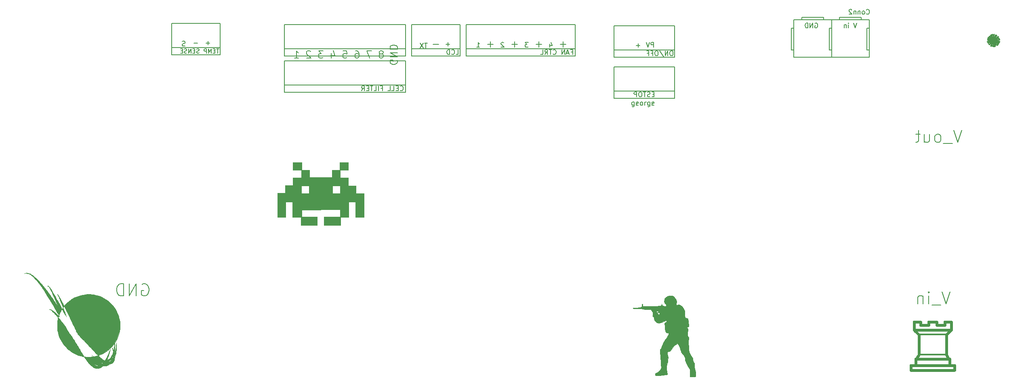
<source format=gbr>
%TF.GenerationSoftware,KiCad,Pcbnew,(5.1.6)-1*%
%TF.CreationDate,2020-11-27T18:27:37-06:00*%
%TF.ProjectId,BMS_2021_Rev1,424d535f-3230-4323-915f-526576312e6b,rev?*%
%TF.SameCoordinates,Original*%
%TF.FileFunction,Legend,Bot*%
%TF.FilePolarity,Positive*%
%FSLAX46Y46*%
G04 Gerber Fmt 4.6, Leading zero omitted, Abs format (unit mm)*
G04 Created by KiCad (PCBNEW (5.1.6)-1) date 2020-11-27 18:27:37*
%MOMM*%
%LPD*%
G01*
G04 APERTURE LIST*
%ADD10C,0.150000*%
%ADD11C,0.010000*%
G04 APERTURE END LIST*
D10*
X71913714Y-31138761D02*
X71770857Y-31186380D01*
X71532761Y-31186380D01*
X71437523Y-31138761D01*
X71389904Y-31091142D01*
X71342285Y-30995904D01*
X71342285Y-30900666D01*
X71389904Y-30805428D01*
X71437523Y-30757809D01*
X71532761Y-30710190D01*
X71723238Y-30662571D01*
X71818476Y-30614952D01*
X71866095Y-30567333D01*
X71913714Y-30472095D01*
X71913714Y-30376857D01*
X71866095Y-30281619D01*
X71818476Y-30234000D01*
X71723238Y-30186380D01*
X71485142Y-30186380D01*
X71342285Y-30234000D01*
X74548952Y-30551428D02*
X73787047Y-30551428D01*
X77088952Y-30551428D02*
X76327047Y-30551428D01*
X76708000Y-30932380D02*
X76708000Y-30170476D01*
X212732761Y-26376380D02*
X212399428Y-27376380D01*
X212066095Y-26376380D01*
X210970857Y-27376380D02*
X210970857Y-26709714D01*
X210970857Y-26376380D02*
X211018476Y-26424000D01*
X210970857Y-26471619D01*
X210923238Y-26424000D01*
X210970857Y-26376380D01*
X210970857Y-26471619D01*
X210494666Y-26709714D02*
X210494666Y-27376380D01*
X210494666Y-26804952D02*
X210447047Y-26757333D01*
X210351809Y-26709714D01*
X210208952Y-26709714D01*
X210113714Y-26757333D01*
X210066095Y-26852571D01*
X210066095Y-27376380D01*
X203961904Y-26424000D02*
X204057142Y-26376380D01*
X204200000Y-26376380D01*
X204342857Y-26424000D01*
X204438095Y-26519238D01*
X204485714Y-26614476D01*
X204533333Y-26804952D01*
X204533333Y-26947809D01*
X204485714Y-27138285D01*
X204438095Y-27233523D01*
X204342857Y-27328761D01*
X204200000Y-27376380D01*
X204104761Y-27376380D01*
X203961904Y-27328761D01*
X203914285Y-27281142D01*
X203914285Y-26947809D01*
X204104761Y-26947809D01*
X203485714Y-27376380D02*
X203485714Y-26376380D01*
X202914285Y-27376380D01*
X202914285Y-26376380D01*
X202438095Y-27376380D02*
X202438095Y-26376380D01*
X202200000Y-26376380D01*
X202057142Y-26424000D01*
X201961904Y-26519238D01*
X201914285Y-26614476D01*
X201866666Y-26804952D01*
X201866666Y-26947809D01*
X201914285Y-27138285D01*
X201961904Y-27233523D01*
X202057142Y-27328761D01*
X202200000Y-27376380D01*
X202438095Y-27376380D01*
X170108476Y-31440380D02*
X170108476Y-30440380D01*
X169727523Y-30440380D01*
X169632285Y-30488000D01*
X169584666Y-30535619D01*
X169537047Y-30630857D01*
X169537047Y-30773714D01*
X169584666Y-30868952D01*
X169632285Y-30916571D01*
X169727523Y-30964190D01*
X170108476Y-30964190D01*
X169251333Y-30440380D02*
X168918000Y-31440380D01*
X168584666Y-30440380D01*
X167258952Y-31059428D02*
X166497047Y-31059428D01*
X166878000Y-31440380D02*
X166878000Y-30678476D01*
X148399523Y-30773714D02*
X148399523Y-31440380D01*
X148637619Y-30392761D02*
X148875714Y-31107047D01*
X148256666Y-31107047D01*
X143843333Y-30440380D02*
X143224285Y-30440380D01*
X143557619Y-30821333D01*
X143414761Y-30821333D01*
X143319523Y-30868952D01*
X143271904Y-30916571D01*
X143224285Y-31011809D01*
X143224285Y-31249904D01*
X143271904Y-31345142D01*
X143319523Y-31392761D01*
X143414761Y-31440380D01*
X143700476Y-31440380D01*
X143795714Y-31392761D01*
X143843333Y-31345142D01*
X138715714Y-30535619D02*
X138668095Y-30488000D01*
X138572857Y-30440380D01*
X138334761Y-30440380D01*
X138239523Y-30488000D01*
X138191904Y-30535619D01*
X138144285Y-30630857D01*
X138144285Y-30726095D01*
X138191904Y-30868952D01*
X138763333Y-31440380D01*
X138144285Y-31440380D01*
X133064285Y-31440380D02*
X133635714Y-31440380D01*
X133350000Y-31440380D02*
X133350000Y-30440380D01*
X133445238Y-30583238D01*
X133540476Y-30678476D01*
X133635714Y-30726095D01*
X146630571Y-30842857D02*
X145469428Y-30842857D01*
X146050000Y-31423428D02*
X146050000Y-30262285D01*
X141550571Y-30842857D02*
X140389428Y-30842857D01*
X140970000Y-31423428D02*
X140970000Y-30262285D01*
X151710571Y-30842857D02*
X150549428Y-30842857D01*
X151130000Y-31423428D02*
X151130000Y-30262285D01*
X136470571Y-30842857D02*
X135309428Y-30842857D01*
X135890000Y-31423428D02*
X135890000Y-30262285D01*
X122694095Y-30558619D02*
X122113523Y-30558619D01*
X122403809Y-31574619D02*
X122403809Y-30558619D01*
X121871619Y-30558619D02*
X121194285Y-31574619D01*
X121194285Y-30558619D02*
X121871619Y-31574619D01*
X127387047Y-30806571D02*
X126612952Y-30806571D01*
X127000000Y-31193619D02*
X127000000Y-30419523D01*
X125040571Y-30842857D02*
X123879428Y-30842857D01*
X116332000Y-34181142D02*
X116404571Y-34326285D01*
X116404571Y-34544000D01*
X116332000Y-34761714D01*
X116186857Y-34906857D01*
X116041714Y-34979428D01*
X115751428Y-35052000D01*
X115533714Y-35052000D01*
X115243428Y-34979428D01*
X115098285Y-34906857D01*
X114953142Y-34761714D01*
X114880571Y-34544000D01*
X114880571Y-34398857D01*
X114953142Y-34181142D01*
X115025714Y-34108571D01*
X115533714Y-34108571D01*
X115533714Y-34398857D01*
X114880571Y-33455428D02*
X116404571Y-33455428D01*
X114880571Y-32584571D01*
X116404571Y-32584571D01*
X114880571Y-31858857D02*
X116404571Y-31858857D01*
X116404571Y-31496000D01*
X116332000Y-31278285D01*
X116186857Y-31133142D01*
X116041714Y-31060571D01*
X115751428Y-30988000D01*
X115533714Y-30988000D01*
X115243428Y-31060571D01*
X115098285Y-31133142D01*
X114953142Y-31278285D01*
X114880571Y-31496000D01*
X114880571Y-31858857D01*
X113175142Y-32838571D02*
X113320285Y-32766000D01*
X113392857Y-32693428D01*
X113465428Y-32548285D01*
X113465428Y-32475714D01*
X113392857Y-32330571D01*
X113320285Y-32258000D01*
X113175142Y-32185428D01*
X112884857Y-32185428D01*
X112739714Y-32258000D01*
X112667142Y-32330571D01*
X112594571Y-32475714D01*
X112594571Y-32548285D01*
X112667142Y-32693428D01*
X112739714Y-32766000D01*
X112884857Y-32838571D01*
X113175142Y-32838571D01*
X113320285Y-32911142D01*
X113392857Y-32983714D01*
X113465428Y-33128857D01*
X113465428Y-33419142D01*
X113392857Y-33564285D01*
X113320285Y-33636857D01*
X113175142Y-33709428D01*
X112884857Y-33709428D01*
X112739714Y-33636857D01*
X112667142Y-33564285D01*
X112594571Y-33419142D01*
X112594571Y-33128857D01*
X112667142Y-32983714D01*
X112739714Y-32911142D01*
X112884857Y-32838571D01*
X110998000Y-32185428D02*
X109982000Y-32185428D01*
X110635142Y-33709428D01*
X107659714Y-32185428D02*
X107950000Y-32185428D01*
X108095142Y-32258000D01*
X108167714Y-32330571D01*
X108312857Y-32548285D01*
X108385428Y-32838571D01*
X108385428Y-33419142D01*
X108312857Y-33564285D01*
X108240285Y-33636857D01*
X108095142Y-33709428D01*
X107804857Y-33709428D01*
X107659714Y-33636857D01*
X107587142Y-33564285D01*
X107514571Y-33419142D01*
X107514571Y-33056285D01*
X107587142Y-32911142D01*
X107659714Y-32838571D01*
X107804857Y-32766000D01*
X108095142Y-32766000D01*
X108240285Y-32838571D01*
X108312857Y-32911142D01*
X108385428Y-33056285D01*
X105047142Y-32185428D02*
X105772857Y-32185428D01*
X105845428Y-32911142D01*
X105772857Y-32838571D01*
X105627714Y-32766000D01*
X105264857Y-32766000D01*
X105119714Y-32838571D01*
X105047142Y-32911142D01*
X104974571Y-33056285D01*
X104974571Y-33419142D01*
X105047142Y-33564285D01*
X105119714Y-33636857D01*
X105264857Y-33709428D01*
X105627714Y-33709428D01*
X105772857Y-33636857D01*
X105845428Y-33564285D01*
X102579714Y-32693428D02*
X102579714Y-33709428D01*
X102942571Y-32112857D02*
X103305428Y-33201428D01*
X102362000Y-33201428D01*
X100838000Y-32185428D02*
X99894571Y-32185428D01*
X100402571Y-32766000D01*
X100184857Y-32766000D01*
X100039714Y-32838571D01*
X99967142Y-32911142D01*
X99894571Y-33056285D01*
X99894571Y-33419142D01*
X99967142Y-33564285D01*
X100039714Y-33636857D01*
X100184857Y-33709428D01*
X100620285Y-33709428D01*
X100765428Y-33636857D01*
X100838000Y-33564285D01*
X98225428Y-32330571D02*
X98152857Y-32258000D01*
X98007714Y-32185428D01*
X97644857Y-32185428D01*
X97499714Y-32258000D01*
X97427142Y-32330571D01*
X97354571Y-32475714D01*
X97354571Y-32620857D01*
X97427142Y-32838571D01*
X98298000Y-33709428D01*
X97354571Y-33709428D01*
X94814571Y-33709428D02*
X95685428Y-33709428D01*
X95250000Y-33709428D02*
X95250000Y-32185428D01*
X95395142Y-32403142D01*
X95540285Y-32548285D01*
X95685428Y-32620857D01*
X62895238Y-81280000D02*
X63137142Y-81159047D01*
X63500000Y-81159047D01*
X63862857Y-81280000D01*
X64104761Y-81521904D01*
X64225714Y-81763809D01*
X64346666Y-82247619D01*
X64346666Y-82610476D01*
X64225714Y-83094285D01*
X64104761Y-83336190D01*
X63862857Y-83578095D01*
X63500000Y-83699047D01*
X63258095Y-83699047D01*
X62895238Y-83578095D01*
X62774285Y-83457142D01*
X62774285Y-82610476D01*
X63258095Y-82610476D01*
X61685714Y-83699047D02*
X61685714Y-81159047D01*
X60234285Y-83699047D01*
X60234285Y-81159047D01*
X59024761Y-83699047D02*
X59024761Y-81159047D01*
X58420000Y-81159047D01*
X58057142Y-81280000D01*
X57815238Y-81521904D01*
X57694285Y-81763809D01*
X57573333Y-82247619D01*
X57573333Y-82610476D01*
X57694285Y-83094285D01*
X57815238Y-83336190D01*
X58057142Y-83578095D01*
X58420000Y-83699047D01*
X59024761Y-83699047D01*
X232295095Y-82810047D02*
X231448428Y-85350047D01*
X230601761Y-82810047D01*
X230359857Y-85591952D02*
X228424619Y-85591952D01*
X227819857Y-85350047D02*
X227819857Y-83656714D01*
X227819857Y-82810047D02*
X227940809Y-82931000D01*
X227819857Y-83051952D01*
X227698904Y-82931000D01*
X227819857Y-82810047D01*
X227819857Y-83051952D01*
X226610333Y-83656714D02*
X226610333Y-85350047D01*
X226610333Y-83898619D02*
X226489380Y-83777666D01*
X226247476Y-83656714D01*
X225884619Y-83656714D01*
X225642714Y-83777666D01*
X225521761Y-84019571D01*
X225521761Y-85350047D01*
X234708095Y-48901047D02*
X233861428Y-51441047D01*
X233014761Y-48901047D01*
X232772857Y-51682952D02*
X230837619Y-51682952D01*
X229870000Y-51441047D02*
X230111904Y-51320095D01*
X230232857Y-51199142D01*
X230353809Y-50957238D01*
X230353809Y-50231523D01*
X230232857Y-49989619D01*
X230111904Y-49868666D01*
X229870000Y-49747714D01*
X229507142Y-49747714D01*
X229265238Y-49868666D01*
X229144285Y-49989619D01*
X229023333Y-50231523D01*
X229023333Y-50957238D01*
X229144285Y-51199142D01*
X229265238Y-51320095D01*
X229507142Y-51441047D01*
X229870000Y-51441047D01*
X226846190Y-49747714D02*
X226846190Y-51441047D01*
X227934761Y-49747714D02*
X227934761Y-51078190D01*
X227813809Y-51320095D01*
X227571904Y-51441047D01*
X227209047Y-51441047D01*
X226967142Y-51320095D01*
X226846190Y-51199142D01*
X225999523Y-49747714D02*
X225031904Y-49747714D01*
X225636666Y-48901047D02*
X225636666Y-51078190D01*
X225515714Y-51320095D01*
X225273809Y-51441047D01*
X225031904Y-51441047D01*
X173973809Y-32218380D02*
X173783333Y-32218380D01*
X173688095Y-32266000D01*
X173592857Y-32361238D01*
X173545238Y-32551714D01*
X173545238Y-32885047D01*
X173592857Y-33075523D01*
X173688095Y-33170761D01*
X173783333Y-33218380D01*
X173973809Y-33218380D01*
X174069047Y-33170761D01*
X174164285Y-33075523D01*
X174211904Y-32885047D01*
X174211904Y-32551714D01*
X174164285Y-32361238D01*
X174069047Y-32266000D01*
X173973809Y-32218380D01*
X173116666Y-33218380D02*
X173116666Y-32218380D01*
X172545238Y-33218380D01*
X172545238Y-32218380D01*
X171354761Y-32170761D02*
X172211904Y-33456476D01*
X170830952Y-32218380D02*
X170640476Y-32218380D01*
X170545238Y-32266000D01*
X170450000Y-32361238D01*
X170402380Y-32551714D01*
X170402380Y-32885047D01*
X170450000Y-33075523D01*
X170545238Y-33170761D01*
X170640476Y-33218380D01*
X170830952Y-33218380D01*
X170926190Y-33170761D01*
X171021428Y-33075523D01*
X171069047Y-32885047D01*
X171069047Y-32551714D01*
X171021428Y-32361238D01*
X170926190Y-32266000D01*
X170830952Y-32218380D01*
X169640476Y-32694571D02*
X169973809Y-32694571D01*
X169973809Y-33218380D02*
X169973809Y-32218380D01*
X169497619Y-32218380D01*
X168783333Y-32694571D02*
X169116666Y-32694571D01*
X169116666Y-33218380D02*
X169116666Y-32218380D01*
X168640476Y-32218380D01*
X170243238Y-41330571D02*
X169909904Y-41330571D01*
X169767047Y-41854380D02*
X170243238Y-41854380D01*
X170243238Y-40854380D01*
X169767047Y-40854380D01*
X169386095Y-41806761D02*
X169243238Y-41854380D01*
X169005142Y-41854380D01*
X168909904Y-41806761D01*
X168862285Y-41759142D01*
X168814666Y-41663904D01*
X168814666Y-41568666D01*
X168862285Y-41473428D01*
X168909904Y-41425809D01*
X169005142Y-41378190D01*
X169195619Y-41330571D01*
X169290857Y-41282952D01*
X169338476Y-41235333D01*
X169386095Y-41140095D01*
X169386095Y-41044857D01*
X169338476Y-40949619D01*
X169290857Y-40902000D01*
X169195619Y-40854380D01*
X168957523Y-40854380D01*
X168814666Y-40902000D01*
X168528952Y-40854380D02*
X167957523Y-40854380D01*
X168243238Y-41854380D02*
X168243238Y-40854380D01*
X167433714Y-40854380D02*
X167243238Y-40854380D01*
X167148000Y-40902000D01*
X167052761Y-40997238D01*
X167005142Y-41187714D01*
X167005142Y-41521047D01*
X167052761Y-41711523D01*
X167148000Y-41806761D01*
X167243238Y-41854380D01*
X167433714Y-41854380D01*
X167528952Y-41806761D01*
X167624190Y-41711523D01*
X167671809Y-41521047D01*
X167671809Y-41187714D01*
X167624190Y-40997238D01*
X167528952Y-40902000D01*
X167433714Y-40854380D01*
X166576571Y-41854380D02*
X166576571Y-40854380D01*
X166195619Y-40854380D01*
X166100380Y-40902000D01*
X166052761Y-40949619D01*
X166005142Y-41044857D01*
X166005142Y-41187714D01*
X166052761Y-41282952D01*
X166100380Y-41330571D01*
X166195619Y-41378190D01*
X166576571Y-41378190D01*
X152836190Y-32440571D02*
X153169523Y-32440571D01*
X153169523Y-32964380D02*
X153169523Y-31964380D01*
X152693333Y-31964380D01*
X152360000Y-32678666D02*
X151883809Y-32678666D01*
X152455238Y-32964380D02*
X152121904Y-31964380D01*
X151788571Y-32964380D01*
X151455238Y-32964380D02*
X151455238Y-31964380D01*
X150883809Y-32964380D01*
X150883809Y-31964380D01*
X149074285Y-32869142D02*
X149121904Y-32916761D01*
X149264761Y-32964380D01*
X149360000Y-32964380D01*
X149502857Y-32916761D01*
X149598095Y-32821523D01*
X149645714Y-32726285D01*
X149693333Y-32535809D01*
X149693333Y-32392952D01*
X149645714Y-32202476D01*
X149598095Y-32107238D01*
X149502857Y-32012000D01*
X149360000Y-31964380D01*
X149264761Y-31964380D01*
X149121904Y-32012000D01*
X149074285Y-32059619D01*
X148788571Y-31964380D02*
X148217142Y-31964380D01*
X148502857Y-32964380D02*
X148502857Y-31964380D01*
X147312380Y-32964380D02*
X147645714Y-32488190D01*
X147883809Y-32964380D02*
X147883809Y-31964380D01*
X147502857Y-31964380D01*
X147407619Y-32012000D01*
X147360000Y-32059619D01*
X147312380Y-32154857D01*
X147312380Y-32297714D01*
X147360000Y-32392952D01*
X147407619Y-32440571D01*
X147502857Y-32488190D01*
X147883809Y-32488190D01*
X146407619Y-32964380D02*
X146883809Y-32964380D01*
X146883809Y-31964380D01*
X128706476Y-32964380D02*
X129182666Y-32964380D01*
X129182666Y-31964380D01*
X127801714Y-32869142D02*
X127849333Y-32916761D01*
X127992190Y-32964380D01*
X128087428Y-32964380D01*
X128230285Y-32916761D01*
X128325523Y-32821523D01*
X128373142Y-32726285D01*
X128420761Y-32535809D01*
X128420761Y-32392952D01*
X128373142Y-32202476D01*
X128325523Y-32107238D01*
X128230285Y-32012000D01*
X128087428Y-31964380D01*
X127992190Y-31964380D01*
X127849333Y-32012000D01*
X127801714Y-32059619D01*
X127373142Y-32964380D02*
X127373142Y-31964380D01*
X127135047Y-31964380D01*
X126992190Y-32012000D01*
X126896952Y-32107238D01*
X126849333Y-32202476D01*
X126801714Y-32392952D01*
X126801714Y-32535809D01*
X126849333Y-32726285D01*
X126896952Y-32821523D01*
X126992190Y-32916761D01*
X127135047Y-32964380D01*
X127373142Y-32964380D01*
X117022095Y-40489142D02*
X117069714Y-40536761D01*
X117212571Y-40584380D01*
X117307809Y-40584380D01*
X117450666Y-40536761D01*
X117545904Y-40441523D01*
X117593523Y-40346285D01*
X117641142Y-40155809D01*
X117641142Y-40012952D01*
X117593523Y-39822476D01*
X117545904Y-39727238D01*
X117450666Y-39632000D01*
X117307809Y-39584380D01*
X117212571Y-39584380D01*
X117069714Y-39632000D01*
X117022095Y-39679619D01*
X116593523Y-40060571D02*
X116260190Y-40060571D01*
X116117333Y-40584380D02*
X116593523Y-40584380D01*
X116593523Y-39584380D01*
X116117333Y-39584380D01*
X115212571Y-40584380D02*
X115688761Y-40584380D01*
X115688761Y-39584380D01*
X114403047Y-40584380D02*
X114879238Y-40584380D01*
X114879238Y-39584380D01*
X112974476Y-40060571D02*
X113307809Y-40060571D01*
X113307809Y-40584380D02*
X113307809Y-39584380D01*
X112831619Y-39584380D01*
X112450666Y-40584380D02*
X112450666Y-39584380D01*
X111498285Y-40584380D02*
X111974476Y-40584380D01*
X111974476Y-39584380D01*
X111307809Y-39584380D02*
X110736380Y-39584380D01*
X111022095Y-40584380D02*
X111022095Y-39584380D01*
X110403047Y-40060571D02*
X110069714Y-40060571D01*
X109926857Y-40584380D02*
X110403047Y-40584380D01*
X110403047Y-39584380D01*
X109926857Y-39584380D01*
X108926857Y-40584380D02*
X109260190Y-40108190D01*
X109498285Y-40584380D02*
X109498285Y-39584380D01*
X109117333Y-39584380D01*
X109022095Y-39632000D01*
X108974476Y-39679619D01*
X108926857Y-39774857D01*
X108926857Y-39917714D01*
X108974476Y-40012952D01*
X109022095Y-40060571D01*
X109117333Y-40108190D01*
X109498285Y-40108190D01*
X78994000Y-31771166D02*
X78486000Y-31771166D01*
X78740000Y-32660166D02*
X78740000Y-31771166D01*
X78189666Y-32194500D02*
X77893333Y-32194500D01*
X77766333Y-32660166D02*
X78189666Y-32660166D01*
X78189666Y-31771166D01*
X77766333Y-31771166D01*
X77385333Y-32660166D02*
X77385333Y-31771166D01*
X77089000Y-32406166D01*
X76792666Y-31771166D01*
X76792666Y-32660166D01*
X76369333Y-32660166D02*
X76369333Y-31771166D01*
X76030666Y-31771166D01*
X75946000Y-31813500D01*
X75903666Y-31855833D01*
X75861333Y-31940500D01*
X75861333Y-32067500D01*
X75903666Y-32152166D01*
X75946000Y-32194500D01*
X76030666Y-32236833D01*
X76369333Y-32236833D01*
X74845333Y-32617833D02*
X74718333Y-32660166D01*
X74506666Y-32660166D01*
X74422000Y-32617833D01*
X74379666Y-32575500D01*
X74337333Y-32490833D01*
X74337333Y-32406166D01*
X74379666Y-32321500D01*
X74422000Y-32279166D01*
X74506666Y-32236833D01*
X74676000Y-32194500D01*
X74760666Y-32152166D01*
X74803000Y-32109833D01*
X74845333Y-32025166D01*
X74845333Y-31940500D01*
X74803000Y-31855833D01*
X74760666Y-31813500D01*
X74676000Y-31771166D01*
X74464333Y-31771166D01*
X74337333Y-31813500D01*
X73956333Y-32194500D02*
X73660000Y-32194500D01*
X73533000Y-32660166D02*
X73956333Y-32660166D01*
X73956333Y-31771166D01*
X73533000Y-31771166D01*
X73152000Y-32660166D02*
X73152000Y-31771166D01*
X72644000Y-32660166D01*
X72644000Y-31771166D01*
X72263000Y-32617833D02*
X72136000Y-32660166D01*
X71924333Y-32660166D01*
X71839666Y-32617833D01*
X71797333Y-32575500D01*
X71755000Y-32490833D01*
X71755000Y-32406166D01*
X71797333Y-32321500D01*
X71839666Y-32279166D01*
X71924333Y-32236833D01*
X72093666Y-32194500D01*
X72178333Y-32152166D01*
X72220666Y-32109833D01*
X72263000Y-32025166D01*
X72263000Y-31940500D01*
X72220666Y-31855833D01*
X72178333Y-31813500D01*
X72093666Y-31771166D01*
X71882000Y-31771166D01*
X71755000Y-31813500D01*
X71374000Y-32194500D02*
X71077666Y-32194500D01*
X70950666Y-32660166D02*
X71374000Y-32660166D01*
X71374000Y-31771166D01*
X70950666Y-31771166D01*
X166036857Y-42965714D02*
X166036857Y-43775238D01*
X165989238Y-43870476D01*
X165941619Y-43918095D01*
X165846380Y-43965714D01*
X165703523Y-43965714D01*
X165608285Y-43918095D01*
X166036857Y-43584761D02*
X165941619Y-43632380D01*
X165751142Y-43632380D01*
X165655904Y-43584761D01*
X165608285Y-43537142D01*
X165560666Y-43441904D01*
X165560666Y-43156190D01*
X165608285Y-43060952D01*
X165655904Y-43013333D01*
X165751142Y-42965714D01*
X165941619Y-42965714D01*
X166036857Y-43013333D01*
X166894000Y-43584761D02*
X166798761Y-43632380D01*
X166608285Y-43632380D01*
X166513047Y-43584761D01*
X166465428Y-43489523D01*
X166465428Y-43108571D01*
X166513047Y-43013333D01*
X166608285Y-42965714D01*
X166798761Y-42965714D01*
X166894000Y-43013333D01*
X166941619Y-43108571D01*
X166941619Y-43203809D01*
X166465428Y-43299047D01*
X167513047Y-43632380D02*
X167417809Y-43584761D01*
X167370190Y-43537142D01*
X167322571Y-43441904D01*
X167322571Y-43156190D01*
X167370190Y-43060952D01*
X167417809Y-43013333D01*
X167513047Y-42965714D01*
X167655904Y-42965714D01*
X167751142Y-43013333D01*
X167798761Y-43060952D01*
X167846380Y-43156190D01*
X167846380Y-43441904D01*
X167798761Y-43537142D01*
X167751142Y-43584761D01*
X167655904Y-43632380D01*
X167513047Y-43632380D01*
X168274952Y-43632380D02*
X168274952Y-42965714D01*
X168274952Y-43156190D02*
X168322571Y-43060952D01*
X168370190Y-43013333D01*
X168465428Y-42965714D01*
X168560666Y-42965714D01*
X169322571Y-42965714D02*
X169322571Y-43775238D01*
X169274952Y-43870476D01*
X169227333Y-43918095D01*
X169132095Y-43965714D01*
X168989238Y-43965714D01*
X168894000Y-43918095D01*
X169322571Y-43584761D02*
X169227333Y-43632380D01*
X169036857Y-43632380D01*
X168941619Y-43584761D01*
X168894000Y-43537142D01*
X168846380Y-43441904D01*
X168846380Y-43156190D01*
X168894000Y-43060952D01*
X168941619Y-43013333D01*
X169036857Y-42965714D01*
X169227333Y-42965714D01*
X169322571Y-43013333D01*
X170179714Y-43584761D02*
X170084476Y-43632380D01*
X169894000Y-43632380D01*
X169798761Y-43584761D01*
X169751142Y-43489523D01*
X169751142Y-43108571D01*
X169798761Y-43013333D01*
X169894000Y-42965714D01*
X170084476Y-42965714D01*
X170179714Y-43013333D01*
X170227333Y-43108571D01*
X170227333Y-43203809D01*
X169751142Y-43299047D01*
D11*
%TO.C,G\u002A\u002A\u002A*%
G36*
X241525324Y-30461437D02*
G01*
X241526639Y-30460972D01*
X241528855Y-30459895D01*
X241529727Y-30458363D01*
X241529633Y-30455486D01*
X241529478Y-30454265D01*
X241528121Y-30449543D01*
X241525999Y-30446676D01*
X241523134Y-30444726D01*
X241521313Y-30444605D01*
X241520341Y-30446514D01*
X241520019Y-30450656D01*
X241520026Y-30452821D01*
X241520289Y-30457902D01*
X241521072Y-30460800D01*
X241522657Y-30461863D01*
X241525324Y-30461437D01*
G37*
X241525324Y-30461437D02*
X241526639Y-30460972D01*
X241528855Y-30459895D01*
X241529727Y-30458363D01*
X241529633Y-30455486D01*
X241529478Y-30454265D01*
X241528121Y-30449543D01*
X241525999Y-30446676D01*
X241523134Y-30444726D01*
X241521313Y-30444605D01*
X241520341Y-30446514D01*
X241520019Y-30450656D01*
X241520026Y-30452821D01*
X241520289Y-30457902D01*
X241521072Y-30460800D01*
X241522657Y-30461863D01*
X241525324Y-30461437D01*
G36*
X242203012Y-29974785D02*
G01*
X242204602Y-29972488D01*
X242205086Y-29970090D01*
X242204858Y-29969434D01*
X242203153Y-29968247D01*
X242201254Y-29969440D01*
X242200474Y-29970647D01*
X242199248Y-29973933D01*
X242199939Y-29975597D01*
X242201020Y-29975810D01*
X242203012Y-29974785D01*
G37*
X242203012Y-29974785D02*
X242204602Y-29972488D01*
X242205086Y-29970090D01*
X242204858Y-29969434D01*
X242203153Y-29968247D01*
X242201254Y-29969440D01*
X242200474Y-29970647D01*
X242199248Y-29973933D01*
X242199939Y-29975597D01*
X242201020Y-29975810D01*
X242203012Y-29974785D01*
G36*
X240525507Y-30365910D02*
G01*
X240523010Y-30364232D01*
X240520115Y-30363233D01*
X240519282Y-30363160D01*
X240517037Y-30363322D01*
X240516515Y-30363662D01*
X240517969Y-30364483D01*
X240520604Y-30365643D01*
X240523515Y-30366783D01*
X240525798Y-30367548D01*
X240526570Y-30367631D01*
X240525507Y-30365910D01*
G37*
X240525507Y-30365910D02*
X240523010Y-30364232D01*
X240520115Y-30363233D01*
X240519282Y-30363160D01*
X240517037Y-30363322D01*
X240516515Y-30363662D01*
X240517969Y-30364483D01*
X240520604Y-30365643D01*
X240523515Y-30366783D01*
X240525798Y-30367548D01*
X240526570Y-30367631D01*
X240525507Y-30365910D01*
G36*
X241025508Y-30315262D02*
G01*
X241025680Y-30314415D01*
X241024934Y-30312221D01*
X241024410Y-30311725D01*
X241023311Y-30311999D01*
X241023140Y-30312846D01*
X241023885Y-30315040D01*
X241024410Y-30315535D01*
X241025508Y-30315262D01*
G37*
X241025508Y-30315262D02*
X241025680Y-30314415D01*
X241024934Y-30312221D01*
X241024410Y-30311725D01*
X241023311Y-30311999D01*
X241023140Y-30312846D01*
X241023885Y-30315040D01*
X241024410Y-30315535D01*
X241025508Y-30315262D01*
G36*
X241266965Y-30123418D02*
G01*
X241266980Y-30123130D01*
X241266003Y-30121909D01*
X241265635Y-30121860D01*
X241264876Y-30122639D01*
X241265075Y-30123130D01*
X241266216Y-30124342D01*
X241266419Y-30124400D01*
X241266965Y-30123418D01*
G37*
X241266965Y-30123418D02*
X241266980Y-30123130D01*
X241266003Y-30121909D01*
X241265635Y-30121860D01*
X241264876Y-30122639D01*
X241265075Y-30123130D01*
X241266216Y-30124342D01*
X241266419Y-30124400D01*
X241266965Y-30123418D01*
G36*
X240485930Y-30080585D02*
G01*
X240485295Y-30079950D01*
X240484660Y-30080585D01*
X240485295Y-30081220D01*
X240485930Y-30080585D01*
G37*
X240485930Y-30080585D02*
X240485295Y-30079950D01*
X240484660Y-30080585D01*
X240485295Y-30081220D01*
X240485930Y-30080585D01*
G36*
X240582465Y-30066162D02*
G01*
X240584173Y-30063384D01*
X240585943Y-30059651D01*
X240587426Y-30055696D01*
X240588235Y-30052494D01*
X240588495Y-30048748D01*
X240587518Y-30045889D01*
X240585635Y-30043364D01*
X240582529Y-30040322D01*
X240579853Y-30039547D01*
X240576993Y-30040993D01*
X240575252Y-30042582D01*
X240573118Y-30045225D01*
X240572414Y-30048042D01*
X240572603Y-30051155D01*
X240573434Y-30054427D01*
X240575043Y-30058370D01*
X240577053Y-30062273D01*
X240579086Y-30065429D01*
X240580766Y-30067129D01*
X240581171Y-30067250D01*
X240582465Y-30066162D01*
G37*
X240582465Y-30066162D02*
X240584173Y-30063384D01*
X240585943Y-30059651D01*
X240587426Y-30055696D01*
X240588235Y-30052494D01*
X240588495Y-30048748D01*
X240587518Y-30045889D01*
X240585635Y-30043364D01*
X240582529Y-30040322D01*
X240579853Y-30039547D01*
X240576993Y-30040993D01*
X240575252Y-30042582D01*
X240573118Y-30045225D01*
X240572414Y-30048042D01*
X240572603Y-30051155D01*
X240573434Y-30054427D01*
X240575043Y-30058370D01*
X240577053Y-30062273D01*
X240579086Y-30065429D01*
X240580766Y-30067129D01*
X240581171Y-30067250D01*
X240582465Y-30066162D01*
G36*
X240498111Y-29989185D02*
G01*
X240499224Y-29987801D01*
X240500857Y-29984358D01*
X240500656Y-29981391D01*
X240498870Y-29979507D01*
X240495772Y-29979306D01*
X240494020Y-29980782D01*
X240493701Y-29983559D01*
X240494844Y-29986822D01*
X240495495Y-29987801D01*
X240496994Y-29989514D01*
X240498111Y-29989185D01*
G37*
X240498111Y-29989185D02*
X240499224Y-29987801D01*
X240500857Y-29984358D01*
X240500656Y-29981391D01*
X240498870Y-29979507D01*
X240495772Y-29979306D01*
X240494020Y-29980782D01*
X240493701Y-29983559D01*
X240494844Y-29986822D01*
X240495495Y-29987801D01*
X240496994Y-29989514D01*
X240498111Y-29989185D01*
G36*
X241263312Y-29845366D02*
G01*
X241264306Y-29843292D01*
X241264238Y-29842492D01*
X241263230Y-29841712D01*
X241262826Y-29841958D01*
X241261983Y-29843943D01*
X241261900Y-29844831D01*
X241262302Y-29846041D01*
X241263312Y-29845366D01*
G37*
X241263312Y-29845366D02*
X241264306Y-29843292D01*
X241264238Y-29842492D01*
X241263230Y-29841712D01*
X241262826Y-29841958D01*
X241261983Y-29843943D01*
X241261900Y-29844831D01*
X241262302Y-29846041D01*
X241263312Y-29845366D01*
G36*
X241225600Y-29785421D02*
G01*
X241225013Y-29784607D01*
X241223045Y-29783417D01*
X241220257Y-29782837D01*
X241217651Y-29782930D01*
X241216233Y-29783762D01*
X241216180Y-29784040D01*
X241217193Y-29785316D01*
X241217767Y-29785455D01*
X241220154Y-29785705D01*
X241222946Y-29786022D01*
X241225320Y-29786124D01*
X241225600Y-29785421D01*
G37*
X241225600Y-29785421D02*
X241225013Y-29784607D01*
X241223045Y-29783417D01*
X241220257Y-29782837D01*
X241217651Y-29782930D01*
X241216233Y-29783762D01*
X241216180Y-29784040D01*
X241217193Y-29785316D01*
X241217767Y-29785455D01*
X241220154Y-29785705D01*
X241222946Y-29786022D01*
X241225320Y-29786124D01*
X241225600Y-29785421D01*
G36*
X241252099Y-29784189D02*
G01*
X241254219Y-29783264D01*
X241257647Y-29782788D01*
X241258432Y-29782770D01*
X241261603Y-29782598D01*
X241262892Y-29781807D01*
X241262950Y-29779985D01*
X241262940Y-29779913D01*
X241262367Y-29778239D01*
X241260893Y-29777429D01*
X241257970Y-29777358D01*
X241253645Y-29777827D01*
X241251449Y-29777522D01*
X241250314Y-29777133D01*
X241248566Y-29777170D01*
X241247681Y-29779272D01*
X241247851Y-29782141D01*
X241249141Y-29784207D01*
X241250964Y-29784819D01*
X241252099Y-29784189D01*
G37*
X241252099Y-29784189D02*
X241254219Y-29783264D01*
X241257647Y-29782788D01*
X241258432Y-29782770D01*
X241261603Y-29782598D01*
X241262892Y-29781807D01*
X241262950Y-29779985D01*
X241262940Y-29779913D01*
X241262367Y-29778239D01*
X241260893Y-29777429D01*
X241257970Y-29777358D01*
X241253645Y-29777827D01*
X241251449Y-29777522D01*
X241250314Y-29777133D01*
X241248566Y-29777170D01*
X241247681Y-29779272D01*
X241247851Y-29782141D01*
X241249141Y-29784207D01*
X241250964Y-29784819D01*
X241252099Y-29784189D01*
G36*
X241335560Y-29760545D02*
G01*
X241334925Y-29759910D01*
X241334290Y-29760545D01*
X241334925Y-29761180D01*
X241335560Y-29760545D01*
G37*
X241335560Y-29760545D02*
X241334925Y-29759910D01*
X241334290Y-29760545D01*
X241334925Y-29761180D01*
X241335560Y-29760545D01*
G36*
X241325721Y-29765548D02*
G01*
X241328555Y-29763855D01*
X241330306Y-29761848D01*
X241330480Y-29761132D01*
X241331394Y-29758513D01*
X241332385Y-29757370D01*
X241334081Y-29755466D01*
X241333545Y-29753895D01*
X241331787Y-29752609D01*
X241329681Y-29751751D01*
X241328313Y-29752899D01*
X241327979Y-29753487D01*
X241325757Y-29755878D01*
X241324131Y-29756735D01*
X241322260Y-29758123D01*
X241321605Y-29761098D01*
X241321590Y-29761901D01*
X241321899Y-29764805D01*
X241322658Y-29766231D01*
X241322800Y-29766260D01*
X241325721Y-29765548D01*
G37*
X241325721Y-29765548D02*
X241328555Y-29763855D01*
X241330306Y-29761848D01*
X241330480Y-29761132D01*
X241331394Y-29758513D01*
X241332385Y-29757370D01*
X241334081Y-29755466D01*
X241333545Y-29753895D01*
X241331787Y-29752609D01*
X241329681Y-29751751D01*
X241328313Y-29752899D01*
X241327979Y-29753487D01*
X241325757Y-29755878D01*
X241324131Y-29756735D01*
X241322260Y-29758123D01*
X241321605Y-29761098D01*
X241321590Y-29761901D01*
X241321899Y-29764805D01*
X241322658Y-29766231D01*
X241322800Y-29766260D01*
X241325721Y-29765548D01*
G36*
X241382408Y-29773562D02*
G01*
X241387190Y-29772738D01*
X241389617Y-29771097D01*
X241389728Y-29768596D01*
X241387562Y-29765188D01*
X241384959Y-29762472D01*
X241382196Y-29759493D01*
X241380521Y-29756992D01*
X241380262Y-29755856D01*
X241381831Y-29754097D01*
X241385060Y-29752114D01*
X241389137Y-29750278D01*
X241393254Y-29748963D01*
X241396178Y-29748533D01*
X241399157Y-29748858D01*
X241400583Y-29750375D01*
X241401046Y-29751973D01*
X241401964Y-29755754D01*
X241402823Y-29757584D01*
X241404024Y-29758012D01*
X241405305Y-29757766D01*
X241408066Y-29757947D01*
X241411564Y-29759277D01*
X241412251Y-29759658D01*
X241416606Y-29762227D01*
X241419547Y-29759097D01*
X241421389Y-29756844D01*
X241421476Y-29755521D01*
X241420616Y-29754783D01*
X241417685Y-29753714D01*
X241416471Y-29753580D01*
X241413832Y-29752890D01*
X241410756Y-29751287D01*
X241407453Y-29749205D01*
X241404775Y-29747651D01*
X241402804Y-29745460D01*
X241402643Y-29742939D01*
X241402546Y-29740450D01*
X241401060Y-29739622D01*
X241400336Y-29739590D01*
X241397609Y-29738842D01*
X241394252Y-29736988D01*
X241393457Y-29736415D01*
X241389533Y-29733912D01*
X241386867Y-29733480D01*
X241385222Y-29735138D01*
X241384634Y-29737106D01*
X241383911Y-29739693D01*
X241382761Y-29740237D01*
X241380983Y-29739491D01*
X241377941Y-29737545D01*
X241374930Y-29735133D01*
X241371940Y-29732874D01*
X241369215Y-29731487D01*
X241367321Y-29730059D01*
X241364617Y-29726986D01*
X241361507Y-29722853D01*
X241358398Y-29718245D01*
X241355694Y-29713746D01*
X241353800Y-29709942D01*
X241353284Y-29708482D01*
X241351772Y-29706213D01*
X241350426Y-29705532D01*
X241349179Y-29705662D01*
X241348521Y-29707026D01*
X241348278Y-29710155D01*
X241348260Y-29712243D01*
X241347397Y-29719742D01*
X241345720Y-29724350D01*
X241343636Y-29729464D01*
X241343476Y-29732994D01*
X241345278Y-29735059D01*
X241349080Y-29735778D01*
X241349416Y-29735780D01*
X241352427Y-29736653D01*
X241356281Y-29738874D01*
X241360181Y-29741853D01*
X241363332Y-29744997D01*
X241364771Y-29747214D01*
X241365595Y-29750907D01*
X241365948Y-29756581D01*
X241365867Y-29762112D01*
X241365405Y-29773245D01*
X241375231Y-29773616D01*
X241382408Y-29773562D01*
G37*
X241382408Y-29773562D02*
X241387190Y-29772738D01*
X241389617Y-29771097D01*
X241389728Y-29768596D01*
X241387562Y-29765188D01*
X241384959Y-29762472D01*
X241382196Y-29759493D01*
X241380521Y-29756992D01*
X241380262Y-29755856D01*
X241381831Y-29754097D01*
X241385060Y-29752114D01*
X241389137Y-29750278D01*
X241393254Y-29748963D01*
X241396178Y-29748533D01*
X241399157Y-29748858D01*
X241400583Y-29750375D01*
X241401046Y-29751973D01*
X241401964Y-29755754D01*
X241402823Y-29757584D01*
X241404024Y-29758012D01*
X241405305Y-29757766D01*
X241408066Y-29757947D01*
X241411564Y-29759277D01*
X241412251Y-29759658D01*
X241416606Y-29762227D01*
X241419547Y-29759097D01*
X241421389Y-29756844D01*
X241421476Y-29755521D01*
X241420616Y-29754783D01*
X241417685Y-29753714D01*
X241416471Y-29753580D01*
X241413832Y-29752890D01*
X241410756Y-29751287D01*
X241407453Y-29749205D01*
X241404775Y-29747651D01*
X241402804Y-29745460D01*
X241402643Y-29742939D01*
X241402546Y-29740450D01*
X241401060Y-29739622D01*
X241400336Y-29739590D01*
X241397609Y-29738842D01*
X241394252Y-29736988D01*
X241393457Y-29736415D01*
X241389533Y-29733912D01*
X241386867Y-29733480D01*
X241385222Y-29735138D01*
X241384634Y-29737106D01*
X241383911Y-29739693D01*
X241382761Y-29740237D01*
X241380983Y-29739491D01*
X241377941Y-29737545D01*
X241374930Y-29735133D01*
X241371940Y-29732874D01*
X241369215Y-29731487D01*
X241367321Y-29730059D01*
X241364617Y-29726986D01*
X241361507Y-29722853D01*
X241358398Y-29718245D01*
X241355694Y-29713746D01*
X241353800Y-29709942D01*
X241353284Y-29708482D01*
X241351772Y-29706213D01*
X241350426Y-29705532D01*
X241349179Y-29705662D01*
X241348521Y-29707026D01*
X241348278Y-29710155D01*
X241348260Y-29712243D01*
X241347397Y-29719742D01*
X241345720Y-29724350D01*
X241343636Y-29729464D01*
X241343476Y-29732994D01*
X241345278Y-29735059D01*
X241349080Y-29735778D01*
X241349416Y-29735780D01*
X241352427Y-29736653D01*
X241356281Y-29738874D01*
X241360181Y-29741853D01*
X241363332Y-29744997D01*
X241364771Y-29747214D01*
X241365595Y-29750907D01*
X241365948Y-29756581D01*
X241365867Y-29762112D01*
X241365405Y-29773245D01*
X241375231Y-29773616D01*
X241382408Y-29773562D01*
G36*
X241354855Y-29676499D02*
G01*
X241356575Y-29674732D01*
X241357150Y-29673508D01*
X241356156Y-29672909D01*
X241354283Y-29672610D01*
X241353242Y-29672810D01*
X241352818Y-29674185D01*
X241353340Y-29674185D01*
X241353975Y-29673550D01*
X241354610Y-29674185D01*
X241353975Y-29674820D01*
X241353340Y-29674185D01*
X241352818Y-29674185D01*
X241352782Y-29674300D01*
X241352757Y-29676314D01*
X241353180Y-29677360D01*
X241353198Y-29677360D01*
X241354855Y-29676499D01*
G37*
X241354855Y-29676499D02*
X241356575Y-29674732D01*
X241357150Y-29673508D01*
X241356156Y-29672909D01*
X241354283Y-29672610D01*
X241353242Y-29672810D01*
X241352818Y-29674185D01*
X241353340Y-29674185D01*
X241353975Y-29673550D01*
X241354610Y-29674185D01*
X241353975Y-29674820D01*
X241353340Y-29674185D01*
X241352818Y-29674185D01*
X241352782Y-29674300D01*
X241352757Y-29676314D01*
X241353180Y-29677360D01*
X241353198Y-29677360D01*
X241354855Y-29676499D01*
G36*
X241152570Y-29613860D02*
G01*
X241153148Y-29613475D01*
X241155240Y-29610651D01*
X241156081Y-29606915D01*
X241155529Y-29603400D01*
X241154611Y-29602003D01*
X241152113Y-29600663D01*
X241148609Y-29599946D01*
X241145260Y-29599982D01*
X241143366Y-29600737D01*
X241142683Y-29602732D01*
X241142603Y-29605826D01*
X241143106Y-29608656D01*
X241143491Y-29609445D01*
X241145174Y-29611019D01*
X241147768Y-29612869D01*
X241150541Y-29614207D01*
X241152570Y-29613860D01*
G37*
X241152570Y-29613860D02*
X241153148Y-29613475D01*
X241155240Y-29610651D01*
X241156081Y-29606915D01*
X241155529Y-29603400D01*
X241154611Y-29602003D01*
X241152113Y-29600663D01*
X241148609Y-29599946D01*
X241145260Y-29599982D01*
X241143366Y-29600737D01*
X241142683Y-29602732D01*
X241142603Y-29605826D01*
X241143106Y-29608656D01*
X241143491Y-29609445D01*
X241145174Y-29611019D01*
X241147768Y-29612869D01*
X241150541Y-29614207D01*
X241152570Y-29613860D01*
G36*
X241153393Y-29582929D02*
G01*
X241154693Y-29581144D01*
X241154490Y-29579148D01*
X241152899Y-29577251D01*
X241151014Y-29577524D01*
X241149751Y-29579648D01*
X241149944Y-29582168D01*
X241150958Y-29582992D01*
X241153393Y-29582929D01*
G37*
X241153393Y-29582929D02*
X241154693Y-29581144D01*
X241154490Y-29579148D01*
X241152899Y-29577251D01*
X241151014Y-29577524D01*
X241149751Y-29579648D01*
X241149944Y-29582168D01*
X241150958Y-29582992D01*
X241153393Y-29582929D01*
G36*
X241157938Y-29567391D02*
G01*
X241161545Y-29565493D01*
X241165106Y-29562972D01*
X241167892Y-29560353D01*
X241169172Y-29558162D01*
X241169190Y-29557945D01*
X241168383Y-29553891D01*
X241166295Y-29549890D01*
X241163428Y-29546514D01*
X241160281Y-29544334D01*
X241157354Y-29543922D01*
X241157009Y-29544031D01*
X241154257Y-29546416D01*
X241152176Y-29551216D01*
X241150856Y-29557706D01*
X241150755Y-29562743D01*
X241151921Y-29566324D01*
X241154191Y-29568046D01*
X241155016Y-29568140D01*
X241157938Y-29567391D01*
G37*
X241157938Y-29567391D02*
X241161545Y-29565493D01*
X241165106Y-29562972D01*
X241167892Y-29560353D01*
X241169172Y-29558162D01*
X241169190Y-29557945D01*
X241168383Y-29553891D01*
X241166295Y-29549890D01*
X241163428Y-29546514D01*
X241160281Y-29544334D01*
X241157354Y-29543922D01*
X241157009Y-29544031D01*
X241154257Y-29546416D01*
X241152176Y-29551216D01*
X241150856Y-29557706D01*
X241150755Y-29562743D01*
X241151921Y-29566324D01*
X241154191Y-29568046D01*
X241155016Y-29568140D01*
X241157938Y-29567391D01*
G36*
X241025908Y-29631394D02*
G01*
X241030689Y-29626214D01*
X241039932Y-29627144D01*
X241047501Y-29627875D01*
X241052973Y-29628267D01*
X241056779Y-29628261D01*
X241059346Y-29627801D01*
X241061102Y-29626830D01*
X241062476Y-29625290D01*
X241063327Y-29624020D01*
X241067866Y-29617567D01*
X241072255Y-29613008D01*
X241077105Y-29610007D01*
X241083024Y-29608229D01*
X241090622Y-29607335D01*
X241093823Y-29607168D01*
X241100644Y-29606695D01*
X241105402Y-29605881D01*
X241108561Y-29604640D01*
X241108887Y-29604438D01*
X241112323Y-29602186D01*
X241111451Y-29590547D01*
X241111097Y-29584529D01*
X241111159Y-29580157D01*
X241111719Y-29576561D01*
X241112859Y-29572867D01*
X241113203Y-29571937D01*
X241116093Y-29566050D01*
X241119938Y-29560656D01*
X241124180Y-29556431D01*
X241127892Y-29554179D01*
X241130795Y-29552639D01*
X241131807Y-29550738D01*
X241130861Y-29548186D01*
X241127895Y-29544696D01*
X241125211Y-29542116D01*
X241121344Y-29538846D01*
X241117840Y-29536402D01*
X241115346Y-29535223D01*
X241115010Y-29535178D01*
X241112283Y-29536181D01*
X241109246Y-29538809D01*
X241106565Y-29542340D01*
X241104906Y-29546055D01*
X241104888Y-29546126D01*
X241104558Y-29549219D01*
X241104601Y-29553589D01*
X241104800Y-29556217D01*
X241104971Y-29560490D01*
X241104164Y-29563419D01*
X241101970Y-29565421D01*
X241097980Y-29566913D01*
X241093244Y-29568014D01*
X241087899Y-29569008D01*
X241084263Y-29569257D01*
X241081590Y-29568673D01*
X241079137Y-29567171D01*
X241077981Y-29566235D01*
X241073961Y-29563591D01*
X241070937Y-29563224D01*
X241068971Y-29565128D01*
X241068394Y-29566974D01*
X241068333Y-29571518D01*
X241070355Y-29574743D01*
X241074602Y-29576857D01*
X241075231Y-29577036D01*
X241078470Y-29578114D01*
X241079919Y-29579525D01*
X241080284Y-29582068D01*
X241080290Y-29582750D01*
X241079349Y-29587153D01*
X241076348Y-29591591D01*
X241072288Y-29595010D01*
X241067959Y-29596025D01*
X241063145Y-29594881D01*
X241060067Y-29594542D01*
X241058395Y-29595008D01*
X241055482Y-29595264D01*
X241052997Y-29594067D01*
X241050344Y-29591549D01*
X241050156Y-29589185D01*
X241052336Y-29587198D01*
X241054676Y-29585141D01*
X241056828Y-29582045D01*
X241056878Y-29581949D01*
X241058055Y-29578990D01*
X241058194Y-29575963D01*
X241057440Y-29571993D01*
X241056824Y-29566491D01*
X241057895Y-29561225D01*
X241060833Y-29555589D01*
X241063525Y-29551836D01*
X241068607Y-29544477D01*
X241071792Y-29537883D01*
X241073322Y-29531708D01*
X241073943Y-29527600D01*
X241074551Y-29524291D01*
X241074767Y-29523373D01*
X241074686Y-29521499D01*
X241073388Y-29521173D01*
X241071532Y-29522231D01*
X241069775Y-29524507D01*
X241069705Y-29524643D01*
X241068073Y-29528537D01*
X241067088Y-29531712D01*
X241065064Y-29535228D01*
X241061378Y-29537579D01*
X241056687Y-29538639D01*
X241051645Y-29538280D01*
X241046909Y-29536375D01*
X241046038Y-29535784D01*
X241041818Y-29533512D01*
X241038944Y-29533347D01*
X241036401Y-29533379D01*
X241035268Y-29532683D01*
X241033496Y-29531683D01*
X241030777Y-29531310D01*
X241026745Y-29532452D01*
X241023796Y-29535666D01*
X241022145Y-29540635D01*
X241021870Y-29544239D01*
X241021890Y-29547036D01*
X241022174Y-29549095D01*
X241023053Y-29550918D01*
X241024859Y-29553006D01*
X241027924Y-29555862D01*
X241031884Y-29559370D01*
X241033337Y-29560813D01*
X241034176Y-29562386D01*
X241034501Y-29564714D01*
X241034414Y-29568424D01*
X241034099Y-29573032D01*
X241033764Y-29578609D01*
X241033812Y-29582385D01*
X241034325Y-29585082D01*
X241035385Y-29587419D01*
X241035832Y-29588174D01*
X241038019Y-29593042D01*
X241037932Y-29597095D01*
X241035530Y-29600720D01*
X241034472Y-29601683D01*
X241030371Y-29604542D01*
X241026390Y-29605725D01*
X241021648Y-29605378D01*
X241017931Y-29604457D01*
X241012887Y-29603214D01*
X241006815Y-29601996D01*
X241002185Y-29601240D01*
X240997079Y-29600487D01*
X240992452Y-29599748D01*
X240989485Y-29599218D01*
X240986979Y-29599035D01*
X240984748Y-29599917D01*
X240982007Y-29602252D01*
X240980696Y-29603572D01*
X240977959Y-29606506D01*
X240976854Y-29608180D01*
X240977171Y-29609085D01*
X240978156Y-29609534D01*
X240987822Y-29613519D01*
X240995038Y-29617995D01*
X240999853Y-29622999D01*
X241002225Y-29628173D01*
X241003561Y-29631417D01*
X241005970Y-29633553D01*
X241009994Y-29634924D01*
X241013960Y-29635600D01*
X241021126Y-29636573D01*
X241025908Y-29631394D01*
G37*
X241025908Y-29631394D02*
X241030689Y-29626214D01*
X241039932Y-29627144D01*
X241047501Y-29627875D01*
X241052973Y-29628267D01*
X241056779Y-29628261D01*
X241059346Y-29627801D01*
X241061102Y-29626830D01*
X241062476Y-29625290D01*
X241063327Y-29624020D01*
X241067866Y-29617567D01*
X241072255Y-29613008D01*
X241077105Y-29610007D01*
X241083024Y-29608229D01*
X241090622Y-29607335D01*
X241093823Y-29607168D01*
X241100644Y-29606695D01*
X241105402Y-29605881D01*
X241108561Y-29604640D01*
X241108887Y-29604438D01*
X241112323Y-29602186D01*
X241111451Y-29590547D01*
X241111097Y-29584529D01*
X241111159Y-29580157D01*
X241111719Y-29576561D01*
X241112859Y-29572867D01*
X241113203Y-29571937D01*
X241116093Y-29566050D01*
X241119938Y-29560656D01*
X241124180Y-29556431D01*
X241127892Y-29554179D01*
X241130795Y-29552639D01*
X241131807Y-29550738D01*
X241130861Y-29548186D01*
X241127895Y-29544696D01*
X241125211Y-29542116D01*
X241121344Y-29538846D01*
X241117840Y-29536402D01*
X241115346Y-29535223D01*
X241115010Y-29535178D01*
X241112283Y-29536181D01*
X241109246Y-29538809D01*
X241106565Y-29542340D01*
X241104906Y-29546055D01*
X241104888Y-29546126D01*
X241104558Y-29549219D01*
X241104601Y-29553589D01*
X241104800Y-29556217D01*
X241104971Y-29560490D01*
X241104164Y-29563419D01*
X241101970Y-29565421D01*
X241097980Y-29566913D01*
X241093244Y-29568014D01*
X241087899Y-29569008D01*
X241084263Y-29569257D01*
X241081590Y-29568673D01*
X241079137Y-29567171D01*
X241077981Y-29566235D01*
X241073961Y-29563591D01*
X241070937Y-29563224D01*
X241068971Y-29565128D01*
X241068394Y-29566974D01*
X241068333Y-29571518D01*
X241070355Y-29574743D01*
X241074602Y-29576857D01*
X241075231Y-29577036D01*
X241078470Y-29578114D01*
X241079919Y-29579525D01*
X241080284Y-29582068D01*
X241080290Y-29582750D01*
X241079349Y-29587153D01*
X241076348Y-29591591D01*
X241072288Y-29595010D01*
X241067959Y-29596025D01*
X241063145Y-29594881D01*
X241060067Y-29594542D01*
X241058395Y-29595008D01*
X241055482Y-29595264D01*
X241052997Y-29594067D01*
X241050344Y-29591549D01*
X241050156Y-29589185D01*
X241052336Y-29587198D01*
X241054676Y-29585141D01*
X241056828Y-29582045D01*
X241056878Y-29581949D01*
X241058055Y-29578990D01*
X241058194Y-29575963D01*
X241057440Y-29571993D01*
X241056824Y-29566491D01*
X241057895Y-29561225D01*
X241060833Y-29555589D01*
X241063525Y-29551836D01*
X241068607Y-29544477D01*
X241071792Y-29537883D01*
X241073322Y-29531708D01*
X241073943Y-29527600D01*
X241074551Y-29524291D01*
X241074767Y-29523373D01*
X241074686Y-29521499D01*
X241073388Y-29521173D01*
X241071532Y-29522231D01*
X241069775Y-29524507D01*
X241069705Y-29524643D01*
X241068073Y-29528537D01*
X241067088Y-29531712D01*
X241065064Y-29535228D01*
X241061378Y-29537579D01*
X241056687Y-29538639D01*
X241051645Y-29538280D01*
X241046909Y-29536375D01*
X241046038Y-29535784D01*
X241041818Y-29533512D01*
X241038944Y-29533347D01*
X241036401Y-29533379D01*
X241035268Y-29532683D01*
X241033496Y-29531683D01*
X241030777Y-29531310D01*
X241026745Y-29532452D01*
X241023796Y-29535666D01*
X241022145Y-29540635D01*
X241021870Y-29544239D01*
X241021890Y-29547036D01*
X241022174Y-29549095D01*
X241023053Y-29550918D01*
X241024859Y-29553006D01*
X241027924Y-29555862D01*
X241031884Y-29559370D01*
X241033337Y-29560813D01*
X241034176Y-29562386D01*
X241034501Y-29564714D01*
X241034414Y-29568424D01*
X241034099Y-29573032D01*
X241033764Y-29578609D01*
X241033812Y-29582385D01*
X241034325Y-29585082D01*
X241035385Y-29587419D01*
X241035832Y-29588174D01*
X241038019Y-29593042D01*
X241037932Y-29597095D01*
X241035530Y-29600720D01*
X241034472Y-29601683D01*
X241030371Y-29604542D01*
X241026390Y-29605725D01*
X241021648Y-29605378D01*
X241017931Y-29604457D01*
X241012887Y-29603214D01*
X241006815Y-29601996D01*
X241002185Y-29601240D01*
X240997079Y-29600487D01*
X240992452Y-29599748D01*
X240989485Y-29599218D01*
X240986979Y-29599035D01*
X240984748Y-29599917D01*
X240982007Y-29602252D01*
X240980696Y-29603572D01*
X240977959Y-29606506D01*
X240976854Y-29608180D01*
X240977171Y-29609085D01*
X240978156Y-29609534D01*
X240987822Y-29613519D01*
X240995038Y-29617995D01*
X240999853Y-29622999D01*
X241002225Y-29628173D01*
X241003561Y-29631417D01*
X241005970Y-29633553D01*
X241009994Y-29634924D01*
X241013960Y-29635600D01*
X241021126Y-29636573D01*
X241025908Y-29631394D01*
G36*
X240824159Y-29628323D02*
G01*
X240830796Y-29627976D01*
X240835709Y-29627110D01*
X240839685Y-29625583D01*
X240839773Y-29625539D01*
X240843921Y-29623158D01*
X240846365Y-29620744D01*
X240847711Y-29617428D01*
X240848471Y-29613056D01*
X240849602Y-29606337D01*
X240851157Y-29601440D01*
X240853555Y-29597651D01*
X240857214Y-29594250D01*
X240861010Y-29591542D01*
X240865372Y-29588343D01*
X240868323Y-29585613D01*
X240869467Y-29583722D01*
X240869470Y-29583658D01*
X240869059Y-29581588D01*
X240867952Y-29577745D01*
X240866331Y-29572737D01*
X240864954Y-29568762D01*
X240862804Y-29562708D01*
X240861326Y-29558377D01*
X240860355Y-29555094D01*
X240859726Y-29552184D01*
X240859275Y-29548973D01*
X240858835Y-29544785D01*
X240858659Y-29543021D01*
X240857963Y-29537738D01*
X240857066Y-29534493D01*
X240855813Y-29532787D01*
X240855430Y-29532543D01*
X240853586Y-29531620D01*
X240852234Y-29531576D01*
X240850003Y-29532411D01*
X240849698Y-29532534D01*
X240847539Y-29533994D01*
X240844428Y-29536786D01*
X240841126Y-29540211D01*
X240837987Y-29543833D01*
X240836207Y-29546543D01*
X240835402Y-29549275D01*
X240835187Y-29552963D01*
X240835180Y-29554660D01*
X240834606Y-29561235D01*
X240832709Y-29566119D01*
X240829225Y-29569931D01*
X240828394Y-29570562D01*
X240825759Y-29572857D01*
X240823250Y-29575516D01*
X240820704Y-29578464D01*
X240817534Y-29582050D01*
X240816453Y-29583254D01*
X240813988Y-29586571D01*
X240812512Y-29589679D01*
X240812326Y-29590746D01*
X240811748Y-29593991D01*
X240810336Y-29597409D01*
X240809582Y-29598551D01*
X240824374Y-29598551D01*
X240824674Y-29592221D01*
X240826398Y-29586873D01*
X240829221Y-29582780D01*
X240832816Y-29580213D01*
X240836855Y-29579442D01*
X240841012Y-29580739D01*
X240843492Y-29582688D01*
X240845627Y-29585431D01*
X240846603Y-29587885D01*
X240846610Y-29588033D01*
X240845727Y-29589813D01*
X240843354Y-29592793D01*
X240839899Y-29596489D01*
X240837438Y-29598886D01*
X240832027Y-29603729D01*
X240828170Y-29606614D01*
X240825831Y-29607562D01*
X240824973Y-29606598D01*
X240824971Y-29606558D01*
X240824852Y-29604852D01*
X240824599Y-29601467D01*
X240824374Y-29598551D01*
X240809582Y-29598551D01*
X240808553Y-29600109D01*
X240806889Y-29601201D01*
X240804710Y-29601948D01*
X240802937Y-29603056D01*
X240801403Y-29604612D01*
X240801336Y-29606497D01*
X240802160Y-29608783D01*
X240803930Y-29611619D01*
X240806859Y-29613397D01*
X240809320Y-29614176D01*
X240811673Y-29614959D01*
X240817928Y-29614959D01*
X240818089Y-29613151D01*
X240819353Y-29611763D01*
X240821455Y-29610325D01*
X240822015Y-29610586D01*
X240821572Y-29612610D01*
X240820356Y-29615287D01*
X240818870Y-29615854D01*
X240817928Y-29614959D01*
X240811673Y-29614959D01*
X240812635Y-29615279D01*
X240814614Y-29616355D01*
X240814860Y-29616739D01*
X240815653Y-29617251D01*
X240816126Y-29617038D01*
X240816682Y-29617397D01*
X240816053Y-29619706D01*
X240816009Y-29619820D01*
X240814489Y-29623927D01*
X240814044Y-29626473D01*
X240815018Y-29627819D01*
X240817758Y-29628324D01*
X240822607Y-29628349D01*
X240824159Y-29628323D01*
G37*
X240824159Y-29628323D02*
X240830796Y-29627976D01*
X240835709Y-29627110D01*
X240839685Y-29625583D01*
X240839773Y-29625539D01*
X240843921Y-29623158D01*
X240846365Y-29620744D01*
X240847711Y-29617428D01*
X240848471Y-29613056D01*
X240849602Y-29606337D01*
X240851157Y-29601440D01*
X240853555Y-29597651D01*
X240857214Y-29594250D01*
X240861010Y-29591542D01*
X240865372Y-29588343D01*
X240868323Y-29585613D01*
X240869467Y-29583722D01*
X240869470Y-29583658D01*
X240869059Y-29581588D01*
X240867952Y-29577745D01*
X240866331Y-29572737D01*
X240864954Y-29568762D01*
X240862804Y-29562708D01*
X240861326Y-29558377D01*
X240860355Y-29555094D01*
X240859726Y-29552184D01*
X240859275Y-29548973D01*
X240858835Y-29544785D01*
X240858659Y-29543021D01*
X240857963Y-29537738D01*
X240857066Y-29534493D01*
X240855813Y-29532787D01*
X240855430Y-29532543D01*
X240853586Y-29531620D01*
X240852234Y-29531576D01*
X240850003Y-29532411D01*
X240849698Y-29532534D01*
X240847539Y-29533994D01*
X240844428Y-29536786D01*
X240841126Y-29540211D01*
X240837987Y-29543833D01*
X240836207Y-29546543D01*
X240835402Y-29549275D01*
X240835187Y-29552963D01*
X240835180Y-29554660D01*
X240834606Y-29561235D01*
X240832709Y-29566119D01*
X240829225Y-29569931D01*
X240828394Y-29570562D01*
X240825759Y-29572857D01*
X240823250Y-29575516D01*
X240820704Y-29578464D01*
X240817534Y-29582050D01*
X240816453Y-29583254D01*
X240813988Y-29586571D01*
X240812512Y-29589679D01*
X240812326Y-29590746D01*
X240811748Y-29593991D01*
X240810336Y-29597409D01*
X240809582Y-29598551D01*
X240824374Y-29598551D01*
X240824674Y-29592221D01*
X240826398Y-29586873D01*
X240829221Y-29582780D01*
X240832816Y-29580213D01*
X240836855Y-29579442D01*
X240841012Y-29580739D01*
X240843492Y-29582688D01*
X240845627Y-29585431D01*
X240846603Y-29587885D01*
X240846610Y-29588033D01*
X240845727Y-29589813D01*
X240843354Y-29592793D01*
X240839899Y-29596489D01*
X240837438Y-29598886D01*
X240832027Y-29603729D01*
X240828170Y-29606614D01*
X240825831Y-29607562D01*
X240824973Y-29606598D01*
X240824971Y-29606558D01*
X240824852Y-29604852D01*
X240824599Y-29601467D01*
X240824374Y-29598551D01*
X240809582Y-29598551D01*
X240808553Y-29600109D01*
X240806889Y-29601201D01*
X240804710Y-29601948D01*
X240802937Y-29603056D01*
X240801403Y-29604612D01*
X240801336Y-29606497D01*
X240802160Y-29608783D01*
X240803930Y-29611619D01*
X240806859Y-29613397D01*
X240809320Y-29614176D01*
X240811673Y-29614959D01*
X240817928Y-29614959D01*
X240818089Y-29613151D01*
X240819353Y-29611763D01*
X240821455Y-29610325D01*
X240822015Y-29610586D01*
X240821572Y-29612610D01*
X240820356Y-29615287D01*
X240818870Y-29615854D01*
X240817928Y-29614959D01*
X240811673Y-29614959D01*
X240812635Y-29615279D01*
X240814614Y-29616355D01*
X240814860Y-29616739D01*
X240815653Y-29617251D01*
X240816126Y-29617038D01*
X240816682Y-29617397D01*
X240816053Y-29619706D01*
X240816009Y-29619820D01*
X240814489Y-29623927D01*
X240814044Y-29626473D01*
X240815018Y-29627819D01*
X240817758Y-29628324D01*
X240822607Y-29628349D01*
X240824159Y-29628323D01*
G36*
X241061240Y-29154755D02*
G01*
X241060605Y-29154120D01*
X241059970Y-29154755D01*
X241060605Y-29155390D01*
X241061240Y-29154755D01*
G37*
X241061240Y-29154755D02*
X241060605Y-29154120D01*
X241059970Y-29154755D01*
X241060605Y-29155390D01*
X241061240Y-29154755D01*
G36*
X241219990Y-29134435D02*
G01*
X241219355Y-29133800D01*
X241218720Y-29134435D01*
X241219355Y-29135070D01*
X241219990Y-29134435D01*
G37*
X241219990Y-29134435D02*
X241219355Y-29133800D01*
X241218720Y-29134435D01*
X241219355Y-29135070D01*
X241219990Y-29134435D01*
G36*
X241110271Y-29113668D02*
G01*
X241112120Y-29111678D01*
X241112385Y-29108950D01*
X241110611Y-29105990D01*
X241110424Y-29105811D01*
X241106864Y-29103615D01*
X241103614Y-29103793D01*
X241102134Y-29104844D01*
X241100676Y-29107830D01*
X241101273Y-29111034D01*
X241103633Y-29113400D01*
X241107290Y-29114411D01*
X241110271Y-29113668D01*
G37*
X241110271Y-29113668D02*
X241112120Y-29111678D01*
X241112385Y-29108950D01*
X241110611Y-29105990D01*
X241110424Y-29105811D01*
X241106864Y-29103615D01*
X241103614Y-29103793D01*
X241102134Y-29104844D01*
X241100676Y-29107830D01*
X241101273Y-29111034D01*
X241103633Y-29113400D01*
X241107290Y-29114411D01*
X241110271Y-29113668D01*
G36*
X241247930Y-29074745D02*
G01*
X241247295Y-29074110D01*
X241246660Y-29074745D01*
X241247295Y-29075380D01*
X241247930Y-29074745D01*
G37*
X241247930Y-29074745D02*
X241247295Y-29074110D01*
X241246660Y-29074745D01*
X241247295Y-29075380D01*
X241247930Y-29074745D01*
G36*
X241100482Y-29041557D02*
G01*
X241101308Y-29039587D01*
X241101223Y-29037056D01*
X241100152Y-29035008D01*
X241098544Y-29033695D01*
X241097685Y-29034334D01*
X241097374Y-29035076D01*
X241096911Y-29038270D01*
X241097708Y-29040983D01*
X241098914Y-29042008D01*
X241100482Y-29041557D01*
G37*
X241100482Y-29041557D02*
X241101308Y-29039587D01*
X241101223Y-29037056D01*
X241100152Y-29035008D01*
X241098544Y-29033695D01*
X241097685Y-29034334D01*
X241097374Y-29035076D01*
X241096911Y-29038270D01*
X241097708Y-29040983D01*
X241098914Y-29042008D01*
X241100482Y-29041557D01*
G36*
X241470367Y-31037835D02*
G01*
X241472521Y-31036380D01*
X241475561Y-31034012D01*
X241479507Y-31031062D01*
X241481578Y-31029554D01*
X241485048Y-31026856D01*
X241489607Y-31023037D01*
X241494509Y-31018729D01*
X241496870Y-31016575D01*
X241501344Y-31012469D01*
X241505513Y-31008701D01*
X241508777Y-31005811D01*
X241510021Y-31004748D01*
X241512281Y-31002678D01*
X241512767Y-31001188D01*
X241511730Y-30999325D01*
X241511516Y-30999033D01*
X241509444Y-30996066D01*
X241507054Y-30992445D01*
X241506742Y-30991956D01*
X241504015Y-30987656D01*
X241499480Y-30992802D01*
X241495132Y-30996979D01*
X241491538Y-30998812D01*
X241488745Y-30998279D01*
X241487995Y-30997568D01*
X241486898Y-30994408D01*
X241487582Y-30990311D01*
X241489846Y-30985935D01*
X241492427Y-30982899D01*
X241495123Y-30980013D01*
X241496244Y-30977708D01*
X241496205Y-30974979D01*
X241496058Y-30974090D01*
X241495268Y-30970729D01*
X241494406Y-30968463D01*
X241494310Y-30968315D01*
X241493481Y-30966304D01*
X241492645Y-30962977D01*
X241492511Y-30962273D01*
X241491398Y-30958733D01*
X241489274Y-30956256D01*
X241485713Y-30954604D01*
X241480287Y-30953536D01*
X241476212Y-30953098D01*
X241471061Y-30952733D01*
X241467980Y-30952786D01*
X241466526Y-30953294D01*
X241466241Y-30953920D01*
X241466216Y-30956334D01*
X241466336Y-30959720D01*
X241465975Y-30962945D01*
X241464173Y-30965896D01*
X241462151Y-30967975D01*
X241458857Y-30971729D01*
X241455056Y-30977047D01*
X241451226Y-30983152D01*
X241447843Y-30989267D01*
X241445384Y-30994615D01*
X241444800Y-30996255D01*
X241442232Y-31002553D01*
X241438226Y-31009395D01*
X241433744Y-31015673D01*
X241431195Y-31019594D01*
X241429058Y-31023878D01*
X241428062Y-31026578D01*
X241463306Y-31026578D01*
X241463424Y-31024790D01*
X241463737Y-31022662D01*
X241464341Y-31019759D01*
X241465337Y-31015646D01*
X241466821Y-31009887D01*
X241468541Y-31003370D01*
X241470341Y-30998537D01*
X241472806Y-30994417D01*
X241475579Y-30991329D01*
X241478301Y-30989591D01*
X241480617Y-30989522D01*
X241482109Y-30991279D01*
X241482808Y-30994520D01*
X241482255Y-30998030D01*
X241480285Y-31002424D01*
X241478174Y-31006036D01*
X241475244Y-31011440D01*
X241473810Y-31016233D01*
X241473650Y-31021526D01*
X241474165Y-31026043D01*
X241473827Y-31028795D01*
X241471501Y-31030916D01*
X241471143Y-31031123D01*
X241467428Y-31032248D01*
X241464709Y-31031167D01*
X241463374Y-31028104D01*
X241463306Y-31026578D01*
X241428062Y-31026578D01*
X241427592Y-31027851D01*
X241427062Y-31030842D01*
X241427393Y-31031997D01*
X241428950Y-31032338D01*
X241432397Y-31032547D01*
X241437086Y-31032591D01*
X241438793Y-31032564D01*
X241444449Y-31032550D01*
X241448498Y-31032918D01*
X241451865Y-31033841D01*
X241455475Y-31035487D01*
X241455935Y-31035724D01*
X241461794Y-31038250D01*
X241466431Y-31038946D01*
X241470367Y-31037835D01*
G37*
X241470367Y-31037835D02*
X241472521Y-31036380D01*
X241475561Y-31034012D01*
X241479507Y-31031062D01*
X241481578Y-31029554D01*
X241485048Y-31026856D01*
X241489607Y-31023037D01*
X241494509Y-31018729D01*
X241496870Y-31016575D01*
X241501344Y-31012469D01*
X241505513Y-31008701D01*
X241508777Y-31005811D01*
X241510021Y-31004748D01*
X241512281Y-31002678D01*
X241512767Y-31001188D01*
X241511730Y-30999325D01*
X241511516Y-30999033D01*
X241509444Y-30996066D01*
X241507054Y-30992445D01*
X241506742Y-30991956D01*
X241504015Y-30987656D01*
X241499480Y-30992802D01*
X241495132Y-30996979D01*
X241491538Y-30998812D01*
X241488745Y-30998279D01*
X241487995Y-30997568D01*
X241486898Y-30994408D01*
X241487582Y-30990311D01*
X241489846Y-30985935D01*
X241492427Y-30982899D01*
X241495123Y-30980013D01*
X241496244Y-30977708D01*
X241496205Y-30974979D01*
X241496058Y-30974090D01*
X241495268Y-30970729D01*
X241494406Y-30968463D01*
X241494310Y-30968315D01*
X241493481Y-30966304D01*
X241492645Y-30962977D01*
X241492511Y-30962273D01*
X241491398Y-30958733D01*
X241489274Y-30956256D01*
X241485713Y-30954604D01*
X241480287Y-30953536D01*
X241476212Y-30953098D01*
X241471061Y-30952733D01*
X241467980Y-30952786D01*
X241466526Y-30953294D01*
X241466241Y-30953920D01*
X241466216Y-30956334D01*
X241466336Y-30959720D01*
X241465975Y-30962945D01*
X241464173Y-30965896D01*
X241462151Y-30967975D01*
X241458857Y-30971729D01*
X241455056Y-30977047D01*
X241451226Y-30983152D01*
X241447843Y-30989267D01*
X241445384Y-30994615D01*
X241444800Y-30996255D01*
X241442232Y-31002553D01*
X241438226Y-31009395D01*
X241433744Y-31015673D01*
X241431195Y-31019594D01*
X241429058Y-31023878D01*
X241428062Y-31026578D01*
X241463306Y-31026578D01*
X241463424Y-31024790D01*
X241463737Y-31022662D01*
X241464341Y-31019759D01*
X241465337Y-31015646D01*
X241466821Y-31009887D01*
X241468541Y-31003370D01*
X241470341Y-30998537D01*
X241472806Y-30994417D01*
X241475579Y-30991329D01*
X241478301Y-30989591D01*
X241480617Y-30989522D01*
X241482109Y-30991279D01*
X241482808Y-30994520D01*
X241482255Y-30998030D01*
X241480285Y-31002424D01*
X241478174Y-31006036D01*
X241475244Y-31011440D01*
X241473810Y-31016233D01*
X241473650Y-31021526D01*
X241474165Y-31026043D01*
X241473827Y-31028795D01*
X241471501Y-31030916D01*
X241471143Y-31031123D01*
X241467428Y-31032248D01*
X241464709Y-31031167D01*
X241463374Y-31028104D01*
X241463306Y-31026578D01*
X241428062Y-31026578D01*
X241427592Y-31027851D01*
X241427062Y-31030842D01*
X241427393Y-31031997D01*
X241428950Y-31032338D01*
X241432397Y-31032547D01*
X241437086Y-31032591D01*
X241438793Y-31032564D01*
X241444449Y-31032550D01*
X241448498Y-31032918D01*
X241451865Y-31033841D01*
X241455475Y-31035487D01*
X241455935Y-31035724D01*
X241461794Y-31038250D01*
X241466431Y-31038946D01*
X241470367Y-31037835D01*
G36*
X241531922Y-30926504D02*
G01*
X241533671Y-30923294D01*
X241533889Y-30919187D01*
X241533604Y-30917887D01*
X241531675Y-30913647D01*
X241528566Y-30909279D01*
X241524903Y-30905481D01*
X241521314Y-30902952D01*
X241519707Y-30902376D01*
X241515502Y-30901565D01*
X241512256Y-30900941D01*
X241509460Y-30900870D01*
X241507098Y-30902252D01*
X241505271Y-30904214D01*
X241503147Y-30907136D01*
X241501997Y-30909491D01*
X241501930Y-30909916D01*
X241502713Y-30911741D01*
X241504746Y-30914718D01*
X241507010Y-30917515D01*
X241509648Y-30920446D01*
X241511484Y-30922262D01*
X241512090Y-30922582D01*
X241512821Y-30922689D01*
X241514052Y-30923741D01*
X241516931Y-30925527D01*
X241521198Y-30927058D01*
X241525699Y-30927999D01*
X241528984Y-30928068D01*
X241531922Y-30926504D01*
G37*
X241531922Y-30926504D02*
X241533671Y-30923294D01*
X241533889Y-30919187D01*
X241533604Y-30917887D01*
X241531675Y-30913647D01*
X241528566Y-30909279D01*
X241524903Y-30905481D01*
X241521314Y-30902952D01*
X241519707Y-30902376D01*
X241515502Y-30901565D01*
X241512256Y-30900941D01*
X241509460Y-30900870D01*
X241507098Y-30902252D01*
X241505271Y-30904214D01*
X241503147Y-30907136D01*
X241501997Y-30909491D01*
X241501930Y-30909916D01*
X241502713Y-30911741D01*
X241504746Y-30914718D01*
X241507010Y-30917515D01*
X241509648Y-30920446D01*
X241511484Y-30922262D01*
X241512090Y-30922582D01*
X241512821Y-30922689D01*
X241514052Y-30923741D01*
X241516931Y-30925527D01*
X241521198Y-30927058D01*
X241525699Y-30927999D01*
X241528984Y-30928068D01*
X241531922Y-30926504D01*
G36*
X241796570Y-30878145D02*
G01*
X241795935Y-30877510D01*
X241795300Y-30878145D01*
X241795935Y-30878780D01*
X241796570Y-30878145D01*
G37*
X241796570Y-30878145D02*
X241795935Y-30877510D01*
X241795300Y-30878145D01*
X241795935Y-30878780D01*
X241796570Y-30878145D01*
G36*
X241600896Y-30893166D02*
G01*
X241605785Y-30892483D01*
X241610671Y-30891054D01*
X241615373Y-30889225D01*
X241624471Y-30886188D01*
X241632245Y-30885161D01*
X241638896Y-30886119D01*
X241639939Y-30886482D01*
X241645249Y-30887210D01*
X241650754Y-30885678D01*
X241655974Y-30882073D01*
X241658686Y-30879103D01*
X241663148Y-30873375D01*
X241660719Y-30870288D01*
X241654451Y-30864099D01*
X241647129Y-30860203D01*
X241638620Y-30858537D01*
X241636137Y-30858460D01*
X241630774Y-30858147D01*
X241625516Y-30857337D01*
X241622580Y-30856555D01*
X241615399Y-30854879D01*
X241609393Y-30855361D01*
X241607975Y-30855851D01*
X241605715Y-30857426D01*
X241602831Y-30860261D01*
X241601354Y-30861987D01*
X241598797Y-30865462D01*
X241595774Y-30869996D01*
X241592572Y-30875101D01*
X241589477Y-30880290D01*
X241586776Y-30885076D01*
X241584756Y-30888972D01*
X241583704Y-30891490D01*
X241583634Y-30892092D01*
X241585047Y-30892709D01*
X241588466Y-30893148D01*
X241593357Y-30893347D01*
X241594754Y-30893353D01*
X241600896Y-30893166D01*
G37*
X241600896Y-30893166D02*
X241605785Y-30892483D01*
X241610671Y-30891054D01*
X241615373Y-30889225D01*
X241624471Y-30886188D01*
X241632245Y-30885161D01*
X241638896Y-30886119D01*
X241639939Y-30886482D01*
X241645249Y-30887210D01*
X241650754Y-30885678D01*
X241655974Y-30882073D01*
X241658686Y-30879103D01*
X241663148Y-30873375D01*
X241660719Y-30870288D01*
X241654451Y-30864099D01*
X241647129Y-30860203D01*
X241638620Y-30858537D01*
X241636137Y-30858460D01*
X241630774Y-30858147D01*
X241625516Y-30857337D01*
X241622580Y-30856555D01*
X241615399Y-30854879D01*
X241609393Y-30855361D01*
X241607975Y-30855851D01*
X241605715Y-30857426D01*
X241602831Y-30860261D01*
X241601354Y-30861987D01*
X241598797Y-30865462D01*
X241595774Y-30869996D01*
X241592572Y-30875101D01*
X241589477Y-30880290D01*
X241586776Y-30885076D01*
X241584756Y-30888972D01*
X241583704Y-30891490D01*
X241583634Y-30892092D01*
X241585047Y-30892709D01*
X241588466Y-30893148D01*
X241593357Y-30893347D01*
X241594754Y-30893353D01*
X241600896Y-30893166D01*
G36*
X241253744Y-30860337D02*
G01*
X241253807Y-30858972D01*
X241251623Y-30856595D01*
X241248049Y-30853698D01*
X241244372Y-30851015D01*
X241242030Y-30849868D01*
X241240401Y-30850175D01*
X241238864Y-30851849D01*
X241238477Y-30852393D01*
X241236679Y-30855479D01*
X241236532Y-30857623D01*
X241238271Y-30859059D01*
X241242131Y-30860016D01*
X241246771Y-30860582D01*
X241251407Y-30860827D01*
X241253744Y-30860337D01*
G37*
X241253744Y-30860337D02*
X241253807Y-30858972D01*
X241251623Y-30856595D01*
X241248049Y-30853698D01*
X241244372Y-30851015D01*
X241242030Y-30849868D01*
X241240401Y-30850175D01*
X241238864Y-30851849D01*
X241238477Y-30852393D01*
X241236679Y-30855479D01*
X241236532Y-30857623D01*
X241238271Y-30859059D01*
X241242131Y-30860016D01*
X241246771Y-30860582D01*
X241251407Y-30860827D01*
X241253744Y-30860337D01*
G36*
X241687417Y-30842487D02*
G01*
X241686702Y-30841217D01*
X241686016Y-30840871D01*
X241684933Y-30841270D01*
X241685000Y-30841887D01*
X241686069Y-30843250D01*
X241686429Y-30843316D01*
X241687417Y-30842487D01*
G37*
X241687417Y-30842487D02*
X241686702Y-30841217D01*
X241686016Y-30840871D01*
X241684933Y-30841270D01*
X241685000Y-30841887D01*
X241686069Y-30843250D01*
X241686429Y-30843316D01*
X241687417Y-30842487D01*
G36*
X241092990Y-30826075D02*
G01*
X241092355Y-30825440D01*
X241091720Y-30826075D01*
X241092355Y-30826710D01*
X241092990Y-30826075D01*
G37*
X241092990Y-30826075D02*
X241092355Y-30825440D01*
X241091720Y-30826075D01*
X241092355Y-30826710D01*
X241092990Y-30826075D01*
G36*
X241087910Y-30814645D02*
G01*
X241087275Y-30814010D01*
X241086640Y-30814645D01*
X241087275Y-30815280D01*
X241087910Y-30814645D01*
G37*
X241087910Y-30814645D02*
X241087275Y-30814010D01*
X241086640Y-30814645D01*
X241087275Y-30815280D01*
X241087910Y-30814645D01*
G36*
X241544944Y-30806867D02*
G01*
X241547631Y-30804972D01*
X241548908Y-30802704D01*
X241548920Y-30802490D01*
X241547872Y-30801582D01*
X241545419Y-30801342D01*
X241542594Y-30801729D01*
X241540429Y-30802701D01*
X241540284Y-30802834D01*
X241538829Y-30805301D01*
X241539582Y-30807091D01*
X241541844Y-30807660D01*
X241544944Y-30806867D01*
G37*
X241544944Y-30806867D02*
X241547631Y-30804972D01*
X241548908Y-30802704D01*
X241548920Y-30802490D01*
X241547872Y-30801582D01*
X241545419Y-30801342D01*
X241542594Y-30801729D01*
X241540429Y-30802701D01*
X241540284Y-30802834D01*
X241538829Y-30805301D01*
X241539582Y-30807091D01*
X241541844Y-30807660D01*
X241544944Y-30806867D01*
G36*
X241123430Y-30800542D02*
G01*
X241122901Y-30798594D01*
X241120844Y-30796005D01*
X241120433Y-30795613D01*
X241117007Y-30792801D01*
X241114961Y-30792048D01*
X241114204Y-30793344D01*
X241114306Y-30794944D01*
X241115908Y-30798167D01*
X241119064Y-30800544D01*
X241122259Y-30801310D01*
X241123430Y-30800542D01*
G37*
X241123430Y-30800542D02*
X241122901Y-30798594D01*
X241120844Y-30796005D01*
X241120433Y-30795613D01*
X241117007Y-30792801D01*
X241114961Y-30792048D01*
X241114204Y-30793344D01*
X241114306Y-30794944D01*
X241115908Y-30798167D01*
X241119064Y-30800544D01*
X241122259Y-30801310D01*
X241123430Y-30800542D01*
G36*
X240805044Y-30791923D02*
G01*
X240807347Y-30789978D01*
X240807667Y-30789328D01*
X240807688Y-30786308D01*
X240806229Y-30782347D01*
X240803625Y-30778284D01*
X240802966Y-30777498D01*
X240800005Y-30775046D01*
X240797495Y-30775026D01*
X240796083Y-30776228D01*
X240795123Y-30778661D01*
X240794505Y-30782695D01*
X240794352Y-30787398D01*
X240794411Y-30788724D01*
X240795626Y-30791095D01*
X240798356Y-30792443D01*
X240801771Y-30792731D01*
X240805044Y-30791923D01*
G37*
X240805044Y-30791923D02*
X240807347Y-30789978D01*
X240807667Y-30789328D01*
X240807688Y-30786308D01*
X240806229Y-30782347D01*
X240803625Y-30778284D01*
X240802966Y-30777498D01*
X240800005Y-30775046D01*
X240797495Y-30775026D01*
X240796083Y-30776228D01*
X240795123Y-30778661D01*
X240794505Y-30782695D01*
X240794352Y-30787398D01*
X240794411Y-30788724D01*
X240795626Y-30791095D01*
X240798356Y-30792443D01*
X240801771Y-30792731D01*
X240805044Y-30791923D01*
G36*
X240868787Y-31252755D02*
G01*
X240873816Y-31251065D01*
X240880476Y-31247289D01*
X240887507Y-31241888D01*
X240894132Y-31235501D01*
X240897489Y-31231589D01*
X240900057Y-31227661D01*
X240902318Y-31222634D01*
X240904358Y-31216201D01*
X240906266Y-31208054D01*
X240908127Y-31197885D01*
X240909412Y-31189660D01*
X240910348Y-31184044D01*
X240911352Y-31179146D01*
X240912271Y-31175672D01*
X240912682Y-31174630D01*
X240915056Y-31172172D01*
X240918886Y-31169975D01*
X240923103Y-31168576D01*
X240925216Y-31168340D01*
X240927451Y-31167388D01*
X240928124Y-31166158D01*
X240928632Y-31164885D01*
X240929736Y-31165357D01*
X240931250Y-31166881D01*
X240933476Y-31170151D01*
X240934641Y-31173205D01*
X240936451Y-31177637D01*
X240939857Y-31182487D01*
X240944203Y-31186995D01*
X240948833Y-31190403D01*
X240950025Y-31191025D01*
X240954838Y-31193030D01*
X240958705Y-31193789D01*
X240962183Y-31193134D01*
X240965832Y-31190900D01*
X240970212Y-31186918D01*
X240972854Y-31184216D01*
X240977866Y-31179257D01*
X240981834Y-31176156D01*
X240985251Y-31174749D01*
X240988611Y-31174871D01*
X240992405Y-31176356D01*
X240993930Y-31177169D01*
X240999657Y-31180297D01*
X241004132Y-31182456D01*
X241008094Y-31183837D01*
X241012282Y-31184628D01*
X241017435Y-31185018D01*
X241024294Y-31185199D01*
X241025338Y-31185217D01*
X241031855Y-31185287D01*
X241036936Y-31185134D01*
X241041163Y-31184581D01*
X241045114Y-31183452D01*
X241049370Y-31181571D01*
X241054510Y-31178763D01*
X241061116Y-31174849D01*
X241062800Y-31173836D01*
X241066926Y-31171158D01*
X241069430Y-31168819D01*
X241070981Y-31166058D01*
X241071851Y-31163481D01*
X241073000Y-31156294D01*
X241072589Y-31151174D01*
X241071998Y-31146294D01*
X241071576Y-31140434D01*
X241071447Y-31136590D01*
X241070858Y-31129825D01*
X241069404Y-31124143D01*
X241069024Y-31123228D01*
X241066948Y-31119862D01*
X241063762Y-31116003D01*
X241060014Y-31112176D01*
X241056251Y-31108908D01*
X241053022Y-31106724D01*
X241051182Y-31106110D01*
X241048330Y-31105074D01*
X241045252Y-31102461D01*
X241042747Y-31099021D01*
X241042104Y-31097631D01*
X241041564Y-31094898D01*
X241041204Y-31090474D01*
X241041087Y-31085202D01*
X241041102Y-31083873D01*
X241041127Y-31078475D01*
X241040832Y-31074762D01*
X241040024Y-31071879D01*
X241038514Y-31068975D01*
X241037344Y-31067107D01*
X241033957Y-31062738D01*
X241029825Y-31058611D01*
X241027819Y-31057017D01*
X241024726Y-31054411D01*
X241022386Y-31051678D01*
X241021124Y-31049337D01*
X241021263Y-31047904D01*
X241021988Y-31047690D01*
X241023096Y-31046711D01*
X241023140Y-31046346D01*
X241022361Y-31045587D01*
X241021870Y-31045785D01*
X241020715Y-31045702D01*
X241020380Y-31043903D01*
X241020755Y-31041034D01*
X241021727Y-31037742D01*
X241023184Y-31034672D01*
X241023997Y-31033500D01*
X241031066Y-31025415D01*
X241038159Y-31018616D01*
X241044822Y-31013520D01*
X241047472Y-31011940D01*
X241052024Y-31009170D01*
X241055149Y-31006191D01*
X241057838Y-31002006D01*
X241058428Y-31000903D01*
X241062639Y-30991725D01*
X241065974Y-30982168D01*
X241068078Y-30973276D01*
X241068326Y-30971631D01*
X241069098Y-30967465D01*
X241070455Y-30964749D01*
X241073047Y-30962393D01*
X241074428Y-30961408D01*
X241079628Y-30957623D01*
X241083187Y-30954468D01*
X241085681Y-30951332D01*
X241087686Y-30947609D01*
X241087860Y-30947230D01*
X241090254Y-30939607D01*
X241090267Y-30932366D01*
X241087856Y-30925337D01*
X241082977Y-30918349D01*
X241079687Y-30914903D01*
X241075471Y-30910616D01*
X241072716Y-30907116D01*
X241070896Y-30903612D01*
X241069584Y-30899663D01*
X241068342Y-30895288D01*
X241067316Y-30891689D01*
X241066830Y-30889998D01*
X241064962Y-30886337D01*
X241061360Y-30882691D01*
X241055763Y-30878842D01*
X241049555Y-30875405D01*
X241041539Y-30870926D01*
X241035416Y-30866573D01*
X241030628Y-30861800D01*
X241026621Y-30856060D01*
X241023149Y-30849466D01*
X241020088Y-30843624D01*
X241016533Y-30837686D01*
X241013143Y-30832736D01*
X241012407Y-30831790D01*
X241008631Y-30826954D01*
X241004701Y-30821678D01*
X241002218Y-30818184D01*
X240999381Y-30814361D01*
X240996686Y-30811228D01*
X240995087Y-30809757D01*
X240990229Y-30805186D01*
X240987372Y-30799500D01*
X240986323Y-30792292D01*
X240986309Y-30791221D01*
X240986229Y-30786667D01*
X240985774Y-30783812D01*
X240984625Y-30781813D01*
X240982462Y-30779830D01*
X240981764Y-30779269D01*
X240978378Y-30776140D01*
X240975554Y-30772823D01*
X240975007Y-30772005D01*
X240973360Y-30769632D01*
X240971990Y-30769184D01*
X240970037Y-30770299D01*
X240965066Y-30772972D01*
X240958987Y-30775100D01*
X240952836Y-30776399D01*
X240947649Y-30776586D01*
X240947229Y-30776533D01*
X240941042Y-30776519D01*
X240935164Y-30777693D01*
X240930755Y-30779310D01*
X240927785Y-30781476D01*
X240925164Y-30784992D01*
X240925111Y-30785077D01*
X240918494Y-30793428D01*
X240909891Y-30800759D01*
X240908545Y-30801684D01*
X240906269Y-30803097D01*
X240904142Y-30803975D01*
X240901538Y-30804405D01*
X240897828Y-30804473D01*
X240892387Y-30804265D01*
X240890465Y-30804168D01*
X240884372Y-30803901D01*
X240880064Y-30803907D01*
X240876789Y-30804293D01*
X240873800Y-30805163D01*
X240870345Y-30806623D01*
X240869170Y-30807162D01*
X240864886Y-30808981D01*
X240861066Y-30810101D01*
X240856798Y-30810698D01*
X240851171Y-30810943D01*
X240849150Y-30810973D01*
X240842531Y-30811194D01*
X240837506Y-30811785D01*
X240833138Y-30812905D01*
X240829465Y-30814298D01*
X240825136Y-30816083D01*
X240821506Y-30817536D01*
X240819603Y-30818255D01*
X240817102Y-30820413D01*
X240815602Y-30824652D01*
X240815189Y-30830682D01*
X240815276Y-30832589D01*
X240815965Y-30837269D01*
X240817597Y-30841074D01*
X240820581Y-30844593D01*
X240825327Y-30848414D01*
X240827252Y-30849773D01*
X240830996Y-30852904D01*
X240835065Y-30857112D01*
X240837731Y-30860381D01*
X240843212Y-30866412D01*
X240849494Y-30871040D01*
X240855913Y-30873800D01*
X240857405Y-30874134D01*
X240868836Y-30876242D01*
X240878315Y-30878116D01*
X240885702Y-30879726D01*
X240890854Y-30881040D01*
X240893600Y-30882013D01*
X240896187Y-30883679D01*
X240899845Y-30886430D01*
X240903546Y-30889472D01*
X240907049Y-30892361D01*
X240909845Y-30894443D01*
X240911354Y-30895288D01*
X240911385Y-30895290D01*
X240912610Y-30896465D01*
X240913835Y-30899617D01*
X240914909Y-30904186D01*
X240915683Y-30909615D01*
X240915886Y-30912075D01*
X240915949Y-30917549D01*
X240915140Y-30922020D01*
X240913249Y-30926839D01*
X240911550Y-30930841D01*
X240910409Y-30934079D01*
X240910110Y-30935502D01*
X240909597Y-30937498D01*
X240908251Y-30941023D01*
X240906360Y-30945327D01*
X240906291Y-30945473D01*
X240903134Y-30950828D01*
X240898509Y-30956952D01*
X240893030Y-30963164D01*
X240887315Y-30968779D01*
X240881978Y-30973117D01*
X240880423Y-30974141D01*
X240874353Y-30976387D01*
X240867197Y-30976509D01*
X240859200Y-30974549D01*
X240850609Y-30970546D01*
X240847778Y-30968843D01*
X240842987Y-30966183D01*
X240837490Y-30963656D01*
X240835078Y-30962725D01*
X240830138Y-30960945D01*
X240824244Y-30958767D01*
X240819564Y-30957004D01*
X240814764Y-30955352D01*
X240810440Y-30954176D01*
X240807520Y-30953726D01*
X240807499Y-30953726D01*
X240801534Y-30954460D01*
X240795118Y-30956356D01*
X240789352Y-30959029D01*
X240786240Y-30961199D01*
X240780044Y-30965818D01*
X240773259Y-30969043D01*
X240766629Y-30970992D01*
X240758453Y-30972440D01*
X240751735Y-30972407D01*
X240745852Y-30970872D01*
X240744246Y-30970158D01*
X240739480Y-30967111D01*
X240735859Y-30962886D01*
X240732879Y-30956862D01*
X240732341Y-30955455D01*
X240730206Y-30951503D01*
X240726458Y-30947203D01*
X240721736Y-30942958D01*
X240717558Y-30939516D01*
X240714759Y-30937479D01*
X240712791Y-30936600D01*
X240711101Y-30936632D01*
X240709184Y-30937310D01*
X240702874Y-30941118D01*
X240698287Y-30946645D01*
X240695378Y-30953976D01*
X240694100Y-30963194D01*
X240694034Y-30965494D01*
X240694592Y-30971039D01*
X240696517Y-30976591D01*
X240699983Y-30982393D01*
X240705161Y-30988688D01*
X240712226Y-30995718D01*
X240721160Y-31003567D01*
X240727880Y-31010461D01*
X240734320Y-31019519D01*
X240734867Y-31020415D01*
X240740235Y-31028271D01*
X240745403Y-31033765D01*
X240750309Y-31036842D01*
X240753746Y-31037531D01*
X240756627Y-31037126D01*
X240760802Y-31036084D01*
X240763929Y-31035109D01*
X240773153Y-31032303D01*
X240780578Y-31030763D01*
X240786064Y-31030510D01*
X240788430Y-31031011D01*
X240792266Y-31033768D01*
X240794548Y-31038333D01*
X240795232Y-31044473D01*
X240794273Y-31051951D01*
X240793215Y-31055945D01*
X240789985Y-31064939D01*
X240786139Y-31072054D01*
X240784984Y-31073424D01*
X240919003Y-31073424D01*
X240919200Y-31071341D01*
X240919996Y-31070672D01*
X240921045Y-31070758D01*
X240923339Y-31072178D01*
X240924921Y-31074376D01*
X240926183Y-31077831D01*
X240927231Y-31081967D01*
X240927292Y-31082285D01*
X240927650Y-31085605D01*
X240926988Y-31087298D01*
X240926025Y-31087856D01*
X240923306Y-31087775D01*
X240921159Y-31085397D01*
X240919718Y-31080924D01*
X240919259Y-31077475D01*
X240919003Y-31073424D01*
X240784984Y-31073424D01*
X240781164Y-31077951D01*
X240774544Y-31083287D01*
X240769245Y-31086691D01*
X240761849Y-31089996D01*
X240754382Y-31090894D01*
X240746397Y-31089428D01*
X240744987Y-31088957D01*
X240735128Y-31086542D01*
X240725331Y-31086104D01*
X240715982Y-31087525D01*
X240707466Y-31090688D01*
X240700168Y-31095475D01*
X240694474Y-31101766D01*
X240692548Y-31105035D01*
X240690392Y-31110305D01*
X240689831Y-31112300D01*
X240887987Y-31112300D01*
X240888221Y-31108968D01*
X240889031Y-31107670D01*
X240890333Y-31107798D01*
X240892537Y-31109541D01*
X240895145Y-31112143D01*
X240898567Y-31116269D01*
X240900110Y-31119515D01*
X240899704Y-31121656D01*
X240898300Y-31122362D01*
X240895021Y-31121873D01*
X240891861Y-31119570D01*
X240889343Y-31116147D01*
X240887987Y-31112300D01*
X240689831Y-31112300D01*
X240688772Y-31116064D01*
X240688257Y-31119132D01*
X240688013Y-31122484D01*
X240688198Y-31125314D01*
X240688999Y-31128296D01*
X240690605Y-31132104D01*
X240693201Y-31137412D01*
X240693516Y-31138039D01*
X240696628Y-31143891D01*
X240699983Y-31149669D01*
X240703053Y-31154485D01*
X240704333Y-31156275D01*
X240707132Y-31160318D01*
X240920284Y-31160318D01*
X240921116Y-31159027D01*
X240923452Y-31158224D01*
X240926051Y-31159485D01*
X240926620Y-31160085D01*
X240927349Y-31161397D01*
X240926246Y-31161919D01*
X240924235Y-31161990D01*
X240921134Y-31161552D01*
X240920284Y-31160318D01*
X240707132Y-31160318D01*
X240707732Y-31161184D01*
X240711088Y-31166724D01*
X240712629Y-31169610D01*
X240715364Y-31174697D01*
X240718690Y-31180300D01*
X240720804Y-31183580D01*
X240723777Y-31188272D01*
X240727170Y-31194048D01*
X240730283Y-31199713D01*
X240730480Y-31200090D01*
X240734235Y-31206395D01*
X240738577Y-31212256D01*
X240743078Y-31217202D01*
X240747313Y-31220759D01*
X240750616Y-31222402D01*
X240753390Y-31222441D01*
X240757379Y-31221316D01*
X240763011Y-31218904D01*
X240763561Y-31218644D01*
X240770455Y-31215730D01*
X240775934Y-31214369D01*
X240780568Y-31214531D01*
X240784928Y-31216185D01*
X240786961Y-31217414D01*
X240789505Y-31219294D01*
X240791343Y-31221363D01*
X240792857Y-31224266D01*
X240794427Y-31228651D01*
X240795383Y-31231701D01*
X240797595Y-31238638D01*
X240799432Y-31243561D01*
X240801145Y-31246920D01*
X240802988Y-31249162D01*
X240805210Y-31250735D01*
X240806423Y-31251354D01*
X240812421Y-31253243D01*
X240818343Y-31253011D01*
X240824565Y-31250586D01*
X240830536Y-31246617D01*
X240835880Y-31243580D01*
X240840907Y-31243038D01*
X240845824Y-31245002D01*
X240849193Y-31247758D01*
X240854888Y-31251638D01*
X240861552Y-31253321D01*
X240868787Y-31252755D01*
G37*
X240868787Y-31252755D02*
X240873816Y-31251065D01*
X240880476Y-31247289D01*
X240887507Y-31241888D01*
X240894132Y-31235501D01*
X240897489Y-31231589D01*
X240900057Y-31227661D01*
X240902318Y-31222634D01*
X240904358Y-31216201D01*
X240906266Y-31208054D01*
X240908127Y-31197885D01*
X240909412Y-31189660D01*
X240910348Y-31184044D01*
X240911352Y-31179146D01*
X240912271Y-31175672D01*
X240912682Y-31174630D01*
X240915056Y-31172172D01*
X240918886Y-31169975D01*
X240923103Y-31168576D01*
X240925216Y-31168340D01*
X240927451Y-31167388D01*
X240928124Y-31166158D01*
X240928632Y-31164885D01*
X240929736Y-31165357D01*
X240931250Y-31166881D01*
X240933476Y-31170151D01*
X240934641Y-31173205D01*
X240936451Y-31177637D01*
X240939857Y-31182487D01*
X240944203Y-31186995D01*
X240948833Y-31190403D01*
X240950025Y-31191025D01*
X240954838Y-31193030D01*
X240958705Y-31193789D01*
X240962183Y-31193134D01*
X240965832Y-31190900D01*
X240970212Y-31186918D01*
X240972854Y-31184216D01*
X240977866Y-31179257D01*
X240981834Y-31176156D01*
X240985251Y-31174749D01*
X240988611Y-31174871D01*
X240992405Y-31176356D01*
X240993930Y-31177169D01*
X240999657Y-31180297D01*
X241004132Y-31182456D01*
X241008094Y-31183837D01*
X241012282Y-31184628D01*
X241017435Y-31185018D01*
X241024294Y-31185199D01*
X241025338Y-31185217D01*
X241031855Y-31185287D01*
X241036936Y-31185134D01*
X241041163Y-31184581D01*
X241045114Y-31183452D01*
X241049370Y-31181571D01*
X241054510Y-31178763D01*
X241061116Y-31174849D01*
X241062800Y-31173836D01*
X241066926Y-31171158D01*
X241069430Y-31168819D01*
X241070981Y-31166058D01*
X241071851Y-31163481D01*
X241073000Y-31156294D01*
X241072589Y-31151174D01*
X241071998Y-31146294D01*
X241071576Y-31140434D01*
X241071447Y-31136590D01*
X241070858Y-31129825D01*
X241069404Y-31124143D01*
X241069024Y-31123228D01*
X241066948Y-31119862D01*
X241063762Y-31116003D01*
X241060014Y-31112176D01*
X241056251Y-31108908D01*
X241053022Y-31106724D01*
X241051182Y-31106110D01*
X241048330Y-31105074D01*
X241045252Y-31102461D01*
X241042747Y-31099021D01*
X241042104Y-31097631D01*
X241041564Y-31094898D01*
X241041204Y-31090474D01*
X241041087Y-31085202D01*
X241041102Y-31083873D01*
X241041127Y-31078475D01*
X241040832Y-31074762D01*
X241040024Y-31071879D01*
X241038514Y-31068975D01*
X241037344Y-31067107D01*
X241033957Y-31062738D01*
X241029825Y-31058611D01*
X241027819Y-31057017D01*
X241024726Y-31054411D01*
X241022386Y-31051678D01*
X241021124Y-31049337D01*
X241021263Y-31047904D01*
X241021988Y-31047690D01*
X241023096Y-31046711D01*
X241023140Y-31046346D01*
X241022361Y-31045587D01*
X241021870Y-31045785D01*
X241020715Y-31045702D01*
X241020380Y-31043903D01*
X241020755Y-31041034D01*
X241021727Y-31037742D01*
X241023184Y-31034672D01*
X241023997Y-31033500D01*
X241031066Y-31025415D01*
X241038159Y-31018616D01*
X241044822Y-31013520D01*
X241047472Y-31011940D01*
X241052024Y-31009170D01*
X241055149Y-31006191D01*
X241057838Y-31002006D01*
X241058428Y-31000903D01*
X241062639Y-30991725D01*
X241065974Y-30982168D01*
X241068078Y-30973276D01*
X241068326Y-30971631D01*
X241069098Y-30967465D01*
X241070455Y-30964749D01*
X241073047Y-30962393D01*
X241074428Y-30961408D01*
X241079628Y-30957623D01*
X241083187Y-30954468D01*
X241085681Y-30951332D01*
X241087686Y-30947609D01*
X241087860Y-30947230D01*
X241090254Y-30939607D01*
X241090267Y-30932366D01*
X241087856Y-30925337D01*
X241082977Y-30918349D01*
X241079687Y-30914903D01*
X241075471Y-30910616D01*
X241072716Y-30907116D01*
X241070896Y-30903612D01*
X241069584Y-30899663D01*
X241068342Y-30895288D01*
X241067316Y-30891689D01*
X241066830Y-30889998D01*
X241064962Y-30886337D01*
X241061360Y-30882691D01*
X241055763Y-30878842D01*
X241049555Y-30875405D01*
X241041539Y-30870926D01*
X241035416Y-30866573D01*
X241030628Y-30861800D01*
X241026621Y-30856060D01*
X241023149Y-30849466D01*
X241020088Y-30843624D01*
X241016533Y-30837686D01*
X241013143Y-30832736D01*
X241012407Y-30831790D01*
X241008631Y-30826954D01*
X241004701Y-30821678D01*
X241002218Y-30818184D01*
X240999381Y-30814361D01*
X240996686Y-30811228D01*
X240995087Y-30809757D01*
X240990229Y-30805186D01*
X240987372Y-30799500D01*
X240986323Y-30792292D01*
X240986309Y-30791221D01*
X240986229Y-30786667D01*
X240985774Y-30783812D01*
X240984625Y-30781813D01*
X240982462Y-30779830D01*
X240981764Y-30779269D01*
X240978378Y-30776140D01*
X240975554Y-30772823D01*
X240975007Y-30772005D01*
X240973360Y-30769632D01*
X240971990Y-30769184D01*
X240970037Y-30770299D01*
X240965066Y-30772972D01*
X240958987Y-30775100D01*
X240952836Y-30776399D01*
X240947649Y-30776586D01*
X240947229Y-30776533D01*
X240941042Y-30776519D01*
X240935164Y-30777693D01*
X240930755Y-30779310D01*
X240927785Y-30781476D01*
X240925164Y-30784992D01*
X240925111Y-30785077D01*
X240918494Y-30793428D01*
X240909891Y-30800759D01*
X240908545Y-30801684D01*
X240906269Y-30803097D01*
X240904142Y-30803975D01*
X240901538Y-30804405D01*
X240897828Y-30804473D01*
X240892387Y-30804265D01*
X240890465Y-30804168D01*
X240884372Y-30803901D01*
X240880064Y-30803907D01*
X240876789Y-30804293D01*
X240873800Y-30805163D01*
X240870345Y-30806623D01*
X240869170Y-30807162D01*
X240864886Y-30808981D01*
X240861066Y-30810101D01*
X240856798Y-30810698D01*
X240851171Y-30810943D01*
X240849150Y-30810973D01*
X240842531Y-30811194D01*
X240837506Y-30811785D01*
X240833138Y-30812905D01*
X240829465Y-30814298D01*
X240825136Y-30816083D01*
X240821506Y-30817536D01*
X240819603Y-30818255D01*
X240817102Y-30820413D01*
X240815602Y-30824652D01*
X240815189Y-30830682D01*
X240815276Y-30832589D01*
X240815965Y-30837269D01*
X240817597Y-30841074D01*
X240820581Y-30844593D01*
X240825327Y-30848414D01*
X240827252Y-30849773D01*
X240830996Y-30852904D01*
X240835065Y-30857112D01*
X240837731Y-30860381D01*
X240843212Y-30866412D01*
X240849494Y-30871040D01*
X240855913Y-30873800D01*
X240857405Y-30874134D01*
X240868836Y-30876242D01*
X240878315Y-30878116D01*
X240885702Y-30879726D01*
X240890854Y-30881040D01*
X240893600Y-30882013D01*
X240896187Y-30883679D01*
X240899845Y-30886430D01*
X240903546Y-30889472D01*
X240907049Y-30892361D01*
X240909845Y-30894443D01*
X240911354Y-30895288D01*
X240911385Y-30895290D01*
X240912610Y-30896465D01*
X240913835Y-30899617D01*
X240914909Y-30904186D01*
X240915683Y-30909615D01*
X240915886Y-30912075D01*
X240915949Y-30917549D01*
X240915140Y-30922020D01*
X240913249Y-30926839D01*
X240911550Y-30930841D01*
X240910409Y-30934079D01*
X240910110Y-30935502D01*
X240909597Y-30937498D01*
X240908251Y-30941023D01*
X240906360Y-30945327D01*
X240906291Y-30945473D01*
X240903134Y-30950828D01*
X240898509Y-30956952D01*
X240893030Y-30963164D01*
X240887315Y-30968779D01*
X240881978Y-30973117D01*
X240880423Y-30974141D01*
X240874353Y-30976387D01*
X240867197Y-30976509D01*
X240859200Y-30974549D01*
X240850609Y-30970546D01*
X240847778Y-30968843D01*
X240842987Y-30966183D01*
X240837490Y-30963656D01*
X240835078Y-30962725D01*
X240830138Y-30960945D01*
X240824244Y-30958767D01*
X240819564Y-30957004D01*
X240814764Y-30955352D01*
X240810440Y-30954176D01*
X240807520Y-30953726D01*
X240807499Y-30953726D01*
X240801534Y-30954460D01*
X240795118Y-30956356D01*
X240789352Y-30959029D01*
X240786240Y-30961199D01*
X240780044Y-30965818D01*
X240773259Y-30969043D01*
X240766629Y-30970992D01*
X240758453Y-30972440D01*
X240751735Y-30972407D01*
X240745852Y-30970872D01*
X240744246Y-30970158D01*
X240739480Y-30967111D01*
X240735859Y-30962886D01*
X240732879Y-30956862D01*
X240732341Y-30955455D01*
X240730206Y-30951503D01*
X240726458Y-30947203D01*
X240721736Y-30942958D01*
X240717558Y-30939516D01*
X240714759Y-30937479D01*
X240712791Y-30936600D01*
X240711101Y-30936632D01*
X240709184Y-30937310D01*
X240702874Y-30941118D01*
X240698287Y-30946645D01*
X240695378Y-30953976D01*
X240694100Y-30963194D01*
X240694034Y-30965494D01*
X240694592Y-30971039D01*
X240696517Y-30976591D01*
X240699983Y-30982393D01*
X240705161Y-30988688D01*
X240712226Y-30995718D01*
X240721160Y-31003567D01*
X240727880Y-31010461D01*
X240734320Y-31019519D01*
X240734867Y-31020415D01*
X240740235Y-31028271D01*
X240745403Y-31033765D01*
X240750309Y-31036842D01*
X240753746Y-31037531D01*
X240756627Y-31037126D01*
X240760802Y-31036084D01*
X240763929Y-31035109D01*
X240773153Y-31032303D01*
X240780578Y-31030763D01*
X240786064Y-31030510D01*
X240788430Y-31031011D01*
X240792266Y-31033768D01*
X240794548Y-31038333D01*
X240795232Y-31044473D01*
X240794273Y-31051951D01*
X240793215Y-31055945D01*
X240789985Y-31064939D01*
X240786139Y-31072054D01*
X240784984Y-31073424D01*
X240919003Y-31073424D01*
X240919200Y-31071341D01*
X240919996Y-31070672D01*
X240921045Y-31070758D01*
X240923339Y-31072178D01*
X240924921Y-31074376D01*
X240926183Y-31077831D01*
X240927231Y-31081967D01*
X240927292Y-31082285D01*
X240927650Y-31085605D01*
X240926988Y-31087298D01*
X240926025Y-31087856D01*
X240923306Y-31087775D01*
X240921159Y-31085397D01*
X240919718Y-31080924D01*
X240919259Y-31077475D01*
X240919003Y-31073424D01*
X240784984Y-31073424D01*
X240781164Y-31077951D01*
X240774544Y-31083287D01*
X240769245Y-31086691D01*
X240761849Y-31089996D01*
X240754382Y-31090894D01*
X240746397Y-31089428D01*
X240744987Y-31088957D01*
X240735128Y-31086542D01*
X240725331Y-31086104D01*
X240715982Y-31087525D01*
X240707466Y-31090688D01*
X240700168Y-31095475D01*
X240694474Y-31101766D01*
X240692548Y-31105035D01*
X240690392Y-31110305D01*
X240689831Y-31112300D01*
X240887987Y-31112300D01*
X240888221Y-31108968D01*
X240889031Y-31107670D01*
X240890333Y-31107798D01*
X240892537Y-31109541D01*
X240895145Y-31112143D01*
X240898567Y-31116269D01*
X240900110Y-31119515D01*
X240899704Y-31121656D01*
X240898300Y-31122362D01*
X240895021Y-31121873D01*
X240891861Y-31119570D01*
X240889343Y-31116147D01*
X240887987Y-31112300D01*
X240689831Y-31112300D01*
X240688772Y-31116064D01*
X240688257Y-31119132D01*
X240688013Y-31122484D01*
X240688198Y-31125314D01*
X240688999Y-31128296D01*
X240690605Y-31132104D01*
X240693201Y-31137412D01*
X240693516Y-31138039D01*
X240696628Y-31143891D01*
X240699983Y-31149669D01*
X240703053Y-31154485D01*
X240704333Y-31156275D01*
X240707132Y-31160318D01*
X240920284Y-31160318D01*
X240921116Y-31159027D01*
X240923452Y-31158224D01*
X240926051Y-31159485D01*
X240926620Y-31160085D01*
X240927349Y-31161397D01*
X240926246Y-31161919D01*
X240924235Y-31161990D01*
X240921134Y-31161552D01*
X240920284Y-31160318D01*
X240707132Y-31160318D01*
X240707732Y-31161184D01*
X240711088Y-31166724D01*
X240712629Y-31169610D01*
X240715364Y-31174697D01*
X240718690Y-31180300D01*
X240720804Y-31183580D01*
X240723777Y-31188272D01*
X240727170Y-31194048D01*
X240730283Y-31199713D01*
X240730480Y-31200090D01*
X240734235Y-31206395D01*
X240738577Y-31212256D01*
X240743078Y-31217202D01*
X240747313Y-31220759D01*
X240750616Y-31222402D01*
X240753390Y-31222441D01*
X240757379Y-31221316D01*
X240763011Y-31218904D01*
X240763561Y-31218644D01*
X240770455Y-31215730D01*
X240775934Y-31214369D01*
X240780568Y-31214531D01*
X240784928Y-31216185D01*
X240786961Y-31217414D01*
X240789505Y-31219294D01*
X240791343Y-31221363D01*
X240792857Y-31224266D01*
X240794427Y-31228651D01*
X240795383Y-31231701D01*
X240797595Y-31238638D01*
X240799432Y-31243561D01*
X240801145Y-31246920D01*
X240802988Y-31249162D01*
X240805210Y-31250735D01*
X240806423Y-31251354D01*
X240812421Y-31253243D01*
X240818343Y-31253011D01*
X240824565Y-31250586D01*
X240830536Y-31246617D01*
X240835880Y-31243580D01*
X240840907Y-31243038D01*
X240845824Y-31245002D01*
X240849193Y-31247758D01*
X240854888Y-31251638D01*
X240861552Y-31253321D01*
X240868787Y-31252755D01*
G36*
X241628903Y-30780378D02*
G01*
X241629035Y-30780260D01*
X241631211Y-30776836D01*
X241631040Y-30772857D01*
X241628563Y-30768632D01*
X241627282Y-30767270D01*
X241624049Y-30764409D01*
X241621881Y-30763410D01*
X241620234Y-30764171D01*
X241619075Y-30765733D01*
X241617647Y-30770188D01*
X241618384Y-30774805D01*
X241621063Y-30778888D01*
X241624020Y-30781082D01*
X241626518Y-30781737D01*
X241628903Y-30780378D01*
G37*
X241628903Y-30780378D02*
X241629035Y-30780260D01*
X241631211Y-30776836D01*
X241631040Y-30772857D01*
X241628563Y-30768632D01*
X241627282Y-30767270D01*
X241624049Y-30764409D01*
X241621881Y-30763410D01*
X241620234Y-30764171D01*
X241619075Y-30765733D01*
X241617647Y-30770188D01*
X241618384Y-30774805D01*
X241621063Y-30778888D01*
X241624020Y-30781082D01*
X241626518Y-30781737D01*
X241628903Y-30780378D01*
G36*
X240883436Y-30754656D02*
G01*
X240883440Y-30754562D01*
X240882422Y-30753095D01*
X240881428Y-30752551D01*
X240879940Y-30752516D01*
X240879920Y-30753288D01*
X240881084Y-30754811D01*
X240882615Y-30755397D01*
X240883436Y-30754656D01*
G37*
X240883436Y-30754656D02*
X240883440Y-30754562D01*
X240882422Y-30753095D01*
X240881428Y-30752551D01*
X240879940Y-30752516D01*
X240879920Y-30753288D01*
X240881084Y-30754811D01*
X240882615Y-30755397D01*
X240883436Y-30754656D01*
G36*
X241566610Y-30769230D02*
G01*
X241567447Y-30768580D01*
X241570720Y-30765270D01*
X241573343Y-30761539D01*
X241574887Y-30758111D01*
X241574991Y-30755863D01*
X241574278Y-30753702D01*
X241574154Y-30753050D01*
X241573147Y-30751984D01*
X241570860Y-30750615D01*
X241568389Y-30749542D01*
X241567230Y-30749286D01*
X241565691Y-30750177D01*
X241563344Y-30752491D01*
X241562069Y-30754003D01*
X241559106Y-30757835D01*
X241557536Y-30760423D01*
X241557141Y-30762487D01*
X241557703Y-30764747D01*
X241558339Y-30766330D01*
X241560523Y-30769763D01*
X241563240Y-30770720D01*
X241566610Y-30769230D01*
G37*
X241566610Y-30769230D02*
X241567447Y-30768580D01*
X241570720Y-30765270D01*
X241573343Y-30761539D01*
X241574887Y-30758111D01*
X241574991Y-30755863D01*
X241574278Y-30753702D01*
X241574154Y-30753050D01*
X241573147Y-30751984D01*
X241570860Y-30750615D01*
X241568389Y-30749542D01*
X241567230Y-30749286D01*
X241565691Y-30750177D01*
X241563344Y-30752491D01*
X241562069Y-30754003D01*
X241559106Y-30757835D01*
X241557536Y-30760423D01*
X241557141Y-30762487D01*
X241557703Y-30764747D01*
X241558339Y-30766330D01*
X241560523Y-30769763D01*
X241563240Y-30770720D01*
X241566610Y-30769230D01*
G36*
X241188607Y-30750153D02*
G01*
X241191475Y-30746309D01*
X241192705Y-30742808D01*
X241192409Y-30738800D01*
X241190774Y-30733643D01*
X241187700Y-30727360D01*
X241183940Y-30723380D01*
X241179271Y-30721508D01*
X241176680Y-30721300D01*
X241174126Y-30721521D01*
X241171700Y-30722400D01*
X241168854Y-30724262D01*
X241165037Y-30727430D01*
X241162572Y-30729624D01*
X241157067Y-30734772D01*
X241153433Y-30738675D01*
X241151495Y-30741589D01*
X241151073Y-30743769D01*
X241151739Y-30745193D01*
X241155540Y-30748095D01*
X241160850Y-30749979D01*
X241165675Y-30750510D01*
X241170202Y-30750864D01*
X241175529Y-30751762D01*
X241178120Y-30752375D01*
X241185065Y-30754240D01*
X241188607Y-30750153D01*
G37*
X241188607Y-30750153D02*
X241191475Y-30746309D01*
X241192705Y-30742808D01*
X241192409Y-30738800D01*
X241190774Y-30733643D01*
X241187700Y-30727360D01*
X241183940Y-30723380D01*
X241179271Y-30721508D01*
X241176680Y-30721300D01*
X241174126Y-30721521D01*
X241171700Y-30722400D01*
X241168854Y-30724262D01*
X241165037Y-30727430D01*
X241162572Y-30729624D01*
X241157067Y-30734772D01*
X241153433Y-30738675D01*
X241151495Y-30741589D01*
X241151073Y-30743769D01*
X241151739Y-30745193D01*
X241155540Y-30748095D01*
X241160850Y-30749979D01*
X241165675Y-30750510D01*
X241170202Y-30750864D01*
X241175529Y-30751762D01*
X241178120Y-30752375D01*
X241185065Y-30754240D01*
X241188607Y-30750153D01*
G36*
X240736566Y-30744896D02*
G01*
X240737390Y-30744160D01*
X240740220Y-30742253D01*
X240742632Y-30741620D01*
X240744325Y-30741351D01*
X240744897Y-30740080D01*
X240744612Y-30737110D01*
X240744534Y-30736615D01*
X240743242Y-30730611D01*
X240741328Y-30726595D01*
X240738290Y-30724018D01*
X240733627Y-30722329D01*
X240730933Y-30721727D01*
X240728266Y-30721772D01*
X240725790Y-30723424D01*
X240724265Y-30725091D01*
X240721784Y-30728659D01*
X240721029Y-30731962D01*
X240721893Y-30735960D01*
X240722766Y-30738205D01*
X240725601Y-30742949D01*
X240729111Y-30745753D01*
X240732899Y-30746456D01*
X240736566Y-30744896D01*
G37*
X240736566Y-30744896D02*
X240737390Y-30744160D01*
X240740220Y-30742253D01*
X240742632Y-30741620D01*
X240744325Y-30741351D01*
X240744897Y-30740080D01*
X240744612Y-30737110D01*
X240744534Y-30736615D01*
X240743242Y-30730611D01*
X240741328Y-30726595D01*
X240738290Y-30724018D01*
X240733627Y-30722329D01*
X240730933Y-30721727D01*
X240728266Y-30721772D01*
X240725790Y-30723424D01*
X240724265Y-30725091D01*
X240721784Y-30728659D01*
X240721029Y-30731962D01*
X240721893Y-30735960D01*
X240722766Y-30738205D01*
X240725601Y-30742949D01*
X240729111Y-30745753D01*
X240732899Y-30746456D01*
X240736566Y-30744896D01*
G36*
X240810121Y-30724204D02*
G01*
X240813063Y-30721887D01*
X240814512Y-30718763D01*
X240814136Y-30715437D01*
X240812516Y-30713223D01*
X240810743Y-30711917D01*
X240809158Y-30712089D01*
X240806801Y-30713753D01*
X240804523Y-30716462D01*
X240803353Y-30719674D01*
X240803340Y-30722654D01*
X240804535Y-30724667D01*
X240806014Y-30725110D01*
X240810121Y-30724204D01*
G37*
X240810121Y-30724204D02*
X240813063Y-30721887D01*
X240814512Y-30718763D01*
X240814136Y-30715437D01*
X240812516Y-30713223D01*
X240810743Y-30711917D01*
X240809158Y-30712089D01*
X240806801Y-30713753D01*
X240804523Y-30716462D01*
X240803353Y-30719674D01*
X240803340Y-30722654D01*
X240804535Y-30724667D01*
X240806014Y-30725110D01*
X240810121Y-30724204D01*
G36*
X241128656Y-30708183D02*
G01*
X241132990Y-30706779D01*
X241136769Y-30704127D01*
X241138374Y-30700477D01*
X241137634Y-30696265D01*
X241137357Y-30695701D01*
X241135343Y-30692711D01*
X241132813Y-30691262D01*
X241128823Y-30690844D01*
X241128324Y-30690840D01*
X241124351Y-30691434D01*
X241121459Y-30693636D01*
X241120994Y-30694202D01*
X241118058Y-30698980D01*
X241117480Y-30702884D01*
X241119253Y-30705969D01*
X241119609Y-30706275D01*
X241123712Y-30708287D01*
X241128656Y-30708183D01*
G37*
X241128656Y-30708183D02*
X241132990Y-30706779D01*
X241136769Y-30704127D01*
X241138374Y-30700477D01*
X241137634Y-30696265D01*
X241137357Y-30695701D01*
X241135343Y-30692711D01*
X241132813Y-30691262D01*
X241128823Y-30690844D01*
X241128324Y-30690840D01*
X241124351Y-30691434D01*
X241121459Y-30693636D01*
X241120994Y-30694202D01*
X241118058Y-30698980D01*
X241117480Y-30702884D01*
X241119253Y-30705969D01*
X241119609Y-30706275D01*
X241123712Y-30708287D01*
X241128656Y-30708183D01*
G36*
X241738774Y-30697573D02*
G01*
X241741776Y-30695374D01*
X241743202Y-30694023D01*
X241745713Y-30691319D01*
X241746644Y-30689657D01*
X241746207Y-30688282D01*
X241745160Y-30687038D01*
X241742067Y-30684806D01*
X241739205Y-30684957D01*
X241737272Y-30686854D01*
X241736022Y-30689728D01*
X241734984Y-30693512D01*
X241734920Y-30693839D01*
X241734527Y-30696889D01*
X241735063Y-30698191D01*
X241736489Y-30698440D01*
X241738774Y-30697573D01*
G37*
X241738774Y-30697573D02*
X241741776Y-30695374D01*
X241743202Y-30694023D01*
X241745713Y-30691319D01*
X241746644Y-30689657D01*
X241746207Y-30688282D01*
X241745160Y-30687038D01*
X241742067Y-30684806D01*
X241739205Y-30684957D01*
X241737272Y-30686854D01*
X241736022Y-30689728D01*
X241734984Y-30693512D01*
X241734920Y-30693839D01*
X241734527Y-30696889D01*
X241735063Y-30698191D01*
X241736489Y-30698440D01*
X241738774Y-30697573D01*
G36*
X241177597Y-30690182D02*
G01*
X241177238Y-30689233D01*
X241176134Y-30686611D01*
X241175988Y-30685942D01*
X241175317Y-30683995D01*
X241173672Y-30683994D01*
X241173317Y-30684115D01*
X241171925Y-30685685D01*
X241171972Y-30688023D01*
X241173369Y-30689873D01*
X241173738Y-30690050D01*
X241176593Y-30690785D01*
X241177597Y-30690182D01*
G37*
X241177597Y-30690182D02*
X241177238Y-30689233D01*
X241176134Y-30686611D01*
X241175988Y-30685942D01*
X241175317Y-30683995D01*
X241173672Y-30683994D01*
X241173317Y-30684115D01*
X241171925Y-30685685D01*
X241171972Y-30688023D01*
X241173369Y-30689873D01*
X241173738Y-30690050D01*
X241176593Y-30690785D01*
X241177597Y-30690182D01*
G36*
X241114580Y-30671135D02*
G01*
X241113945Y-30670500D01*
X241113310Y-30671135D01*
X241113945Y-30671770D01*
X241114580Y-30671135D01*
G37*
X241114580Y-30671135D02*
X241113945Y-30670500D01*
X241113310Y-30671135D01*
X241113945Y-30671770D01*
X241114580Y-30671135D01*
G36*
X241983410Y-30672057D02*
G01*
X241984404Y-30670068D01*
X241984051Y-30668329D01*
X241983375Y-30668620D01*
X241983260Y-30669548D01*
X241982393Y-30671688D01*
X241981672Y-30672199D01*
X241980769Y-30672774D01*
X241981712Y-30672940D01*
X241983410Y-30672057D01*
G37*
X241983410Y-30672057D02*
X241984404Y-30670068D01*
X241984051Y-30668329D01*
X241983375Y-30668620D01*
X241983260Y-30669548D01*
X241982393Y-30671688D01*
X241981672Y-30672199D01*
X241980769Y-30672774D01*
X241981712Y-30672940D01*
X241983410Y-30672057D01*
G36*
X240772580Y-30682575D02*
G01*
X240775942Y-30681213D01*
X240776121Y-30681129D01*
X240780020Y-30678719D01*
X240781480Y-30676171D01*
X240780601Y-30673229D01*
X240779670Y-30671950D01*
X240776639Y-30669501D01*
X240772552Y-30668677D01*
X240769001Y-30668923D01*
X240765869Y-30670316D01*
X240763706Y-30673001D01*
X240763036Y-30676109D01*
X240763609Y-30677886D01*
X240765725Y-30680144D01*
X240768008Y-30681766D01*
X240770291Y-30682731D01*
X240772580Y-30682575D01*
G37*
X240772580Y-30682575D02*
X240775942Y-30681213D01*
X240776121Y-30681129D01*
X240780020Y-30678719D01*
X240781480Y-30676171D01*
X240780601Y-30673229D01*
X240779670Y-30671950D01*
X240776639Y-30669501D01*
X240772552Y-30668677D01*
X240769001Y-30668923D01*
X240765869Y-30670316D01*
X240763706Y-30673001D01*
X240763036Y-30676109D01*
X240763609Y-30677886D01*
X240765725Y-30680144D01*
X240768008Y-30681766D01*
X240770291Y-30682731D01*
X240772580Y-30682575D01*
G36*
X241254060Y-30679476D02*
G01*
X241254280Y-30678014D01*
X241253542Y-30675812D01*
X241251150Y-30673808D01*
X241246831Y-30671852D01*
X241240314Y-30669792D01*
X241238708Y-30669351D01*
X241233587Y-30667963D01*
X241230368Y-30667158D01*
X241228490Y-30666907D01*
X241227389Y-30667182D01*
X241226503Y-30667953D01*
X241225795Y-30668686D01*
X241224097Y-30671418D01*
X241224730Y-30673621D01*
X241227504Y-30675082D01*
X241231991Y-30675593D01*
X241236127Y-30676160D01*
X241241065Y-30677596D01*
X241243824Y-30678720D01*
X241249001Y-30680698D01*
X241252387Y-30680952D01*
X241254060Y-30679476D01*
G37*
X241254060Y-30679476D02*
X241254280Y-30678014D01*
X241253542Y-30675812D01*
X241251150Y-30673808D01*
X241246831Y-30671852D01*
X241240314Y-30669792D01*
X241238708Y-30669351D01*
X241233587Y-30667963D01*
X241230368Y-30667158D01*
X241228490Y-30666907D01*
X241227389Y-30667182D01*
X241226503Y-30667953D01*
X241225795Y-30668686D01*
X241224097Y-30671418D01*
X241224730Y-30673621D01*
X241227504Y-30675082D01*
X241231991Y-30675593D01*
X241236127Y-30676160D01*
X241241065Y-30677596D01*
X241243824Y-30678720D01*
X241249001Y-30680698D01*
X241252387Y-30680952D01*
X241254060Y-30679476D01*
G36*
X240885313Y-30681590D02*
G01*
X240885980Y-30680116D01*
X240885309Y-30677965D01*
X240883105Y-30675729D01*
X240879079Y-30673187D01*
X240872939Y-30670124D01*
X240872369Y-30669859D01*
X240867274Y-30667528D01*
X240863954Y-30666161D01*
X240861873Y-30665664D01*
X240860498Y-30665939D01*
X240859295Y-30666891D01*
X240858765Y-30667416D01*
X240856989Y-30669789D01*
X240857497Y-30671196D01*
X240860359Y-30671751D01*
X240861372Y-30671770D01*
X240865422Y-30672488D01*
X240870297Y-30674790D01*
X240873582Y-30676850D01*
X240878990Y-30680101D01*
X240882945Y-30681692D01*
X240885313Y-30681590D01*
G37*
X240885313Y-30681590D02*
X240885980Y-30680116D01*
X240885309Y-30677965D01*
X240883105Y-30675729D01*
X240879079Y-30673187D01*
X240872939Y-30670124D01*
X240872369Y-30669859D01*
X240867274Y-30667528D01*
X240863954Y-30666161D01*
X240861873Y-30665664D01*
X240860498Y-30665939D01*
X240859295Y-30666891D01*
X240858765Y-30667416D01*
X240856989Y-30669789D01*
X240857497Y-30671196D01*
X240860359Y-30671751D01*
X240861372Y-30671770D01*
X240865422Y-30672488D01*
X240870297Y-30674790D01*
X240873582Y-30676850D01*
X240878990Y-30680101D01*
X240882945Y-30681692D01*
X240885313Y-30681590D01*
G36*
X241683903Y-30671798D02*
G01*
X241687332Y-30670272D01*
X241689160Y-30668383D01*
X241688718Y-30666436D01*
X241686748Y-30663615D01*
X241683792Y-30660518D01*
X241680391Y-30657741D01*
X241678366Y-30656481D01*
X241676537Y-30655970D01*
X241674956Y-30657052D01*
X241673391Y-30659347D01*
X241671139Y-30664377D01*
X241671092Y-30668357D01*
X241673224Y-30671169D01*
X241676182Y-30672426D01*
X241679863Y-30672617D01*
X241683903Y-30671798D01*
G37*
X241683903Y-30671798D02*
X241687332Y-30670272D01*
X241689160Y-30668383D01*
X241688718Y-30666436D01*
X241686748Y-30663615D01*
X241683792Y-30660518D01*
X241680391Y-30657741D01*
X241678366Y-30656481D01*
X241676537Y-30655970D01*
X241674956Y-30657052D01*
X241673391Y-30659347D01*
X241671139Y-30664377D01*
X241671092Y-30668357D01*
X241673224Y-30671169D01*
X241676182Y-30672426D01*
X241679863Y-30672617D01*
X241683903Y-30671798D01*
G36*
X241163252Y-30666026D02*
G01*
X241168187Y-30664808D01*
X241170737Y-30663052D01*
X241171024Y-30660621D01*
X241169991Y-30658512D01*
X241168013Y-30656197D01*
X241166303Y-30655243D01*
X241163811Y-30654935D01*
X241162205Y-30654592D01*
X241159191Y-30654680D01*
X241156501Y-30655594D01*
X241153583Y-30658025D01*
X241153150Y-30660926D01*
X241155224Y-30664155D01*
X241155237Y-30664168D01*
X241157515Y-30665898D01*
X241160202Y-30666363D01*
X241163252Y-30666026D01*
G37*
X241163252Y-30666026D02*
X241168187Y-30664808D01*
X241170737Y-30663052D01*
X241171024Y-30660621D01*
X241169991Y-30658512D01*
X241168013Y-30656197D01*
X241166303Y-30655243D01*
X241163811Y-30654935D01*
X241162205Y-30654592D01*
X241159191Y-30654680D01*
X241156501Y-30655594D01*
X241153583Y-30658025D01*
X241153150Y-30660926D01*
X241155224Y-30664155D01*
X241155237Y-30664168D01*
X241157515Y-30665898D01*
X241160202Y-30666363D01*
X241163252Y-30666026D01*
G36*
X240850612Y-30659587D02*
G01*
X240851626Y-30657648D01*
X240850849Y-30654102D01*
X240850102Y-30652349D01*
X240848174Y-30649731D01*
X240846092Y-30648923D01*
X240844518Y-30649958D01*
X240844070Y-30652036D01*
X240844795Y-30654685D01*
X240846535Y-30657340D01*
X240848641Y-30659251D01*
X240850459Y-30659664D01*
X240850612Y-30659587D01*
G37*
X240850612Y-30659587D02*
X240851626Y-30657648D01*
X240850849Y-30654102D01*
X240850102Y-30652349D01*
X240848174Y-30649731D01*
X240846092Y-30648923D01*
X240844518Y-30649958D01*
X240844070Y-30652036D01*
X240844795Y-30654685D01*
X240846535Y-30657340D01*
X240848641Y-30659251D01*
X240850459Y-30659664D01*
X240850612Y-30659587D01*
G36*
X242037074Y-30639601D02*
G01*
X242039510Y-30636642D01*
X242040600Y-30633052D01*
X242040059Y-30629878D01*
X242039817Y-30629498D01*
X242038063Y-30627816D01*
X242037094Y-30627511D01*
X242035080Y-30627832D01*
X242032565Y-30628221D01*
X242028708Y-30629670D01*
X242026975Y-30632443D01*
X242027137Y-30635370D01*
X242028902Y-30638219D01*
X242031923Y-30640026D01*
X242035220Y-30640374D01*
X242037074Y-30639601D01*
G37*
X242037074Y-30639601D02*
X242039510Y-30636642D01*
X242040600Y-30633052D01*
X242040059Y-30629878D01*
X242039817Y-30629498D01*
X242038063Y-30627816D01*
X242037094Y-30627511D01*
X242035080Y-30627832D01*
X242032565Y-30628221D01*
X242028708Y-30629670D01*
X242026975Y-30632443D01*
X242027137Y-30635370D01*
X242028902Y-30638219D01*
X242031923Y-30640026D01*
X242035220Y-30640374D01*
X242037074Y-30639601D01*
G36*
X240768062Y-30623918D02*
G01*
X240771885Y-30623327D01*
X240774471Y-30622472D01*
X240774983Y-30622033D01*
X240774293Y-30620984D01*
X240771806Y-30619368D01*
X240768561Y-30617767D01*
X240763525Y-30615692D01*
X240760220Y-30614765D01*
X240758164Y-30614888D01*
X240757286Y-30615467D01*
X240756466Y-30617765D01*
X240756776Y-30620835D01*
X240758057Y-30623263D01*
X240758192Y-30623384D01*
X240760313Y-30624020D01*
X240763904Y-30624174D01*
X240768062Y-30623918D01*
G37*
X240768062Y-30623918D02*
X240771885Y-30623327D01*
X240774471Y-30622472D01*
X240774983Y-30622033D01*
X240774293Y-30620984D01*
X240771806Y-30619368D01*
X240768561Y-30617767D01*
X240763525Y-30615692D01*
X240760220Y-30614765D01*
X240758164Y-30614888D01*
X240757286Y-30615467D01*
X240756466Y-30617765D01*
X240756776Y-30620835D01*
X240758057Y-30623263D01*
X240758192Y-30623384D01*
X240760313Y-30624020D01*
X240763904Y-30624174D01*
X240768062Y-30623918D01*
G36*
X241794030Y-30613985D02*
G01*
X241793395Y-30613350D01*
X241792760Y-30613985D01*
X241793395Y-30614620D01*
X241794030Y-30613985D01*
G37*
X241794030Y-30613985D02*
X241793395Y-30613350D01*
X241792760Y-30613985D01*
X241793395Y-30614620D01*
X241794030Y-30613985D01*
G36*
X241717272Y-30625007D02*
G01*
X241717761Y-30624809D01*
X241721194Y-30622553D01*
X241722277Y-30619550D01*
X241721012Y-30615718D01*
X241718104Y-30611763D01*
X241716098Y-30610347D01*
X241713596Y-30609495D01*
X241711703Y-30609518D01*
X241711358Y-30609858D01*
X241711195Y-30611188D01*
X241710897Y-30614302D01*
X241710620Y-30617478D01*
X241710540Y-30622417D01*
X241711477Y-30625169D01*
X241713648Y-30625957D01*
X241717272Y-30625007D01*
G37*
X241717272Y-30625007D02*
X241717761Y-30624809D01*
X241721194Y-30622553D01*
X241722277Y-30619550D01*
X241721012Y-30615718D01*
X241718104Y-30611763D01*
X241716098Y-30610347D01*
X241713596Y-30609495D01*
X241711703Y-30609518D01*
X241711358Y-30609858D01*
X241711195Y-30611188D01*
X241710897Y-30614302D01*
X241710620Y-30617478D01*
X241710540Y-30622417D01*
X241711477Y-30625169D01*
X241713648Y-30625957D01*
X241717272Y-30625007D01*
G36*
X241781524Y-30614830D02*
G01*
X241783764Y-30612277D01*
X241784398Y-30609600D01*
X241783112Y-30608169D01*
X241780309Y-30608204D01*
X241777899Y-30609099D01*
X241774459Y-30611152D01*
X241771772Y-30613386D01*
X241771757Y-30613403D01*
X241770424Y-30615152D01*
X241771041Y-30616042D01*
X241773026Y-30616627D01*
X241777495Y-30616654D01*
X241781524Y-30614830D01*
G37*
X241781524Y-30614830D02*
X241783764Y-30612277D01*
X241784398Y-30609600D01*
X241783112Y-30608169D01*
X241780309Y-30608204D01*
X241777899Y-30609099D01*
X241774459Y-30611152D01*
X241771772Y-30613386D01*
X241771757Y-30613403D01*
X241770424Y-30615152D01*
X241771041Y-30616042D01*
X241773026Y-30616627D01*
X241777495Y-30616654D01*
X241781524Y-30614830D01*
G36*
X241809591Y-30622019D02*
G01*
X241813362Y-30618554D01*
X241814597Y-30617161D01*
X241817526Y-30613923D01*
X241819867Y-30611636D01*
X241821072Y-30610811D01*
X241822565Y-30611615D01*
X241824966Y-30613602D01*
X241825517Y-30614121D01*
X241828668Y-30616565D01*
X241832973Y-30619202D01*
X241835652Y-30620578D01*
X241841259Y-30622589D01*
X241846573Y-30622961D01*
X241852279Y-30621634D01*
X241859061Y-30618547D01*
X241859162Y-30618493D01*
X241864254Y-30616158D01*
X241869786Y-30614148D01*
X241872349Y-30613431D01*
X241877599Y-30612008D01*
X241880645Y-30610567D01*
X241881805Y-30608768D01*
X241881393Y-30606267D01*
X241880615Y-30604477D01*
X241878775Y-30601536D01*
X241876925Y-30599856D01*
X241876575Y-30599742D01*
X241874830Y-30600524D01*
X241872344Y-30602862D01*
X241870507Y-30605123D01*
X241867246Y-30608923D01*
X241864209Y-30610557D01*
X241860652Y-30610199D01*
X241856511Y-30608379D01*
X241849095Y-30605149D01*
X241841788Y-30603069D01*
X241835076Y-30602194D01*
X241829445Y-30602581D01*
X241825378Y-30604287D01*
X241824892Y-30604697D01*
X241822878Y-30606342D01*
X241820627Y-30607434D01*
X241817537Y-30608114D01*
X241813006Y-30608528D01*
X241807769Y-30608768D01*
X241801272Y-30609446D01*
X241797163Y-30610893D01*
X241795456Y-30613094D01*
X241796163Y-30616031D01*
X241799299Y-30619687D01*
X241799393Y-30619772D01*
X241803095Y-30622545D01*
X241806331Y-30623322D01*
X241809591Y-30622019D01*
G37*
X241809591Y-30622019D02*
X241813362Y-30618554D01*
X241814597Y-30617161D01*
X241817526Y-30613923D01*
X241819867Y-30611636D01*
X241821072Y-30610811D01*
X241822565Y-30611615D01*
X241824966Y-30613602D01*
X241825517Y-30614121D01*
X241828668Y-30616565D01*
X241832973Y-30619202D01*
X241835652Y-30620578D01*
X241841259Y-30622589D01*
X241846573Y-30622961D01*
X241852279Y-30621634D01*
X241859061Y-30618547D01*
X241859162Y-30618493D01*
X241864254Y-30616158D01*
X241869786Y-30614148D01*
X241872349Y-30613431D01*
X241877599Y-30612008D01*
X241880645Y-30610567D01*
X241881805Y-30608768D01*
X241881393Y-30606267D01*
X241880615Y-30604477D01*
X241878775Y-30601536D01*
X241876925Y-30599856D01*
X241876575Y-30599742D01*
X241874830Y-30600524D01*
X241872344Y-30602862D01*
X241870507Y-30605123D01*
X241867246Y-30608923D01*
X241864209Y-30610557D01*
X241860652Y-30610199D01*
X241856511Y-30608379D01*
X241849095Y-30605149D01*
X241841788Y-30603069D01*
X241835076Y-30602194D01*
X241829445Y-30602581D01*
X241825378Y-30604287D01*
X241824892Y-30604697D01*
X241822878Y-30606342D01*
X241820627Y-30607434D01*
X241817537Y-30608114D01*
X241813006Y-30608528D01*
X241807769Y-30608768D01*
X241801272Y-30609446D01*
X241797163Y-30610893D01*
X241795456Y-30613094D01*
X241796163Y-30616031D01*
X241799299Y-30619687D01*
X241799393Y-30619772D01*
X241803095Y-30622545D01*
X241806331Y-30623322D01*
X241809591Y-30622019D01*
G36*
X240723733Y-30625706D02*
G01*
X240726398Y-30623728D01*
X240728157Y-30620764D01*
X240728174Y-30617382D01*
X240726354Y-30613226D01*
X240722605Y-30607939D01*
X240722092Y-30607300D01*
X240718783Y-30603262D01*
X240716569Y-30600883D01*
X240714944Y-30599847D01*
X240713405Y-30599839D01*
X240711447Y-30600543D01*
X240711355Y-30600581D01*
X240708568Y-30602322D01*
X240706390Y-30604316D01*
X240705036Y-30606404D01*
X240704922Y-30608671D01*
X240706214Y-30611524D01*
X240709080Y-30615368D01*
X240712574Y-30619383D01*
X240717003Y-30623697D01*
X240720638Y-30625778D01*
X240723733Y-30625706D01*
G37*
X240723733Y-30625706D02*
X240726398Y-30623728D01*
X240728157Y-30620764D01*
X240728174Y-30617382D01*
X240726354Y-30613226D01*
X240722605Y-30607939D01*
X240722092Y-30607300D01*
X240718783Y-30603262D01*
X240716569Y-30600883D01*
X240714944Y-30599847D01*
X240713405Y-30599839D01*
X240711447Y-30600543D01*
X240711355Y-30600581D01*
X240708568Y-30602322D01*
X240706390Y-30604316D01*
X240705036Y-30606404D01*
X240704922Y-30608671D01*
X240706214Y-30611524D01*
X240709080Y-30615368D01*
X240712574Y-30619383D01*
X240717003Y-30623697D01*
X240720638Y-30625778D01*
X240723733Y-30625706D01*
G36*
X241327529Y-30621172D02*
G01*
X241327980Y-30620949D01*
X241329433Y-30619283D01*
X241331057Y-30616186D01*
X241332544Y-30612477D01*
X241333583Y-30608977D01*
X241333865Y-30606507D01*
X241333650Y-30605938D01*
X241333021Y-30606050D01*
X241333020Y-30606103D01*
X241331912Y-30606036D01*
X241328919Y-30605230D01*
X241324537Y-30603828D01*
X241320723Y-30602505D01*
X241313924Y-30600180D01*
X241308867Y-30598805D01*
X241304956Y-30598343D01*
X241301593Y-30598756D01*
X241298180Y-30600007D01*
X241296205Y-30600968D01*
X241292013Y-30603482D01*
X241290270Y-30605539D01*
X241290938Y-30607213D01*
X241292740Y-30608166D01*
X241295514Y-30609792D01*
X241298854Y-30612499D01*
X241300146Y-30613745D01*
X241304854Y-30617361D01*
X241310685Y-30620103D01*
X241316901Y-30621779D01*
X241322762Y-30622200D01*
X241327529Y-30621172D01*
G37*
X241327529Y-30621172D02*
X241327980Y-30620949D01*
X241329433Y-30619283D01*
X241331057Y-30616186D01*
X241332544Y-30612477D01*
X241333583Y-30608977D01*
X241333865Y-30606507D01*
X241333650Y-30605938D01*
X241333021Y-30606050D01*
X241333020Y-30606103D01*
X241331912Y-30606036D01*
X241328919Y-30605230D01*
X241324537Y-30603828D01*
X241320723Y-30602505D01*
X241313924Y-30600180D01*
X241308867Y-30598805D01*
X241304956Y-30598343D01*
X241301593Y-30598756D01*
X241298180Y-30600007D01*
X241296205Y-30600968D01*
X241292013Y-30603482D01*
X241290270Y-30605539D01*
X241290938Y-30607213D01*
X241292740Y-30608166D01*
X241295514Y-30609792D01*
X241298854Y-30612499D01*
X241300146Y-30613745D01*
X241304854Y-30617361D01*
X241310685Y-30620103D01*
X241316901Y-30621779D01*
X241322762Y-30622200D01*
X241327529Y-30621172D01*
G36*
X241899491Y-30724317D02*
G01*
X241902794Y-30722290D01*
X241904802Y-30720718D01*
X241911277Y-30716780D01*
X241918730Y-30715032D01*
X241926830Y-30715489D01*
X241935247Y-30718165D01*
X241937620Y-30719317D01*
X241943987Y-30722646D01*
X241949336Y-30720253D01*
X241952775Y-30718527D01*
X241955498Y-30716547D01*
X241957930Y-30713820D01*
X241960498Y-30709850D01*
X241963628Y-30704145D01*
X241964214Y-30703031D01*
X241966887Y-30697624D01*
X241968351Y-30693778D01*
X241968789Y-30690926D01*
X241968611Y-30689350D01*
X241967793Y-30685628D01*
X241957779Y-30685989D01*
X241951433Y-30686001D01*
X241947287Y-30685346D01*
X241945044Y-30683807D01*
X241944403Y-30681166D01*
X241945067Y-30677203D01*
X241945173Y-30676799D01*
X241945942Y-30671932D01*
X241945959Y-30666898D01*
X241945853Y-30666002D01*
X241945634Y-30660959D01*
X241946903Y-30656958D01*
X241949972Y-30653515D01*
X241955151Y-30650145D01*
X241956527Y-30649406D01*
X241962118Y-30646253D01*
X241968243Y-30642466D01*
X241972718Y-30639458D01*
X241978083Y-30635948D01*
X241982241Y-30634061D01*
X241985788Y-30633626D01*
X241989318Y-30634477D01*
X241989726Y-30634640D01*
X241993924Y-30635928D01*
X241998874Y-30636837D01*
X242003553Y-30637233D01*
X242006937Y-30636983D01*
X242007147Y-30636923D01*
X242009923Y-30634973D01*
X242010600Y-30631915D01*
X242009880Y-30629768D01*
X242009272Y-30627805D01*
X242009766Y-30627320D01*
X242010566Y-30626392D01*
X242009927Y-30623827D01*
X242008019Y-30619952D01*
X242005010Y-30615097D01*
X242001070Y-30609589D01*
X241999696Y-30607813D01*
X241996095Y-30603115D01*
X241993078Y-30598947D01*
X241991011Y-30595827D01*
X241990292Y-30594451D01*
X241988885Y-30592541D01*
X241985966Y-30589924D01*
X241982608Y-30587471D01*
X241977078Y-30584364D01*
X241972104Y-30583100D01*
X241966686Y-30583538D01*
X241962585Y-30584627D01*
X241957879Y-30587382D01*
X241953858Y-30592528D01*
X241950501Y-30600093D01*
X241949594Y-30602926D01*
X241947198Y-30608576D01*
X241943796Y-30613805D01*
X241943056Y-30614673D01*
X241939990Y-30617732D01*
X241937370Y-30619227D01*
X241934187Y-30619674D01*
X241933264Y-30619683D01*
X241928093Y-30619397D01*
X241924566Y-30618643D01*
X241923034Y-30617521D01*
X241923147Y-30616816D01*
X241922901Y-30616006D01*
X241921145Y-30616228D01*
X241918371Y-30616246D01*
X241914350Y-30615486D01*
X241911739Y-30614711D01*
X241907176Y-30613308D01*
X241903733Y-30612883D01*
X241900188Y-30613428D01*
X241896291Y-30614612D01*
X241893163Y-30616042D01*
X241892232Y-30617677D01*
X241892322Y-30618228D01*
X241894644Y-30628302D01*
X241896129Y-30638860D01*
X241896640Y-30648783D01*
X241896518Y-30652720D01*
X241896014Y-30659211D01*
X241895402Y-30663607D01*
X241894564Y-30666351D01*
X241893379Y-30667889D01*
X241892316Y-30668473D01*
X241890660Y-30667947D01*
X241889105Y-30665722D01*
X241888131Y-30662614D01*
X241888010Y-30661143D01*
X241887303Y-30659284D01*
X241885495Y-30656257D01*
X241884090Y-30654241D01*
X241880216Y-30650301D01*
X241876234Y-30648749D01*
X241872328Y-30649649D01*
X241871939Y-30649882D01*
X241871084Y-30651471D01*
X241870003Y-30654962D01*
X241868870Y-30659749D01*
X241868302Y-30662630D01*
X241866855Y-30669414D01*
X241865220Y-30674503D01*
X241863095Y-30678742D01*
X241861830Y-30680697D01*
X241859617Y-30684127D01*
X241858328Y-30687012D01*
X241858199Y-30687707D01*
X241888491Y-30687707D01*
X241888635Y-30683812D01*
X241889455Y-30679789D01*
X241890765Y-30676422D01*
X241892382Y-30674499D01*
X241893062Y-30674310D01*
X241894572Y-30675245D01*
X241896192Y-30677133D01*
X241897889Y-30681335D01*
X241897927Y-30685969D01*
X241896349Y-30689967D01*
X241895630Y-30690820D01*
X241892903Y-30692973D01*
X241890913Y-30692899D01*
X241889208Y-30690687D01*
X241888491Y-30687707D01*
X241858199Y-30687707D01*
X241857717Y-30690279D01*
X241857537Y-30694853D01*
X241857530Y-30696809D01*
X241857879Y-30703061D01*
X241858829Y-30708762D01*
X241860229Y-30713403D01*
X241861929Y-30716477D01*
X241863625Y-30717486D01*
X241865823Y-30716938D01*
X241868926Y-30715601D01*
X241869159Y-30715482D01*
X241874221Y-30714169D01*
X241879231Y-30715312D01*
X241882295Y-30717370D01*
X241886008Y-30720142D01*
X241890314Y-30722660D01*
X241894340Y-30724468D01*
X241897088Y-30725110D01*
X241899491Y-30724317D01*
G37*
X241899491Y-30724317D02*
X241902794Y-30722290D01*
X241904802Y-30720718D01*
X241911277Y-30716780D01*
X241918730Y-30715032D01*
X241926830Y-30715489D01*
X241935247Y-30718165D01*
X241937620Y-30719317D01*
X241943987Y-30722646D01*
X241949336Y-30720253D01*
X241952775Y-30718527D01*
X241955498Y-30716547D01*
X241957930Y-30713820D01*
X241960498Y-30709850D01*
X241963628Y-30704145D01*
X241964214Y-30703031D01*
X241966887Y-30697624D01*
X241968351Y-30693778D01*
X241968789Y-30690926D01*
X241968611Y-30689350D01*
X241967793Y-30685628D01*
X241957779Y-30685989D01*
X241951433Y-30686001D01*
X241947287Y-30685346D01*
X241945044Y-30683807D01*
X241944403Y-30681166D01*
X241945067Y-30677203D01*
X241945173Y-30676799D01*
X241945942Y-30671932D01*
X241945959Y-30666898D01*
X241945853Y-30666002D01*
X241945634Y-30660959D01*
X241946903Y-30656958D01*
X241949972Y-30653515D01*
X241955151Y-30650145D01*
X241956527Y-30649406D01*
X241962118Y-30646253D01*
X241968243Y-30642466D01*
X241972718Y-30639458D01*
X241978083Y-30635948D01*
X241982241Y-30634061D01*
X241985788Y-30633626D01*
X241989318Y-30634477D01*
X241989726Y-30634640D01*
X241993924Y-30635928D01*
X241998874Y-30636837D01*
X242003553Y-30637233D01*
X242006937Y-30636983D01*
X242007147Y-30636923D01*
X242009923Y-30634973D01*
X242010600Y-30631915D01*
X242009880Y-30629768D01*
X242009272Y-30627805D01*
X242009766Y-30627320D01*
X242010566Y-30626392D01*
X242009927Y-30623827D01*
X242008019Y-30619952D01*
X242005010Y-30615097D01*
X242001070Y-30609589D01*
X241999696Y-30607813D01*
X241996095Y-30603115D01*
X241993078Y-30598947D01*
X241991011Y-30595827D01*
X241990292Y-30594451D01*
X241988885Y-30592541D01*
X241985966Y-30589924D01*
X241982608Y-30587471D01*
X241977078Y-30584364D01*
X241972104Y-30583100D01*
X241966686Y-30583538D01*
X241962585Y-30584627D01*
X241957879Y-30587382D01*
X241953858Y-30592528D01*
X241950501Y-30600093D01*
X241949594Y-30602926D01*
X241947198Y-30608576D01*
X241943796Y-30613805D01*
X241943056Y-30614673D01*
X241939990Y-30617732D01*
X241937370Y-30619227D01*
X241934187Y-30619674D01*
X241933264Y-30619683D01*
X241928093Y-30619397D01*
X241924566Y-30618643D01*
X241923034Y-30617521D01*
X241923147Y-30616816D01*
X241922901Y-30616006D01*
X241921145Y-30616228D01*
X241918371Y-30616246D01*
X241914350Y-30615486D01*
X241911739Y-30614711D01*
X241907176Y-30613308D01*
X241903733Y-30612883D01*
X241900188Y-30613428D01*
X241896291Y-30614612D01*
X241893163Y-30616042D01*
X241892232Y-30617677D01*
X241892322Y-30618228D01*
X241894644Y-30628302D01*
X241896129Y-30638860D01*
X241896640Y-30648783D01*
X241896518Y-30652720D01*
X241896014Y-30659211D01*
X241895402Y-30663607D01*
X241894564Y-30666351D01*
X241893379Y-30667889D01*
X241892316Y-30668473D01*
X241890660Y-30667947D01*
X241889105Y-30665722D01*
X241888131Y-30662614D01*
X241888010Y-30661143D01*
X241887303Y-30659284D01*
X241885495Y-30656257D01*
X241884090Y-30654241D01*
X241880216Y-30650301D01*
X241876234Y-30648749D01*
X241872328Y-30649649D01*
X241871939Y-30649882D01*
X241871084Y-30651471D01*
X241870003Y-30654962D01*
X241868870Y-30659749D01*
X241868302Y-30662630D01*
X241866855Y-30669414D01*
X241865220Y-30674503D01*
X241863095Y-30678742D01*
X241861830Y-30680697D01*
X241859617Y-30684127D01*
X241858328Y-30687012D01*
X241858199Y-30687707D01*
X241888491Y-30687707D01*
X241888635Y-30683812D01*
X241889455Y-30679789D01*
X241890765Y-30676422D01*
X241892382Y-30674499D01*
X241893062Y-30674310D01*
X241894572Y-30675245D01*
X241896192Y-30677133D01*
X241897889Y-30681335D01*
X241897927Y-30685969D01*
X241896349Y-30689967D01*
X241895630Y-30690820D01*
X241892903Y-30692973D01*
X241890913Y-30692899D01*
X241889208Y-30690687D01*
X241888491Y-30687707D01*
X241858199Y-30687707D01*
X241857717Y-30690279D01*
X241857537Y-30694853D01*
X241857530Y-30696809D01*
X241857879Y-30703061D01*
X241858829Y-30708762D01*
X241860229Y-30713403D01*
X241861929Y-30716477D01*
X241863625Y-30717486D01*
X241865823Y-30716938D01*
X241868926Y-30715601D01*
X241869159Y-30715482D01*
X241874221Y-30714169D01*
X241879231Y-30715312D01*
X241882295Y-30717370D01*
X241886008Y-30720142D01*
X241890314Y-30722660D01*
X241894340Y-30724468D01*
X241897088Y-30725110D01*
X241899491Y-30724317D01*
G36*
X241260432Y-30654331D02*
G01*
X241262397Y-30650116D01*
X241262601Y-30649529D01*
X241263870Y-30646385D01*
X241265532Y-30643979D01*
X241268160Y-30641735D01*
X241272323Y-30639077D01*
X241273825Y-30638190D01*
X241278765Y-30635296D01*
X241276047Y-30632578D01*
X241272140Y-30630252D01*
X241267675Y-30630302D01*
X241263335Y-30632479D01*
X241260211Y-30634141D01*
X241256970Y-30634271D01*
X241253113Y-30632755D01*
X241248141Y-30629479D01*
X241247212Y-30628786D01*
X241242960Y-30625071D01*
X241240851Y-30621874D01*
X241240542Y-30620603D01*
X241240865Y-30617708D01*
X241242833Y-30616225D01*
X241246676Y-30616063D01*
X241250347Y-30616632D01*
X241255884Y-30617417D01*
X241259724Y-30617025D01*
X241262502Y-30615282D01*
X241264401Y-30612777D01*
X241265857Y-30609976D01*
X241266234Y-30607472D01*
X241265380Y-30604669D01*
X241263146Y-30600971D01*
X241260477Y-30597257D01*
X241257490Y-30593506D01*
X241254893Y-30591274D01*
X241251742Y-30589916D01*
X241248536Y-30589103D01*
X241241457Y-30587519D01*
X241237728Y-30591601D01*
X241232611Y-30595818D01*
X241226669Y-30598557D01*
X241221618Y-30599377D01*
X241218929Y-30598820D01*
X241216814Y-30596753D01*
X241215543Y-30594616D01*
X241213614Y-30591691D01*
X241211089Y-30589637D01*
X241207156Y-30587865D01*
X241205383Y-30587232D01*
X241200870Y-30585592D01*
X241196981Y-30584029D01*
X241194990Y-30583104D01*
X241192690Y-30581986D01*
X241191196Y-30582025D01*
X241189932Y-30583599D01*
X241188318Y-30587087D01*
X241188082Y-30587633D01*
X241185780Y-30593501D01*
X241184798Y-30597798D01*
X241185133Y-30601119D01*
X241186781Y-30604061D01*
X241187991Y-30605465D01*
X241191182Y-30608203D01*
X241194505Y-30609338D01*
X241198515Y-30608878D01*
X241203767Y-30606830D01*
X241206020Y-30605730D01*
X241210180Y-30603771D01*
X241213631Y-30602396D01*
X241215508Y-30601920D01*
X241217083Y-30602875D01*
X241217410Y-30605236D01*
X241216575Y-30608249D01*
X241214666Y-30611160D01*
X241214416Y-30611419D01*
X241209652Y-30614484D01*
X241203420Y-30615576D01*
X241195652Y-30614704D01*
X241193425Y-30614171D01*
X241188182Y-30612681D01*
X241184800Y-30611218D01*
X241182653Y-30609283D01*
X241181117Y-30606379D01*
X241180082Y-30603535D01*
X241177834Y-30598142D01*
X241175294Y-30594874D01*
X241172027Y-30593319D01*
X241168964Y-30593030D01*
X241166996Y-30593078D01*
X241165304Y-30593393D01*
X241163505Y-30594230D01*
X241161218Y-30595845D01*
X241158059Y-30598496D01*
X241153647Y-30602438D01*
X241150019Y-30605730D01*
X241146864Y-30609904D01*
X241144376Y-30615756D01*
X241143179Y-30620738D01*
X241141958Y-30624982D01*
X241139895Y-30627275D01*
X241139453Y-30627502D01*
X241137412Y-30629132D01*
X241137102Y-30631885D01*
X241137170Y-30632412D01*
X241138441Y-30635685D01*
X241140690Y-30636923D01*
X241143426Y-30635887D01*
X241143753Y-30635609D01*
X241146309Y-30634415D01*
X241150838Y-30633423D01*
X241155615Y-30632853D01*
X241165341Y-30632031D01*
X241171220Y-30636611D01*
X241175642Y-30639647D01*
X241180398Y-30642306D01*
X241182693Y-30643327D01*
X241186303Y-30644565D01*
X241188832Y-30644785D01*
X241191530Y-30643979D01*
X241193164Y-30643265D01*
X241198244Y-30641545D01*
X241201897Y-30641767D01*
X241204437Y-30644024D01*
X241205769Y-30647005D01*
X241207008Y-30650388D01*
X241208087Y-30652662D01*
X241208333Y-30652997D01*
X241209948Y-30653213D01*
X241213293Y-30652892D01*
X241217472Y-30652138D01*
X241226886Y-30650159D01*
X241234183Y-30648774D01*
X241239713Y-30647988D01*
X241243830Y-30647803D01*
X241246885Y-30648221D01*
X241249231Y-30649245D01*
X241251219Y-30650877D01*
X241252602Y-30652403D01*
X241255751Y-30655412D01*
X241258289Y-30656076D01*
X241260432Y-30654331D01*
G37*
X241260432Y-30654331D02*
X241262397Y-30650116D01*
X241262601Y-30649529D01*
X241263870Y-30646385D01*
X241265532Y-30643979D01*
X241268160Y-30641735D01*
X241272323Y-30639077D01*
X241273825Y-30638190D01*
X241278765Y-30635296D01*
X241276047Y-30632578D01*
X241272140Y-30630252D01*
X241267675Y-30630302D01*
X241263335Y-30632479D01*
X241260211Y-30634141D01*
X241256970Y-30634271D01*
X241253113Y-30632755D01*
X241248141Y-30629479D01*
X241247212Y-30628786D01*
X241242960Y-30625071D01*
X241240851Y-30621874D01*
X241240542Y-30620603D01*
X241240865Y-30617708D01*
X241242833Y-30616225D01*
X241246676Y-30616063D01*
X241250347Y-30616632D01*
X241255884Y-30617417D01*
X241259724Y-30617025D01*
X241262502Y-30615282D01*
X241264401Y-30612777D01*
X241265857Y-30609976D01*
X241266234Y-30607472D01*
X241265380Y-30604669D01*
X241263146Y-30600971D01*
X241260477Y-30597257D01*
X241257490Y-30593506D01*
X241254893Y-30591274D01*
X241251742Y-30589916D01*
X241248536Y-30589103D01*
X241241457Y-30587519D01*
X241237728Y-30591601D01*
X241232611Y-30595818D01*
X241226669Y-30598557D01*
X241221618Y-30599377D01*
X241218929Y-30598820D01*
X241216814Y-30596753D01*
X241215543Y-30594616D01*
X241213614Y-30591691D01*
X241211089Y-30589637D01*
X241207156Y-30587865D01*
X241205383Y-30587232D01*
X241200870Y-30585592D01*
X241196981Y-30584029D01*
X241194990Y-30583104D01*
X241192690Y-30581986D01*
X241191196Y-30582025D01*
X241189932Y-30583599D01*
X241188318Y-30587087D01*
X241188082Y-30587633D01*
X241185780Y-30593501D01*
X241184798Y-30597798D01*
X241185133Y-30601119D01*
X241186781Y-30604061D01*
X241187991Y-30605465D01*
X241191182Y-30608203D01*
X241194505Y-30609338D01*
X241198515Y-30608878D01*
X241203767Y-30606830D01*
X241206020Y-30605730D01*
X241210180Y-30603771D01*
X241213631Y-30602396D01*
X241215508Y-30601920D01*
X241217083Y-30602875D01*
X241217410Y-30605236D01*
X241216575Y-30608249D01*
X241214666Y-30611160D01*
X241214416Y-30611419D01*
X241209652Y-30614484D01*
X241203420Y-30615576D01*
X241195652Y-30614704D01*
X241193425Y-30614171D01*
X241188182Y-30612681D01*
X241184800Y-30611218D01*
X241182653Y-30609283D01*
X241181117Y-30606379D01*
X241180082Y-30603535D01*
X241177834Y-30598142D01*
X241175294Y-30594874D01*
X241172027Y-30593319D01*
X241168964Y-30593030D01*
X241166996Y-30593078D01*
X241165304Y-30593393D01*
X241163505Y-30594230D01*
X241161218Y-30595845D01*
X241158059Y-30598496D01*
X241153647Y-30602438D01*
X241150019Y-30605730D01*
X241146864Y-30609904D01*
X241144376Y-30615756D01*
X241143179Y-30620738D01*
X241141958Y-30624982D01*
X241139895Y-30627275D01*
X241139453Y-30627502D01*
X241137412Y-30629132D01*
X241137102Y-30631885D01*
X241137170Y-30632412D01*
X241138441Y-30635685D01*
X241140690Y-30636923D01*
X241143426Y-30635887D01*
X241143753Y-30635609D01*
X241146309Y-30634415D01*
X241150838Y-30633423D01*
X241155615Y-30632853D01*
X241165341Y-30632031D01*
X241171220Y-30636611D01*
X241175642Y-30639647D01*
X241180398Y-30642306D01*
X241182693Y-30643327D01*
X241186303Y-30644565D01*
X241188832Y-30644785D01*
X241191530Y-30643979D01*
X241193164Y-30643265D01*
X241198244Y-30641545D01*
X241201897Y-30641767D01*
X241204437Y-30644024D01*
X241205769Y-30647005D01*
X241207008Y-30650388D01*
X241208087Y-30652662D01*
X241208333Y-30652997D01*
X241209948Y-30653213D01*
X241213293Y-30652892D01*
X241217472Y-30652138D01*
X241226886Y-30650159D01*
X241234183Y-30648774D01*
X241239713Y-30647988D01*
X241243830Y-30647803D01*
X241246885Y-30648221D01*
X241249231Y-30649245D01*
X241251219Y-30650877D01*
X241252602Y-30652403D01*
X241255751Y-30655412D01*
X241258289Y-30656076D01*
X241260432Y-30654331D01*
G36*
X242068606Y-30585887D02*
G01*
X242069611Y-30583993D01*
X242069383Y-30581188D01*
X242068133Y-30578651D01*
X242067163Y-30577835D01*
X242064750Y-30576727D01*
X242063794Y-30577238D01*
X242063750Y-30579786D01*
X242063793Y-30580426D01*
X242064650Y-30583695D01*
X242066350Y-30585768D01*
X242068347Y-30586023D01*
X242068606Y-30585887D01*
G37*
X242068606Y-30585887D02*
X242069611Y-30583993D01*
X242069383Y-30581188D01*
X242068133Y-30578651D01*
X242067163Y-30577835D01*
X242064750Y-30576727D01*
X242063794Y-30577238D01*
X242063750Y-30579786D01*
X242063793Y-30580426D01*
X242064650Y-30583695D01*
X242066350Y-30585768D01*
X242068347Y-30586023D01*
X242068606Y-30585887D01*
G36*
X241795844Y-30580825D02*
G01*
X241797741Y-30579040D01*
X241799411Y-30575823D01*
X241800329Y-30572266D01*
X241800380Y-30571381D01*
X241799857Y-30569498D01*
X241798050Y-30569101D01*
X241794593Y-30570157D01*
X241793267Y-30570714D01*
X241789645Y-30572952D01*
X241788543Y-30575400D01*
X241789967Y-30578035D01*
X241790993Y-30578943D01*
X241793696Y-30580517D01*
X241795800Y-30580840D01*
X241795844Y-30580825D01*
G37*
X241795844Y-30580825D02*
X241797741Y-30579040D01*
X241799411Y-30575823D01*
X241800329Y-30572266D01*
X241800380Y-30571381D01*
X241799857Y-30569498D01*
X241798050Y-30569101D01*
X241794593Y-30570157D01*
X241793267Y-30570714D01*
X241789645Y-30572952D01*
X241788543Y-30575400D01*
X241789967Y-30578035D01*
X241790993Y-30578943D01*
X241793696Y-30580517D01*
X241795800Y-30580840D01*
X241795844Y-30580825D01*
G36*
X241734340Y-30563185D02*
G01*
X241733705Y-30562550D01*
X241733070Y-30563185D01*
X241733705Y-30563820D01*
X241734340Y-30563185D01*
G37*
X241734340Y-30563185D02*
X241733705Y-30562550D01*
X241733070Y-30563185D01*
X241733705Y-30563820D01*
X241734340Y-30563185D01*
G36*
X241756835Y-30582299D02*
G01*
X241762318Y-30581284D01*
X241766523Y-30579784D01*
X241767902Y-30578876D01*
X241767630Y-30577810D01*
X241765469Y-30576382D01*
X241764389Y-30575889D01*
X241760148Y-30573119D01*
X241755881Y-30568577D01*
X241755122Y-30567559D01*
X241751277Y-30563014D01*
X241747236Y-30559572D01*
X241743581Y-30557688D01*
X241742219Y-30557470D01*
X241740572Y-30558329D01*
X241739136Y-30559693D01*
X241737909Y-30562071D01*
X241736651Y-30566051D01*
X241735751Y-30570170D01*
X241735035Y-30574659D01*
X241734901Y-30577380D01*
X241735436Y-30579057D01*
X241736726Y-30580413D01*
X241737007Y-30580648D01*
X241740161Y-30582003D01*
X241745013Y-30582701D01*
X241750819Y-30582785D01*
X241756835Y-30582299D01*
G37*
X241756835Y-30582299D02*
X241762318Y-30581284D01*
X241766523Y-30579784D01*
X241767902Y-30578876D01*
X241767630Y-30577810D01*
X241765469Y-30576382D01*
X241764389Y-30575889D01*
X241760148Y-30573119D01*
X241755881Y-30568577D01*
X241755122Y-30567559D01*
X241751277Y-30563014D01*
X241747236Y-30559572D01*
X241743581Y-30557688D01*
X241742219Y-30557470D01*
X241740572Y-30558329D01*
X241739136Y-30559693D01*
X241737909Y-30562071D01*
X241736651Y-30566051D01*
X241735751Y-30570170D01*
X241735035Y-30574659D01*
X241734901Y-30577380D01*
X241735436Y-30579057D01*
X241736726Y-30580413D01*
X241737007Y-30580648D01*
X241740161Y-30582003D01*
X241745013Y-30582701D01*
X241750819Y-30582785D01*
X241756835Y-30582299D01*
G36*
X241505006Y-30570881D02*
G01*
X241504949Y-30565445D01*
X241502572Y-30561038D01*
X241499221Y-30558408D01*
X241494046Y-30556442D01*
X241489577Y-30556823D01*
X241486722Y-30558708D01*
X241483801Y-30563380D01*
X241482974Y-30569344D01*
X241483098Y-30570970D01*
X241483515Y-30574615D01*
X241493861Y-30574877D01*
X241504208Y-30575139D01*
X241505006Y-30570881D01*
G37*
X241505006Y-30570881D02*
X241504949Y-30565445D01*
X241502572Y-30561038D01*
X241499221Y-30558408D01*
X241494046Y-30556442D01*
X241489577Y-30556823D01*
X241486722Y-30558708D01*
X241483801Y-30563380D01*
X241482974Y-30569344D01*
X241483098Y-30570970D01*
X241483515Y-30574615D01*
X241493861Y-30574877D01*
X241504208Y-30575139D01*
X241505006Y-30570881D01*
G36*
X242007353Y-30556504D02*
G01*
X242007390Y-30556200D01*
X242006423Y-30554967D01*
X242006120Y-30554930D01*
X242004886Y-30555897D01*
X242004850Y-30556200D01*
X242005816Y-30557434D01*
X242006120Y-30557470D01*
X242007353Y-30556504D01*
G37*
X242007353Y-30556504D02*
X242007390Y-30556200D01*
X242006423Y-30554967D01*
X242006120Y-30554930D01*
X242004886Y-30555897D01*
X242004850Y-30556200D01*
X242005816Y-30557434D01*
X242006120Y-30557470D01*
X242007353Y-30556504D01*
G36*
X241334440Y-30584000D02*
G01*
X241340525Y-30581285D01*
X241344549Y-30578785D01*
X241346887Y-30575999D01*
X241347915Y-30572426D01*
X241348008Y-30567564D01*
X241347925Y-30566012D01*
X241347254Y-30560362D01*
X241345818Y-30555983D01*
X241343669Y-30552277D01*
X241340322Y-30548088D01*
X241337517Y-30546337D01*
X241335197Y-30546992D01*
X241334649Y-30547574D01*
X241333207Y-30549779D01*
X241331417Y-30553000D01*
X241331201Y-30553419D01*
X241328759Y-30557337D01*
X241325453Y-30561530D01*
X241321896Y-30565322D01*
X241318701Y-30568034D01*
X241317227Y-30568856D01*
X241314569Y-30569081D01*
X241310624Y-30568607D01*
X241308297Y-30568079D01*
X241304470Y-30567153D01*
X241302324Y-30567036D01*
X241301117Y-30567767D01*
X241300635Y-30568462D01*
X241299160Y-30570490D01*
X241296587Y-30573675D01*
X241293887Y-30576848D01*
X241290679Y-30580776D01*
X241289341Y-30583117D01*
X241289865Y-30583986D01*
X241292238Y-30583502D01*
X241293291Y-30583117D01*
X241296374Y-30582421D01*
X241300964Y-30581943D01*
X241305715Y-30581790D01*
X241310993Y-30581985D01*
X241314706Y-30582669D01*
X241317816Y-30584072D01*
X241319350Y-30585050D01*
X241324095Y-30588272D01*
X241334440Y-30584000D01*
G37*
X241334440Y-30584000D02*
X241340525Y-30581285D01*
X241344549Y-30578785D01*
X241346887Y-30575999D01*
X241347915Y-30572426D01*
X241348008Y-30567564D01*
X241347925Y-30566012D01*
X241347254Y-30560362D01*
X241345818Y-30555983D01*
X241343669Y-30552277D01*
X241340322Y-30548088D01*
X241337517Y-30546337D01*
X241335197Y-30546992D01*
X241334649Y-30547574D01*
X241333207Y-30549779D01*
X241331417Y-30553000D01*
X241331201Y-30553419D01*
X241328759Y-30557337D01*
X241325453Y-30561530D01*
X241321896Y-30565322D01*
X241318701Y-30568034D01*
X241317227Y-30568856D01*
X241314569Y-30569081D01*
X241310624Y-30568607D01*
X241308297Y-30568079D01*
X241304470Y-30567153D01*
X241302324Y-30567036D01*
X241301117Y-30567767D01*
X241300635Y-30568462D01*
X241299160Y-30570490D01*
X241296587Y-30573675D01*
X241293887Y-30576848D01*
X241290679Y-30580776D01*
X241289341Y-30583117D01*
X241289865Y-30583986D01*
X241292238Y-30583502D01*
X241293291Y-30583117D01*
X241296374Y-30582421D01*
X241300964Y-30581943D01*
X241305715Y-30581790D01*
X241310993Y-30581985D01*
X241314706Y-30582669D01*
X241317816Y-30584072D01*
X241319350Y-30585050D01*
X241324095Y-30588272D01*
X241334440Y-30584000D01*
G36*
X241222068Y-30569938D02*
G01*
X241222625Y-30569449D01*
X241224257Y-30567632D01*
X241224145Y-30565943D01*
X241223095Y-30564171D01*
X241221989Y-30561383D01*
X241221010Y-30557005D01*
X241220372Y-30551995D01*
X241219556Y-30545496D01*
X241218255Y-30541432D01*
X241216336Y-30539725D01*
X241213668Y-30540293D01*
X241210119Y-30543058D01*
X241208422Y-30544762D01*
X241204714Y-30549721D01*
X241202736Y-30554736D01*
X241202665Y-30559241D01*
X241203293Y-30560933D01*
X241205048Y-30562761D01*
X241208363Y-30565161D01*
X241212385Y-30567536D01*
X241216513Y-30569677D01*
X241219069Y-30570709D01*
X241220704Y-30570756D01*
X241222068Y-30569938D01*
G37*
X241222068Y-30569938D02*
X241222625Y-30569449D01*
X241224257Y-30567632D01*
X241224145Y-30565943D01*
X241223095Y-30564171D01*
X241221989Y-30561383D01*
X241221010Y-30557005D01*
X241220372Y-30551995D01*
X241219556Y-30545496D01*
X241218255Y-30541432D01*
X241216336Y-30539725D01*
X241213668Y-30540293D01*
X241210119Y-30543058D01*
X241208422Y-30544762D01*
X241204714Y-30549721D01*
X241202736Y-30554736D01*
X241202665Y-30559241D01*
X241203293Y-30560933D01*
X241205048Y-30562761D01*
X241208363Y-30565161D01*
X241212385Y-30567536D01*
X241216513Y-30569677D01*
X241219069Y-30570709D01*
X241220704Y-30570756D01*
X241222068Y-30569938D01*
G36*
X242058801Y-30566932D02*
G01*
X242061287Y-30564688D01*
X242062796Y-30560259D01*
X242063358Y-30554930D01*
X242063634Y-30548186D01*
X242063565Y-30543365D01*
X242062874Y-30539851D01*
X242061282Y-30537029D01*
X242058511Y-30534284D01*
X242054285Y-30530999D01*
X242051695Y-30529078D01*
X242046875Y-30525765D01*
X242043368Y-30524093D01*
X242040683Y-30523909D01*
X242038438Y-30524982D01*
X242037051Y-30526464D01*
X242036316Y-30528777D01*
X242036072Y-30532612D01*
X242036080Y-30535074D01*
X242036966Y-30542250D01*
X242039221Y-30549378D01*
X242042541Y-30555947D01*
X242046621Y-30561449D01*
X242051153Y-30565371D01*
X242055260Y-30567108D01*
X242058801Y-30566932D01*
G37*
X242058801Y-30566932D02*
X242061287Y-30564688D01*
X242062796Y-30560259D01*
X242063358Y-30554930D01*
X242063634Y-30548186D01*
X242063565Y-30543365D01*
X242062874Y-30539851D01*
X242061282Y-30537029D01*
X242058511Y-30534284D01*
X242054285Y-30530999D01*
X242051695Y-30529078D01*
X242046875Y-30525765D01*
X242043368Y-30524093D01*
X242040683Y-30523909D01*
X242038438Y-30524982D01*
X242037051Y-30526464D01*
X242036316Y-30528777D01*
X242036072Y-30532612D01*
X242036080Y-30535074D01*
X242036966Y-30542250D01*
X242039221Y-30549378D01*
X242042541Y-30555947D01*
X242046621Y-30561449D01*
X242051153Y-30565371D01*
X242055260Y-30567108D01*
X242058801Y-30566932D01*
G36*
X241483262Y-30533025D02*
G01*
X241483133Y-30531746D01*
X241481707Y-30529002D01*
X241481084Y-30527943D01*
X241478102Y-30523789D01*
X241475563Y-30522076D01*
X241473610Y-30522713D01*
X241472846Y-30525000D01*
X241473845Y-30527823D01*
X241476108Y-30530565D01*
X241479136Y-30532609D01*
X241482195Y-30533340D01*
X241483262Y-30533025D01*
G37*
X241483262Y-30533025D02*
X241483133Y-30531746D01*
X241481707Y-30529002D01*
X241481084Y-30527943D01*
X241478102Y-30523789D01*
X241475563Y-30522076D01*
X241473610Y-30522713D01*
X241472846Y-30525000D01*
X241473845Y-30527823D01*
X241476108Y-30530565D01*
X241479136Y-30532609D01*
X241482195Y-30533340D01*
X241483262Y-30533025D01*
G36*
X241369850Y-31352093D02*
G01*
X241381208Y-31350773D01*
X241390485Y-31348946D01*
X241398126Y-31346341D01*
X241404580Y-31342681D01*
X241410293Y-31337695D01*
X241415712Y-31331108D01*
X241421285Y-31322646D01*
X241423214Y-31319428D01*
X241428295Y-31311442D01*
X241433501Y-31304393D01*
X241438561Y-31298577D01*
X241443205Y-31294287D01*
X241447162Y-31291818D01*
X241449009Y-31291339D01*
X241455006Y-31291566D01*
X241460981Y-31293229D01*
X241467365Y-31296521D01*
X241474588Y-31301636D01*
X241477800Y-31304227D01*
X241482070Y-31307458D01*
X241486600Y-31310421D01*
X241488738Y-31311617D01*
X241492599Y-31313215D01*
X241498156Y-31315063D01*
X241504744Y-31316989D01*
X241511699Y-31318819D01*
X241518356Y-31320380D01*
X241524051Y-31321497D01*
X241528118Y-31321999D01*
X241528597Y-31322010D01*
X241534755Y-31322486D01*
X241542416Y-31323774D01*
X241550758Y-31325669D01*
X241558956Y-31327965D01*
X241566189Y-31330455D01*
X241571145Y-31332666D01*
X241576138Y-31334564D01*
X241581156Y-31334772D01*
X241586512Y-31333183D01*
X241592521Y-31329691D01*
X241599494Y-31324191D01*
X241601558Y-31322370D01*
X241607720Y-31317336D01*
X241613466Y-31313944D01*
X241619431Y-31312021D01*
X241626249Y-31311396D01*
X241634555Y-31311899D01*
X241638494Y-31312384D01*
X241642863Y-31312881D01*
X241645673Y-31312757D01*
X241647872Y-31311812D01*
X241650348Y-31309895D01*
X241653101Y-31307090D01*
X241656496Y-31302946D01*
X241659854Y-31298296D01*
X241660266Y-31297678D01*
X241663009Y-31293667D01*
X241665274Y-31290637D01*
X241666677Y-31289090D01*
X241666877Y-31288990D01*
X241668676Y-31288077D01*
X241671706Y-31285599D01*
X241675583Y-31281957D01*
X241679922Y-31277545D01*
X241684339Y-31272762D01*
X241688449Y-31268005D01*
X241691869Y-31263671D01*
X241693217Y-31261763D01*
X241697131Y-31255933D01*
X241699945Y-31251893D01*
X241701956Y-31249314D01*
X241703462Y-31247866D01*
X241704763Y-31247220D01*
X241706155Y-31247046D01*
X241706540Y-31247038D01*
X241709400Y-31246304D01*
X241713064Y-31244502D01*
X241714576Y-31243538D01*
X241718358Y-31240328D01*
X241720411Y-31236825D01*
X241720828Y-31232522D01*
X241719701Y-31226910D01*
X241718332Y-31222736D01*
X241716458Y-31217921D01*
X241714583Y-31213817D01*
X241713078Y-31211222D01*
X241712925Y-31211034D01*
X241711196Y-31209547D01*
X241707743Y-31206964D01*
X241702972Y-31203574D01*
X241697288Y-31199668D01*
X241693065Y-31196835D01*
X241681708Y-31188907D01*
X241672447Y-31181536D01*
X241664986Y-31174428D01*
X241659024Y-31167292D01*
X241654266Y-31159836D01*
X241653098Y-31157629D01*
X241650568Y-31152442D01*
X241649041Y-31148496D01*
X241648269Y-31144823D01*
X241648001Y-31140453D01*
X241647980Y-31137688D01*
X241648285Y-31131042D01*
X241649348Y-31124787D01*
X241651387Y-31117693D01*
X241651726Y-31116674D01*
X241653805Y-31110900D01*
X241655764Y-31106746D01*
X241658102Y-31103373D01*
X241661321Y-31099937D01*
X241662203Y-31099084D01*
X241666933Y-31094713D01*
X241671095Y-31091355D01*
X241675303Y-31088663D01*
X241680169Y-31086293D01*
X241686306Y-31083899D01*
X241693574Y-31081388D01*
X241703664Y-31077692D01*
X241712563Y-31073813D01*
X241719961Y-31069919D01*
X241725552Y-31066173D01*
X241729027Y-31062743D01*
X241729451Y-31062093D01*
X241732770Y-31054380D01*
X241733622Y-31047003D01*
X241732017Y-31040083D01*
X241727964Y-31033740D01*
X241727123Y-31032822D01*
X241724134Y-31028688D01*
X241721213Y-31022969D01*
X241718732Y-31016599D01*
X241717062Y-31010516D01*
X241716560Y-31006273D01*
X241715639Y-31003649D01*
X241713209Y-31000009D01*
X241709769Y-30995898D01*
X241705815Y-30991856D01*
X241701846Y-30988425D01*
X241698360Y-30986148D01*
X241697868Y-30985922D01*
X241693897Y-30984805D01*
X241689202Y-30984217D01*
X241688155Y-30984190D01*
X241681268Y-30982978D01*
X241677002Y-30981031D01*
X241670965Y-30978458D01*
X241665516Y-30978162D01*
X241660145Y-30980130D01*
X241659410Y-30980561D01*
X241655589Y-30982564D01*
X241650735Y-30984687D01*
X241647980Y-30985730D01*
X241643675Y-30987011D01*
X241637695Y-30988483D01*
X241630682Y-30990019D01*
X241623277Y-30991495D01*
X241616121Y-30992786D01*
X241609855Y-30993766D01*
X241605121Y-30994311D01*
X241603651Y-30994381D01*
X241600011Y-30994905D01*
X241595260Y-30996232D01*
X241591465Y-30997653D01*
X241586218Y-30999746D01*
X241579943Y-31002053D01*
X241574320Y-31003968D01*
X241569695Y-31005538D01*
X241565694Y-31007139D01*
X241561788Y-31009061D01*
X241557448Y-31011588D01*
X241552145Y-31015009D01*
X241545349Y-31019611D01*
X241544801Y-31019987D01*
X241538967Y-31023899D01*
X241534403Y-31026639D01*
X241530338Y-31028552D01*
X241526003Y-31029980D01*
X241520627Y-31031267D01*
X241518496Y-31031718D01*
X241511224Y-31033639D01*
X241505075Y-31036051D01*
X241500530Y-31038727D01*
X241498162Y-31041261D01*
X241497066Y-31045310D01*
X241497031Y-31050639D01*
X241497996Y-31056249D01*
X241499276Y-31059895D01*
X241501044Y-31064696D01*
X241502360Y-31069828D01*
X241502510Y-31070690D01*
X241503490Y-31075631D01*
X241504831Y-31080876D01*
X241505163Y-31081980D01*
X241505936Y-31085519D01*
X241506712Y-31090885D01*
X241507439Y-31097433D01*
X241508065Y-31104517D01*
X241508537Y-31111492D01*
X241508804Y-31117710D01*
X241508812Y-31122525D01*
X241508627Y-31124771D01*
X241508018Y-31127341D01*
X241506800Y-31131718D01*
X241505147Y-31137294D01*
X241503236Y-31143459D01*
X241503200Y-31143575D01*
X241500405Y-31152866D01*
X241498541Y-31160495D01*
X241497551Y-31167141D01*
X241497379Y-31173483D01*
X241497966Y-31180201D01*
X241499257Y-31187972D01*
X241499415Y-31188790D01*
X241501110Y-31199902D01*
X241501446Y-31209086D01*
X241500370Y-31216593D01*
X241497829Y-31222674D01*
X241493769Y-31227580D01*
X241490710Y-31229978D01*
X241487755Y-31231690D01*
X241484641Y-31232649D01*
X241480478Y-31233052D01*
X241476706Y-31233110D01*
X241471857Y-31232967D01*
X241467680Y-31232400D01*
X241463312Y-31231208D01*
X241457888Y-31229189D01*
X241455094Y-31228048D01*
X241446936Y-31224596D01*
X241440774Y-31221772D01*
X241436217Y-31219329D01*
X241432875Y-31217026D01*
X241430357Y-31214616D01*
X241428273Y-31211856D01*
X241427635Y-31210860D01*
X241425523Y-31207093D01*
X241424366Y-31203691D01*
X241423894Y-31199577D01*
X241423825Y-31195746D01*
X241424022Y-31190272D01*
X241424827Y-31185985D01*
X241426555Y-31181590D01*
X241428005Y-31178675D01*
X241430696Y-31172559D01*
X241433194Y-31165255D01*
X241435262Y-31157639D01*
X241436660Y-31150586D01*
X241437151Y-31145187D01*
X241436971Y-31141391D01*
X241436494Y-31136298D01*
X241435937Y-31131852D01*
X241435219Y-31126438D01*
X241434403Y-31119741D01*
X241433639Y-31113001D01*
X241433470Y-31111421D01*
X241432839Y-31105836D01*
X241432133Y-31101950D01*
X241431022Y-31098933D01*
X241429172Y-31095957D01*
X241426250Y-31092193D01*
X241425261Y-31090968D01*
X241421694Y-31086687D01*
X241418492Y-31083366D01*
X241415270Y-31080887D01*
X241411641Y-31079134D01*
X241407221Y-31077989D01*
X241401624Y-31077335D01*
X241394463Y-31077055D01*
X241385354Y-31077031D01*
X241379594Y-31077082D01*
X241368673Y-31077195D01*
X241360011Y-31077270D01*
X241353331Y-31077299D01*
X241348353Y-31077277D01*
X241344797Y-31077195D01*
X241342385Y-31077046D01*
X241340836Y-31076824D01*
X241339872Y-31076520D01*
X241339213Y-31076128D01*
X241339095Y-31076040D01*
X241336978Y-31074878D01*
X241333490Y-31073362D01*
X241331655Y-31072654D01*
X241327040Y-31070313D01*
X241323876Y-31066901D01*
X241323056Y-31065548D01*
X241320267Y-31060586D01*
X241324182Y-31048362D01*
X241326145Y-31042535D01*
X241327723Y-31038706D01*
X241329162Y-31036408D01*
X241330707Y-31035178D01*
X241331253Y-31034938D01*
X241334699Y-31034778D01*
X241339010Y-31036109D01*
X241343370Y-31038519D01*
X241346961Y-31041596D01*
X241348392Y-31043564D01*
X241351288Y-31046762D01*
X241355763Y-31048528D01*
X241361996Y-31048894D01*
X241370168Y-31047888D01*
X241372341Y-31047466D01*
X241383088Y-31045260D01*
X241387405Y-31048698D01*
X241392663Y-31052791D01*
X241396473Y-31055466D01*
X241399297Y-31056978D01*
X241401597Y-31057583D01*
X241403460Y-31057577D01*
X241406230Y-31056812D01*
X241408049Y-31054700D01*
X241409011Y-31052502D01*
X241410043Y-31049290D01*
X241409853Y-31047132D01*
X241408243Y-31044759D01*
X241407702Y-31044110D01*
X241405777Y-31041044D01*
X241405115Y-31037585D01*
X241405769Y-31033284D01*
X241407792Y-31027694D01*
X241410286Y-31022290D01*
X241413285Y-31016693D01*
X241416092Y-31013006D01*
X241419272Y-31010711D01*
X241423387Y-31009294D01*
X241424806Y-31008979D01*
X241426956Y-31008105D01*
X241428914Y-31006126D01*
X241431098Y-31002539D01*
X241432540Y-30999717D01*
X241437088Y-30990823D01*
X241441388Y-30983254D01*
X241445901Y-30976326D01*
X241451089Y-30969356D01*
X241457412Y-30961662D01*
X241461241Y-30957218D01*
X241463777Y-30953995D01*
X241465157Y-30951052D01*
X241465776Y-30947300D01*
X241465945Y-30944289D01*
X241466327Y-30939436D01*
X241466994Y-30935112D01*
X241467581Y-30932910D01*
X241468825Y-30926984D01*
X241468141Y-30921459D01*
X241466857Y-30918739D01*
X241465672Y-30915886D01*
X241464572Y-30911476D01*
X241463829Y-30906713D01*
X241462235Y-30898943D01*
X241459248Y-30893077D01*
X241454653Y-30888768D01*
X241451519Y-30887010D01*
X241446842Y-30884379D01*
X241442560Y-30881243D01*
X241439222Y-30878083D01*
X241437379Y-30875378D01*
X241437182Y-30874503D01*
X241437968Y-30872142D01*
X241439972Y-30869012D01*
X241440970Y-30867791D01*
X241443327Y-30864659D01*
X241444460Y-30861539D01*
X241444777Y-30857237D01*
X241444780Y-30856618D01*
X241444922Y-30852508D01*
X241445681Y-30849878D01*
X241447553Y-30847672D01*
X241449898Y-30845730D01*
X241454771Y-30840969D01*
X241457823Y-30836011D01*
X241458750Y-30831834D01*
X241458144Y-30829349D01*
X241456579Y-30825622D01*
X241454940Y-30822461D01*
X241452326Y-30816519D01*
X241451162Y-30810847D01*
X241451519Y-30806061D01*
X241452717Y-30803564D01*
X241454480Y-30802123D01*
X241457939Y-30799896D01*
X241462521Y-30797241D01*
X241465678Y-30795532D01*
X241472774Y-30792063D01*
X241478345Y-30790076D01*
X241482890Y-30789515D01*
X241486909Y-30790327D01*
X241490900Y-30792458D01*
X241491349Y-30792764D01*
X241495613Y-30795300D01*
X241499042Y-30796087D01*
X241502528Y-30795240D01*
X241504215Y-30794429D01*
X241510623Y-30789647D01*
X241515831Y-30782727D01*
X241519223Y-30775275D01*
X241522428Y-30766117D01*
X241524850Y-30758884D01*
X241526613Y-30753131D01*
X241527841Y-30748411D01*
X241528662Y-30744280D01*
X241529199Y-30740291D01*
X241529285Y-30739458D01*
X241530179Y-30730383D01*
X241522533Y-30726524D01*
X241516643Y-30722997D01*
X241512326Y-30719265D01*
X241509925Y-30715664D01*
X241509546Y-30713827D01*
X241508864Y-30711802D01*
X241507075Y-30708434D01*
X241504561Y-30704441D01*
X241504466Y-30704302D01*
X241501944Y-30700370D01*
X241500127Y-30697121D01*
X241499391Y-30695231D01*
X241499390Y-30695186D01*
X241498214Y-30692496D01*
X241495052Y-30690270D01*
X241490449Y-30688776D01*
X241485404Y-30688280D01*
X241480531Y-30688037D01*
X241477553Y-30686993D01*
X241475846Y-30684680D01*
X241474784Y-30680627D01*
X241474713Y-30680237D01*
X241473919Y-30677109D01*
X241472846Y-30676031D01*
X241471690Y-30676250D01*
X241469074Y-30676969D01*
X241465295Y-30677643D01*
X241464357Y-30677767D01*
X241458218Y-30677467D01*
X241453274Y-30674946D01*
X241449568Y-30670248D01*
X241447143Y-30663417D01*
X241446511Y-30659875D01*
X241446132Y-30656329D01*
X241446500Y-30654508D01*
X241447955Y-30653629D01*
X241449378Y-30653254D01*
X241453073Y-30651734D01*
X241456075Y-30649696D01*
X241457877Y-30647452D01*
X241460213Y-30643689D01*
X241462720Y-30639116D01*
X241465033Y-30634438D01*
X241466786Y-30630362D01*
X241467616Y-30627596D01*
X241467640Y-30627281D01*
X241466852Y-30625610D01*
X241464803Y-30622753D01*
X241462427Y-30619895D01*
X241456915Y-30612691D01*
X241453174Y-30605711D01*
X241451331Y-30599284D01*
X241451512Y-30593741D01*
X241451900Y-30592500D01*
X241452679Y-30591528D01*
X241454153Y-30591907D01*
X241456859Y-30593813D01*
X241457480Y-30594301D01*
X241462417Y-30597269D01*
X241466910Y-30598110D01*
X241470524Y-30597587D01*
X241472291Y-30595803D01*
X241472376Y-30592438D01*
X241471571Y-30589125D01*
X241470345Y-30585882D01*
X241468807Y-30584452D01*
X241466362Y-30584140D01*
X241462673Y-30584703D01*
X241458599Y-30586078D01*
X241458174Y-30586273D01*
X241455243Y-30587502D01*
X241453471Y-30587927D01*
X241453295Y-30587861D01*
X241452351Y-30586625D01*
X241450371Y-30584049D01*
X241448816Y-30582030D01*
X241444635Y-30575637D01*
X241441982Y-30569483D01*
X241440946Y-30563965D01*
X241441614Y-30559481D01*
X241443292Y-30557032D01*
X241445603Y-30555512D01*
X241448400Y-30555069D01*
X241452280Y-30555719D01*
X241457772Y-30557457D01*
X241463033Y-30558927D01*
X241466775Y-30559172D01*
X241468708Y-30558195D01*
X241468910Y-30557401D01*
X241468502Y-30555802D01*
X241467410Y-30552421D01*
X241465833Y-30547856D01*
X241464978Y-30545469D01*
X241462806Y-30539685D01*
X241460814Y-30535497D01*
X241458562Y-30532668D01*
X241455610Y-30530963D01*
X241451515Y-30530144D01*
X241445839Y-30529976D01*
X241438139Y-30530221D01*
X241436659Y-30530285D01*
X241429570Y-30530607D01*
X241424484Y-30530938D01*
X241420866Y-30531389D01*
X241418180Y-30532075D01*
X241415892Y-30533107D01*
X241413467Y-30534600D01*
X241412170Y-30535464D01*
X241405942Y-30538892D01*
X241398919Y-30541588D01*
X241392150Y-30543194D01*
X241388699Y-30543485D01*
X241384753Y-30542788D01*
X241380306Y-30540964D01*
X241376120Y-30538461D01*
X241372958Y-30535727D01*
X241371624Y-30533465D01*
X241370910Y-30530394D01*
X241370447Y-30528652D01*
X241368738Y-30526485D01*
X241365414Y-30524338D01*
X241361348Y-30522736D01*
X241360128Y-30522443D01*
X241357055Y-30522290D01*
X241354750Y-30523712D01*
X241353555Y-30525100D01*
X241351909Y-30528019D01*
X241352080Y-30530671D01*
X241354245Y-30533406D01*
X241358584Y-30536578D01*
X241359769Y-30537320D01*
X241363123Y-30539551D01*
X241365272Y-30541690D01*
X241366546Y-30544410D01*
X241367270Y-30548384D01*
X241367729Y-30553660D01*
X241368513Y-30559069D01*
X241369909Y-30564639D01*
X241370625Y-30566696D01*
X241372039Y-30571641D01*
X241371685Y-30575444D01*
X241369350Y-30578455D01*
X241364821Y-30581020D01*
X241360916Y-30582505D01*
X241356556Y-30584255D01*
X241353132Y-30586101D01*
X241351435Y-30587585D01*
X241349959Y-30589521D01*
X241347184Y-30592619D01*
X241343649Y-30596285D01*
X241342760Y-30597170D01*
X241339388Y-30600684D01*
X241336932Y-30603600D01*
X241335796Y-30605423D01*
X241335775Y-30605687D01*
X241337060Y-30606931D01*
X241339872Y-30608769D01*
X241341864Y-30609881D01*
X241345275Y-30611977D01*
X241347589Y-30614411D01*
X241349507Y-30618041D01*
X241350475Y-30620414D01*
X241351994Y-30625070D01*
X241352745Y-30629003D01*
X241352698Y-30630897D01*
X241350948Y-30633390D01*
X241347174Y-30636048D01*
X241341870Y-30638687D01*
X241335528Y-30641124D01*
X241328640Y-30643176D01*
X241321700Y-30644660D01*
X241315200Y-30645392D01*
X241313621Y-30645437D01*
X241310353Y-30644719D01*
X241306570Y-30642900D01*
X241305584Y-30642251D01*
X241302039Y-30640275D01*
X241299110Y-30639609D01*
X241298637Y-30639677D01*
X241296693Y-30641094D01*
X241294144Y-30644089D01*
X241291466Y-30647941D01*
X241289132Y-30651929D01*
X241287619Y-30655332D01*
X241287300Y-30656892D01*
X241287964Y-30660227D01*
X241289579Y-30662961D01*
X241291576Y-30664149D01*
X241291653Y-30664150D01*
X241293746Y-30664936D01*
X241294131Y-30666741D01*
X241292846Y-30668736D01*
X241291413Y-30669627D01*
X241283518Y-30673852D01*
X241277530Y-30678647D01*
X241273652Y-30683803D01*
X241272083Y-30689109D01*
X241272060Y-30689838D01*
X241271203Y-30692253D01*
X241269075Y-30695223D01*
X241268347Y-30695998D01*
X241264038Y-30698846D01*
X241258610Y-30699748D01*
X241251828Y-30698724D01*
X241248436Y-30697697D01*
X241241778Y-30696483D01*
X241235203Y-30697126D01*
X241229372Y-30699448D01*
X241224945Y-30703274D01*
X241224341Y-30704120D01*
X241222965Y-30707831D01*
X241224061Y-30711032D01*
X241227643Y-30713760D01*
X241228257Y-30714066D01*
X241229714Y-30715067D01*
X241242076Y-30715067D01*
X241242897Y-30712538D01*
X241243424Y-30711690D01*
X241246395Y-30709133D01*
X241250407Y-30708854D01*
X241255370Y-30710858D01*
X241255836Y-30711136D01*
X241259789Y-30712866D01*
X241263817Y-30713669D01*
X241264122Y-30713676D01*
X241267117Y-30714061D01*
X241268196Y-30715399D01*
X241268230Y-30715903D01*
X241267655Y-30718734D01*
X241265634Y-30721010D01*
X241262102Y-30723120D01*
X241256587Y-30724711D01*
X241251091Y-30724175D01*
X241246285Y-30721701D01*
X241242967Y-30717723D01*
X241242076Y-30715067D01*
X241229714Y-30715067D01*
X241231659Y-30716402D01*
X241233024Y-30719366D01*
X241232347Y-30723213D01*
X241229625Y-30728201D01*
X241228383Y-30729973D01*
X241495785Y-30729973D01*
X241496507Y-30727263D01*
X241496603Y-30727050D01*
X241498557Y-30724739D01*
X241501128Y-30723797D01*
X241503353Y-30724498D01*
X241503778Y-30725019D01*
X241503503Y-30726646D01*
X241501900Y-30729178D01*
X241501401Y-30729781D01*
X241499112Y-30732033D01*
X241497543Y-30732383D01*
X241496718Y-30731812D01*
X241495785Y-30729973D01*
X241228383Y-30729973D01*
X241227975Y-30730554D01*
X241225572Y-30734080D01*
X241224206Y-30737086D01*
X241223566Y-30740589D01*
X241223342Y-30745601D01*
X241223340Y-30745683D01*
X241223370Y-30750704D01*
X241223759Y-30753687D01*
X241224593Y-30755119D01*
X241225070Y-30755366D01*
X241228364Y-30757412D01*
X241231763Y-30760960D01*
X241234535Y-30765111D01*
X241235905Y-30768693D01*
X241236233Y-30771932D01*
X241235402Y-30774280D01*
X241232979Y-30776910D01*
X241232824Y-30777055D01*
X241230134Y-30780403D01*
X241229796Y-30783128D01*
X241231808Y-30785080D01*
X241232865Y-30785491D01*
X241235093Y-30786777D01*
X241238280Y-30789285D01*
X241240856Y-30791633D01*
X241245540Y-30795499D01*
X241249328Y-30797040D01*
X241252345Y-30796261D01*
X241254716Y-30793162D01*
X241255269Y-30791910D01*
X241257245Y-30786955D01*
X241251742Y-30782262D01*
X241248210Y-30778737D01*
X241247030Y-30776097D01*
X241248221Y-30774220D01*
X241251801Y-30772984D01*
X241253253Y-30772734D01*
X241258480Y-30772371D01*
X241263993Y-30772659D01*
X241269199Y-30773478D01*
X241273503Y-30774710D01*
X241276308Y-30776234D01*
X241277072Y-30777498D01*
X241277123Y-30779382D01*
X241277131Y-30780525D01*
X241292846Y-30780525D01*
X241293684Y-30778433D01*
X241293918Y-30778258D01*
X241296847Y-30777260D01*
X241298808Y-30778610D01*
X241299477Y-30780353D01*
X241299709Y-30784585D01*
X241297831Y-30787557D01*
X241296417Y-30788489D01*
X241294827Y-30789045D01*
X241293912Y-30788167D01*
X241293254Y-30785357D01*
X241293122Y-30784549D01*
X241292846Y-30780525D01*
X241277131Y-30780525D01*
X241277140Y-30781788D01*
X241277849Y-30784381D01*
X241280144Y-30787671D01*
X241284277Y-30792014D01*
X241284537Y-30792265D01*
X241290102Y-30798593D01*
X241293437Y-30804932D01*
X241294781Y-30811889D01*
X241294624Y-30817906D01*
X241294611Y-30817967D01*
X241371183Y-30817967D01*
X241371489Y-30816075D01*
X241372813Y-30815280D01*
X241374964Y-30815837D01*
X241375342Y-30816116D01*
X241375429Y-30817582D01*
X241374205Y-30819156D01*
X241372609Y-30819769D01*
X241372246Y-30819637D01*
X241371183Y-30817967D01*
X241294611Y-30817967D01*
X241293240Y-30824314D01*
X241291810Y-30826554D01*
X241369992Y-30826554D01*
X241371374Y-30824424D01*
X241373406Y-30823013D01*
X241375243Y-30823759D01*
X241375846Y-30824325D01*
X241376798Y-30826540D01*
X241376343Y-30827316D01*
X241385090Y-30827316D01*
X241386173Y-30825852D01*
X241389209Y-30825512D01*
X241393878Y-30826284D01*
X241398795Y-30827773D01*
X241402579Y-30829183D01*
X241405291Y-30830337D01*
X241406126Y-30830814D01*
X241405366Y-30831313D01*
X241402680Y-30831911D01*
X241399110Y-30832420D01*
X241393157Y-30832559D01*
X241388601Y-30831552D01*
X241385808Y-30829531D01*
X241385090Y-30827316D01*
X241376343Y-30827316D01*
X241375689Y-30828429D01*
X241372965Y-30829250D01*
X241372889Y-30829250D01*
X241370420Y-30828481D01*
X241369992Y-30826554D01*
X241291810Y-30826554D01*
X241290383Y-30828788D01*
X241285845Y-30831596D01*
X241283420Y-30832335D01*
X241279834Y-30833428D01*
X241278060Y-30834807D01*
X241277390Y-30837043D01*
X241277373Y-30837188D01*
X241276708Y-30839725D01*
X241276549Y-30839890D01*
X241416840Y-30839890D01*
X241417457Y-30839510D01*
X241419146Y-30841141D01*
X241419541Y-30841633D01*
X241420640Y-30843137D01*
X241419982Y-30842822D01*
X241419062Y-30842112D01*
X241417303Y-30840546D01*
X241416840Y-30839890D01*
X241276549Y-30839890D01*
X241275785Y-30840680D01*
X241275155Y-30841833D01*
X241274725Y-30844824D01*
X241274600Y-30848160D01*
X241274338Y-30853143D01*
X241274052Y-30854175D01*
X241354691Y-30854175D01*
X241354991Y-30852572D01*
X241355680Y-30852622D01*
X241356930Y-30854535D01*
X241357150Y-30855927D01*
X241357712Y-30858126D01*
X241359207Y-30861853D01*
X241361346Y-30866409D01*
X241362048Y-30867790D01*
X241365171Y-30874031D01*
X241367055Y-30878364D01*
X241367784Y-30881052D01*
X241367437Y-30882358D01*
X241366625Y-30882590D01*
X241365144Y-30881480D01*
X241363146Y-30878536D01*
X241360903Y-30874337D01*
X241358689Y-30869465D01*
X241356776Y-30864499D01*
X241355436Y-30860019D01*
X241355039Y-30857945D01*
X241354691Y-30854175D01*
X241274052Y-30854175D01*
X241273410Y-30856483D01*
X241271963Y-30858637D01*
X241270467Y-30860140D01*
X241270202Y-30859955D01*
X241270308Y-30859730D01*
X241270065Y-30859496D01*
X241268441Y-30860812D01*
X241266277Y-30862905D01*
X241263424Y-30865974D01*
X241262092Y-30868184D01*
X241261929Y-30870390D01*
X241262331Y-30872430D01*
X241263201Y-30876709D01*
X241263782Y-30880685D01*
X241264086Y-30881955D01*
X241336830Y-30881955D01*
X241337465Y-30881320D01*
X241338100Y-30881955D01*
X241337465Y-30882590D01*
X241336830Y-30881955D01*
X241264086Y-30881955D01*
X241264637Y-30884255D01*
X241264984Y-30885130D01*
X241338100Y-30885130D01*
X241338564Y-30884085D01*
X241338946Y-30884284D01*
X241339098Y-30885791D01*
X241338946Y-30885977D01*
X241338191Y-30885803D01*
X241338100Y-30885130D01*
X241264984Y-30885130D01*
X241266294Y-30888432D01*
X241266842Y-30889527D01*
X241268962Y-30894455D01*
X241344450Y-30894455D01*
X241345290Y-30894981D01*
X241347567Y-30896944D01*
X241350913Y-30899995D01*
X241354963Y-30903782D01*
X241359349Y-30907955D01*
X241363365Y-30911835D01*
X241393097Y-30911835D01*
X241393383Y-30908780D01*
X241394228Y-30903898D01*
X241394575Y-30902099D01*
X241395512Y-30897655D01*
X241396564Y-30893734D01*
X241397929Y-30889915D01*
X241399802Y-30885776D01*
X241402382Y-30880896D01*
X241405864Y-30874852D01*
X241410447Y-30867223D01*
X241412218Y-30864312D01*
X241415445Y-30858772D01*
X241418110Y-30853727D01*
X241419948Y-30849713D01*
X241420696Y-30847264D01*
X241420700Y-30847167D01*
X241420751Y-30843855D01*
X241422604Y-30847268D01*
X241423781Y-30851099D01*
X241423267Y-30853813D01*
X241421872Y-30856499D01*
X241420699Y-30857795D01*
X241419233Y-30859526D01*
X241417257Y-30862857D01*
X241415149Y-30867009D01*
X241413288Y-30871202D01*
X241412051Y-30874657D01*
X241411760Y-30876223D01*
X241411461Y-30878854D01*
X241410692Y-30882902D01*
X241409956Y-30886102D01*
X241408673Y-30891841D01*
X241407549Y-30897877D01*
X241406667Y-30903628D01*
X241406107Y-30908515D01*
X241405951Y-30911955D01*
X241405986Y-30912178D01*
X241429062Y-30912178D01*
X241430810Y-30912001D01*
X241432612Y-30912201D01*
X241432397Y-30912642D01*
X241429797Y-30912809D01*
X241429222Y-30912642D01*
X241429062Y-30912178D01*
X241405986Y-30912178D01*
X241406161Y-30913260D01*
X241407883Y-30914689D01*
X241409667Y-30915564D01*
X241410849Y-30916196D01*
X241409834Y-30916433D01*
X241407312Y-30916379D01*
X241403693Y-30916017D01*
X241401102Y-30915407D01*
X241400759Y-30915241D01*
X241398312Y-30914792D01*
X241397587Y-30914958D01*
X241395087Y-30914897D01*
X241394132Y-30914468D01*
X241393353Y-30913564D01*
X241393097Y-30911835D01*
X241363365Y-30911835D01*
X241363705Y-30912163D01*
X241367664Y-30916054D01*
X241370859Y-30919279D01*
X241372923Y-30921486D01*
X241373508Y-30922257D01*
X241373147Y-30923222D01*
X241371345Y-30923062D01*
X241368786Y-30922046D01*
X241366150Y-30920446D01*
X241364135Y-30918548D01*
X241362228Y-30916161D01*
X241359160Y-30912446D01*
X241355424Y-30907998D01*
X241353022Y-30905171D01*
X241349473Y-30900952D01*
X241346640Y-30897470D01*
X241344870Y-30895157D01*
X241344450Y-30894455D01*
X241268962Y-30894455D01*
X241269023Y-30894596D01*
X241269357Y-30898097D01*
X241268250Y-30899735D01*
X241267277Y-30899310D01*
X241266960Y-30897588D01*
X241266761Y-30895689D01*
X241266027Y-30896095D01*
X241265710Y-30896560D01*
X241264797Y-30899190D01*
X241264452Y-30902275D01*
X241264275Y-30904423D01*
X241263816Y-30905914D01*
X241297460Y-30905914D01*
X241298032Y-30904291D01*
X241299378Y-30904585D01*
X241300935Y-30906548D01*
X241301463Y-30907673D01*
X241302982Y-30911295D01*
X241304760Y-30915350D01*
X241304877Y-30915610D01*
X241306360Y-30917801D01*
X241309378Y-30921422D01*
X241313630Y-30926144D01*
X241314476Y-30927040D01*
X241436090Y-30927040D01*
X241436290Y-30925238D01*
X241436731Y-30925453D01*
X241436898Y-30928053D01*
X241436731Y-30928628D01*
X241436267Y-30928788D01*
X241436090Y-30927040D01*
X241314476Y-30927040D01*
X241318819Y-30931639D01*
X241324645Y-30937577D01*
X241326888Y-30939807D01*
X241333512Y-30946380D01*
X241334671Y-30947557D01*
X241430314Y-30947557D01*
X241430626Y-30945129D01*
X241430913Y-30943868D01*
X241431639Y-30940512D01*
X241432030Y-30938256D01*
X241432049Y-30938015D01*
X241433114Y-30937471D01*
X241435255Y-30937722D01*
X241437839Y-30937860D01*
X241438470Y-30936907D01*
X241439002Y-30936442D01*
X241440162Y-30937508D01*
X241441403Y-30939383D01*
X241442179Y-30941347D01*
X241442240Y-30941888D01*
X241441139Y-30944541D01*
X241438433Y-30946957D01*
X241435015Y-30948446D01*
X241433483Y-30948630D01*
X241431136Y-30948483D01*
X241430314Y-30947557D01*
X241334671Y-30947557D01*
X241338578Y-30951521D01*
X241342358Y-30955562D01*
X241345123Y-30958832D01*
X241347145Y-30961663D01*
X241348695Y-30964385D01*
X241350044Y-30967329D01*
X241350612Y-30968700D01*
X241352313Y-30972994D01*
X241353495Y-30976206D01*
X241353954Y-30977772D01*
X241353934Y-30977840D01*
X241352848Y-30977057D01*
X241350546Y-30975078D01*
X241347649Y-30972461D01*
X241344778Y-30969765D01*
X241343180Y-30968191D01*
X241338048Y-30962842D01*
X241334118Y-30958333D01*
X241330685Y-30953826D01*
X241328520Y-30950696D01*
X241324909Y-30945770D01*
X241321527Y-30941936D01*
X241318724Y-30939537D01*
X241316844Y-30938919D01*
X241316678Y-30938992D01*
X241315566Y-30938310D01*
X241313358Y-30936061D01*
X241310496Y-30932703D01*
X241309961Y-30932036D01*
X241305530Y-30925547D01*
X241303289Y-30919945D01*
X241303132Y-30919149D01*
X241301985Y-30914943D01*
X241300287Y-30911322D01*
X241299837Y-30910677D01*
X241298121Y-30907954D01*
X241297460Y-30905914D01*
X241263816Y-30905914D01*
X241263601Y-30906612D01*
X241262173Y-30909336D01*
X241259730Y-30913086D01*
X241256015Y-30918356D01*
X241255917Y-30918491D01*
X241253773Y-30921749D01*
X241252808Y-30923635D01*
X241255367Y-30923635D01*
X241255615Y-30922946D01*
X241257486Y-30920440D01*
X241257538Y-30920373D01*
X241260263Y-30917018D01*
X241261560Y-30915749D01*
X241261439Y-30916558D01*
X241260792Y-30917847D01*
X241258951Y-30920337D01*
X241256704Y-30922610D01*
X241255367Y-30923635D01*
X241252808Y-30923635D01*
X241252542Y-30924154D01*
X241252425Y-30924974D01*
X241252390Y-30925322D01*
X241252270Y-30925242D01*
X241250811Y-30925448D01*
X241247810Y-30926529D01*
X241244967Y-30927770D01*
X241241003Y-30929462D01*
X241237755Y-30930577D01*
X241236403Y-30930838D01*
X241234171Y-30931715D01*
X241231641Y-30933790D01*
X241229693Y-30936189D01*
X241228880Y-30937835D01*
X241229399Y-30938223D01*
X241230037Y-30937905D01*
X241230182Y-30938310D01*
X241229118Y-30940271D01*
X241227171Y-30943321D01*
X241224667Y-30946993D01*
X241221931Y-30950817D01*
X241219288Y-30954327D01*
X241217065Y-30957054D01*
X241215816Y-30958350D01*
X241213246Y-30960827D01*
X241211549Y-30962927D01*
X241209875Y-30964662D01*
X241206864Y-30966964D01*
X241205143Y-30968099D01*
X241202148Y-30969784D01*
X241199302Y-30970764D01*
X241195775Y-30971204D01*
X241190735Y-30971269D01*
X241189268Y-30971248D01*
X241179328Y-30971661D01*
X241171149Y-30973404D01*
X241164217Y-30976679D01*
X241159542Y-30980457D01*
X241355880Y-30980457D01*
X241356841Y-30980038D01*
X241359279Y-30980678D01*
X241362520Y-30982080D01*
X241365893Y-30983949D01*
X241368725Y-30985986D01*
X241369047Y-30986274D01*
X241371422Y-30988901D01*
X241372436Y-30990919D01*
X241371892Y-30991724D01*
X241382112Y-30991724D01*
X241382489Y-30990450D01*
X241383896Y-30987478D01*
X241386066Y-30983291D01*
X241388729Y-30978373D01*
X241391615Y-30973208D01*
X241394457Y-30968280D01*
X241396986Y-30964073D01*
X241398931Y-30961070D01*
X241399740Y-30960010D01*
X241401777Y-30958177D01*
X241402545Y-30958303D01*
X241401937Y-30960091D01*
X241400552Y-30962287D01*
X241398427Y-30965996D01*
X241397024Y-30969663D01*
X241393965Y-30978095D01*
X241389479Y-30985281D01*
X241387091Y-30987914D01*
X241384422Y-30990313D01*
X241382572Y-30991635D01*
X241382112Y-30991724D01*
X241371892Y-30991724D01*
X241371837Y-30991804D01*
X241371701Y-30991810D01*
X241370388Y-30991029D01*
X241368209Y-30989160D01*
X241365195Y-30986816D01*
X241361363Y-30984439D01*
X241360642Y-30984054D01*
X241357697Y-30982290D01*
X241356024Y-30980811D01*
X241355880Y-30980457D01*
X241159542Y-30980457D01*
X241158019Y-30981687D01*
X241156269Y-30983555D01*
X241259360Y-30983555D01*
X241259995Y-30982920D01*
X241260630Y-30983555D01*
X241259995Y-30984190D01*
X241259360Y-30983555D01*
X241156269Y-30983555D01*
X241155386Y-30984497D01*
X241151917Y-30987821D01*
X241151379Y-30988230D01*
X241214294Y-30988230D01*
X241214418Y-30987244D01*
X241215267Y-30985156D01*
X241216508Y-30984771D01*
X241218364Y-30986235D01*
X241221054Y-30989694D01*
X241223420Y-30993179D01*
X241226801Y-30998118D01*
X241230395Y-31003082D01*
X241232027Y-31005193D01*
X241293687Y-31005193D01*
X241294481Y-31005398D01*
X241296608Y-31007072D01*
X241299631Y-31009865D01*
X241300036Y-31010261D01*
X241303036Y-31013473D01*
X241304775Y-31015873D01*
X241304950Y-31017036D01*
X241304895Y-31017060D01*
X241303400Y-31016427D01*
X241300973Y-31014394D01*
X241298206Y-31011591D01*
X241295693Y-31008647D01*
X241294031Y-31006191D01*
X241293687Y-31005193D01*
X241232027Y-31005193D01*
X241233285Y-31006820D01*
X241236215Y-31010605D01*
X241237472Y-31012981D01*
X241237131Y-31014382D01*
X241235264Y-31015243D01*
X241234731Y-31015385D01*
X241230653Y-31015216D01*
X241226337Y-31013132D01*
X241222540Y-31009550D01*
X241221482Y-31008034D01*
X241218621Y-31002723D01*
X241216309Y-30997181D01*
X241214787Y-30992115D01*
X241214294Y-30988230D01*
X241151379Y-30988230D01*
X241147511Y-30991168D01*
X241142873Y-30994090D01*
X241138708Y-30996142D01*
X241135827Y-30996879D01*
X241132878Y-30997714D01*
X241128986Y-30999840D01*
X241124974Y-31002719D01*
X241121665Y-31005815D01*
X241121085Y-31006506D01*
X241118426Y-31011150D01*
X241116047Y-31017720D01*
X241115429Y-31020289D01*
X241308890Y-31020289D01*
X241309770Y-31019138D01*
X241310795Y-31019291D01*
X241312482Y-31020868D01*
X241312700Y-31021752D01*
X241311819Y-31022903D01*
X241310795Y-31022750D01*
X241309107Y-31021173D01*
X241308890Y-31020289D01*
X241115429Y-31020289D01*
X241114511Y-31024098D01*
X241333638Y-31024098D01*
X241334934Y-31021125D01*
X241337476Y-31017584D01*
X241341780Y-31012486D01*
X241345033Y-31009441D01*
X241347494Y-31008322D01*
X241349418Y-31009004D01*
X241350884Y-31011019D01*
X241351299Y-31014264D01*
X241349378Y-31017732D01*
X241345289Y-31021207D01*
X241341446Y-31023417D01*
X241336930Y-31025297D01*
X241334315Y-31025506D01*
X241333638Y-31024098D01*
X241114511Y-31024098D01*
X241114147Y-31025606D01*
X241113341Y-31030545D01*
X241112936Y-31035500D01*
X241113220Y-31040409D01*
X241114279Y-31046294D01*
X241114893Y-31048960D01*
X241116199Y-31054237D01*
X241117417Y-31058849D01*
X241118339Y-31062020D01*
X241118543Y-31062616D01*
X241120827Y-31065745D01*
X241124705Y-31068458D01*
X241129234Y-31070199D01*
X241131977Y-31070546D01*
X241134711Y-31070062D01*
X241137293Y-31068405D01*
X241139980Y-31065272D01*
X241143029Y-31060363D01*
X241146696Y-31053378D01*
X241146766Y-31053238D01*
X241152351Y-31044374D01*
X241159211Y-31037436D01*
X241166009Y-31033173D01*
X241169160Y-31031962D01*
X241171778Y-31032033D01*
X241174626Y-31033051D01*
X241178809Y-31035762D01*
X241183219Y-31040232D01*
X241187253Y-31045819D01*
X241188340Y-31047690D01*
X241189335Y-31051079D01*
X241189847Y-31056209D01*
X241189894Y-31062334D01*
X241189493Y-31068706D01*
X241188662Y-31074577D01*
X241187627Y-31078623D01*
X241185831Y-31082944D01*
X241183213Y-31088196D01*
X241180528Y-31092925D01*
X241173811Y-31104343D01*
X241168590Y-31114375D01*
X241164699Y-31123554D01*
X241161970Y-31132411D01*
X241160234Y-31141479D01*
X241159324Y-31151291D01*
X241159074Y-31161038D01*
X241158968Y-31166855D01*
X241158713Y-31171612D01*
X241158348Y-31174812D01*
X241157918Y-31175960D01*
X241156908Y-31177058D01*
X241155923Y-31179735D01*
X241155836Y-31180088D01*
X241155059Y-31183350D01*
X241154512Y-31185197D01*
X241153822Y-31186685D01*
X241152929Y-31188303D01*
X241150927Y-31190591D01*
X241147613Y-31193217D01*
X241145712Y-31194432D01*
X241140644Y-31198097D01*
X241134898Y-31203352D01*
X241129038Y-31209569D01*
X241123627Y-31216122D01*
X241119230Y-31222385D01*
X241117016Y-31226343D01*
X241114082Y-31233901D01*
X241284760Y-31233901D01*
X241285710Y-31232120D01*
X241286665Y-31231840D01*
X241288359Y-31232102D01*
X241288570Y-31232320D01*
X241287728Y-31233416D01*
X241286665Y-31234380D01*
X241285162Y-31235266D01*
X241284761Y-31234099D01*
X241284760Y-31233901D01*
X241114082Y-31233901D01*
X241113553Y-31235263D01*
X241112240Y-31243190D01*
X241113057Y-31250451D01*
X241115106Y-31255757D01*
X241120095Y-31263783D01*
X241125990Y-31270213D01*
X241132366Y-31274587D01*
X241132750Y-31274772D01*
X241140054Y-31277825D01*
X241148742Y-31280878D01*
X241157684Y-31283570D01*
X241165749Y-31285539D01*
X241167285Y-31285838D01*
X241176012Y-31287892D01*
X241183242Y-31290789D01*
X241189883Y-31294990D01*
X241196781Y-31300903D01*
X241202309Y-31305851D01*
X241206763Y-31309117D01*
X241210670Y-31310995D01*
X241214556Y-31311778D01*
X241216439Y-31311851D01*
X241220111Y-31311036D01*
X241224994Y-31308827D01*
X241230457Y-31305572D01*
X241235864Y-31301621D01*
X241237562Y-31300195D01*
X241240721Y-31297849D01*
X241243815Y-31296853D01*
X241248005Y-31296778D01*
X241252200Y-31297252D01*
X241255126Y-31298589D01*
X241258041Y-31301382D01*
X241258233Y-31301598D01*
X241261290Y-31305648D01*
X241263921Y-31310114D01*
X241264440Y-31311225D01*
X241267491Y-31316170D01*
X241272083Y-31321155D01*
X241277368Y-31325362D01*
X241281357Y-31327549D01*
X241285191Y-31328885D01*
X241290033Y-31330235D01*
X241292323Y-31330770D01*
X241298783Y-31333051D01*
X241304729Y-31337235D01*
X241304731Y-31337237D01*
X241310366Y-31341281D01*
X241315908Y-31343102D01*
X241322086Y-31342880D01*
X241324986Y-31342237D01*
X241331433Y-31341078D01*
X241338125Y-31340760D01*
X241344193Y-31341267D01*
X241348769Y-31342584D01*
X241348980Y-31342689D01*
X241352255Y-31344678D01*
X241356185Y-31347446D01*
X241357785Y-31348680D01*
X241361011Y-31351040D01*
X241363703Y-31352139D01*
X241367028Y-31352306D01*
X241369850Y-31352093D01*
G37*
X241369850Y-31352093D02*
X241381208Y-31350773D01*
X241390485Y-31348946D01*
X241398126Y-31346341D01*
X241404580Y-31342681D01*
X241410293Y-31337695D01*
X241415712Y-31331108D01*
X241421285Y-31322646D01*
X241423214Y-31319428D01*
X241428295Y-31311442D01*
X241433501Y-31304393D01*
X241438561Y-31298577D01*
X241443205Y-31294287D01*
X241447162Y-31291818D01*
X241449009Y-31291339D01*
X241455006Y-31291566D01*
X241460981Y-31293229D01*
X241467365Y-31296521D01*
X241474588Y-31301636D01*
X241477800Y-31304227D01*
X241482070Y-31307458D01*
X241486600Y-31310421D01*
X241488738Y-31311617D01*
X241492599Y-31313215D01*
X241498156Y-31315063D01*
X241504744Y-31316989D01*
X241511699Y-31318819D01*
X241518356Y-31320380D01*
X241524051Y-31321497D01*
X241528118Y-31321999D01*
X241528597Y-31322010D01*
X241534755Y-31322486D01*
X241542416Y-31323774D01*
X241550758Y-31325669D01*
X241558956Y-31327965D01*
X241566189Y-31330455D01*
X241571145Y-31332666D01*
X241576138Y-31334564D01*
X241581156Y-31334772D01*
X241586512Y-31333183D01*
X241592521Y-31329691D01*
X241599494Y-31324191D01*
X241601558Y-31322370D01*
X241607720Y-31317336D01*
X241613466Y-31313944D01*
X241619431Y-31312021D01*
X241626249Y-31311396D01*
X241634555Y-31311899D01*
X241638494Y-31312384D01*
X241642863Y-31312881D01*
X241645673Y-31312757D01*
X241647872Y-31311812D01*
X241650348Y-31309895D01*
X241653101Y-31307090D01*
X241656496Y-31302946D01*
X241659854Y-31298296D01*
X241660266Y-31297678D01*
X241663009Y-31293667D01*
X241665274Y-31290637D01*
X241666677Y-31289090D01*
X241666877Y-31288990D01*
X241668676Y-31288077D01*
X241671706Y-31285599D01*
X241675583Y-31281957D01*
X241679922Y-31277545D01*
X241684339Y-31272762D01*
X241688449Y-31268005D01*
X241691869Y-31263671D01*
X241693217Y-31261763D01*
X241697131Y-31255933D01*
X241699945Y-31251893D01*
X241701956Y-31249314D01*
X241703462Y-31247866D01*
X241704763Y-31247220D01*
X241706155Y-31247046D01*
X241706540Y-31247038D01*
X241709400Y-31246304D01*
X241713064Y-31244502D01*
X241714576Y-31243538D01*
X241718358Y-31240328D01*
X241720411Y-31236825D01*
X241720828Y-31232522D01*
X241719701Y-31226910D01*
X241718332Y-31222736D01*
X241716458Y-31217921D01*
X241714583Y-31213817D01*
X241713078Y-31211222D01*
X241712925Y-31211034D01*
X241711196Y-31209547D01*
X241707743Y-31206964D01*
X241702972Y-31203574D01*
X241697288Y-31199668D01*
X241693065Y-31196835D01*
X241681708Y-31188907D01*
X241672447Y-31181536D01*
X241664986Y-31174428D01*
X241659024Y-31167292D01*
X241654266Y-31159836D01*
X241653098Y-31157629D01*
X241650568Y-31152442D01*
X241649041Y-31148496D01*
X241648269Y-31144823D01*
X241648001Y-31140453D01*
X241647980Y-31137688D01*
X241648285Y-31131042D01*
X241649348Y-31124787D01*
X241651387Y-31117693D01*
X241651726Y-31116674D01*
X241653805Y-31110900D01*
X241655764Y-31106746D01*
X241658102Y-31103373D01*
X241661321Y-31099937D01*
X241662203Y-31099084D01*
X241666933Y-31094713D01*
X241671095Y-31091355D01*
X241675303Y-31088663D01*
X241680169Y-31086293D01*
X241686306Y-31083899D01*
X241693574Y-31081388D01*
X241703664Y-31077692D01*
X241712563Y-31073813D01*
X241719961Y-31069919D01*
X241725552Y-31066173D01*
X241729027Y-31062743D01*
X241729451Y-31062093D01*
X241732770Y-31054380D01*
X241733622Y-31047003D01*
X241732017Y-31040083D01*
X241727964Y-31033740D01*
X241727123Y-31032822D01*
X241724134Y-31028688D01*
X241721213Y-31022969D01*
X241718732Y-31016599D01*
X241717062Y-31010516D01*
X241716560Y-31006273D01*
X241715639Y-31003649D01*
X241713209Y-31000009D01*
X241709769Y-30995898D01*
X241705815Y-30991856D01*
X241701846Y-30988425D01*
X241698360Y-30986148D01*
X241697868Y-30985922D01*
X241693897Y-30984805D01*
X241689202Y-30984217D01*
X241688155Y-30984190D01*
X241681268Y-30982978D01*
X241677002Y-30981031D01*
X241670965Y-30978458D01*
X241665516Y-30978162D01*
X241660145Y-30980130D01*
X241659410Y-30980561D01*
X241655589Y-30982564D01*
X241650735Y-30984687D01*
X241647980Y-30985730D01*
X241643675Y-30987011D01*
X241637695Y-30988483D01*
X241630682Y-30990019D01*
X241623277Y-30991495D01*
X241616121Y-30992786D01*
X241609855Y-30993766D01*
X241605121Y-30994311D01*
X241603651Y-30994381D01*
X241600011Y-30994905D01*
X241595260Y-30996232D01*
X241591465Y-30997653D01*
X241586218Y-30999746D01*
X241579943Y-31002053D01*
X241574320Y-31003968D01*
X241569695Y-31005538D01*
X241565694Y-31007139D01*
X241561788Y-31009061D01*
X241557448Y-31011588D01*
X241552145Y-31015009D01*
X241545349Y-31019611D01*
X241544801Y-31019987D01*
X241538967Y-31023899D01*
X241534403Y-31026639D01*
X241530338Y-31028552D01*
X241526003Y-31029980D01*
X241520627Y-31031267D01*
X241518496Y-31031718D01*
X241511224Y-31033639D01*
X241505075Y-31036051D01*
X241500530Y-31038727D01*
X241498162Y-31041261D01*
X241497066Y-31045310D01*
X241497031Y-31050639D01*
X241497996Y-31056249D01*
X241499276Y-31059895D01*
X241501044Y-31064696D01*
X241502360Y-31069828D01*
X241502510Y-31070690D01*
X241503490Y-31075631D01*
X241504831Y-31080876D01*
X241505163Y-31081980D01*
X241505936Y-31085519D01*
X241506712Y-31090885D01*
X241507439Y-31097433D01*
X241508065Y-31104517D01*
X241508537Y-31111492D01*
X241508804Y-31117710D01*
X241508812Y-31122525D01*
X241508627Y-31124771D01*
X241508018Y-31127341D01*
X241506800Y-31131718D01*
X241505147Y-31137294D01*
X241503236Y-31143459D01*
X241503200Y-31143575D01*
X241500405Y-31152866D01*
X241498541Y-31160495D01*
X241497551Y-31167141D01*
X241497379Y-31173483D01*
X241497966Y-31180201D01*
X241499257Y-31187972D01*
X241499415Y-31188790D01*
X241501110Y-31199902D01*
X241501446Y-31209086D01*
X241500370Y-31216593D01*
X241497829Y-31222674D01*
X241493769Y-31227580D01*
X241490710Y-31229978D01*
X241487755Y-31231690D01*
X241484641Y-31232649D01*
X241480478Y-31233052D01*
X241476706Y-31233110D01*
X241471857Y-31232967D01*
X241467680Y-31232400D01*
X241463312Y-31231208D01*
X241457888Y-31229189D01*
X241455094Y-31228048D01*
X241446936Y-31224596D01*
X241440774Y-31221772D01*
X241436217Y-31219329D01*
X241432875Y-31217026D01*
X241430357Y-31214616D01*
X241428273Y-31211856D01*
X241427635Y-31210860D01*
X241425523Y-31207093D01*
X241424366Y-31203691D01*
X241423894Y-31199577D01*
X241423825Y-31195746D01*
X241424022Y-31190272D01*
X241424827Y-31185985D01*
X241426555Y-31181590D01*
X241428005Y-31178675D01*
X241430696Y-31172559D01*
X241433194Y-31165255D01*
X241435262Y-31157639D01*
X241436660Y-31150586D01*
X241437151Y-31145187D01*
X241436971Y-31141391D01*
X241436494Y-31136298D01*
X241435937Y-31131852D01*
X241435219Y-31126438D01*
X241434403Y-31119741D01*
X241433639Y-31113001D01*
X241433470Y-31111421D01*
X241432839Y-31105836D01*
X241432133Y-31101950D01*
X241431022Y-31098933D01*
X241429172Y-31095957D01*
X241426250Y-31092193D01*
X241425261Y-31090968D01*
X241421694Y-31086687D01*
X241418492Y-31083366D01*
X241415270Y-31080887D01*
X241411641Y-31079134D01*
X241407221Y-31077989D01*
X241401624Y-31077335D01*
X241394463Y-31077055D01*
X241385354Y-31077031D01*
X241379594Y-31077082D01*
X241368673Y-31077195D01*
X241360011Y-31077270D01*
X241353331Y-31077299D01*
X241348353Y-31077277D01*
X241344797Y-31077195D01*
X241342385Y-31077046D01*
X241340836Y-31076824D01*
X241339872Y-31076520D01*
X241339213Y-31076128D01*
X241339095Y-31076040D01*
X241336978Y-31074878D01*
X241333490Y-31073362D01*
X241331655Y-31072654D01*
X241327040Y-31070313D01*
X241323876Y-31066901D01*
X241323056Y-31065548D01*
X241320267Y-31060586D01*
X241324182Y-31048362D01*
X241326145Y-31042535D01*
X241327723Y-31038706D01*
X241329162Y-31036408D01*
X241330707Y-31035178D01*
X241331253Y-31034938D01*
X241334699Y-31034778D01*
X241339010Y-31036109D01*
X241343370Y-31038519D01*
X241346961Y-31041596D01*
X241348392Y-31043564D01*
X241351288Y-31046762D01*
X241355763Y-31048528D01*
X241361996Y-31048894D01*
X241370168Y-31047888D01*
X241372341Y-31047466D01*
X241383088Y-31045260D01*
X241387405Y-31048698D01*
X241392663Y-31052791D01*
X241396473Y-31055466D01*
X241399297Y-31056978D01*
X241401597Y-31057583D01*
X241403460Y-31057577D01*
X241406230Y-31056812D01*
X241408049Y-31054700D01*
X241409011Y-31052502D01*
X241410043Y-31049290D01*
X241409853Y-31047132D01*
X241408243Y-31044759D01*
X241407702Y-31044110D01*
X241405777Y-31041044D01*
X241405115Y-31037585D01*
X241405769Y-31033284D01*
X241407792Y-31027694D01*
X241410286Y-31022290D01*
X241413285Y-31016693D01*
X241416092Y-31013006D01*
X241419272Y-31010711D01*
X241423387Y-31009294D01*
X241424806Y-31008979D01*
X241426956Y-31008105D01*
X241428914Y-31006126D01*
X241431098Y-31002539D01*
X241432540Y-30999717D01*
X241437088Y-30990823D01*
X241441388Y-30983254D01*
X241445901Y-30976326D01*
X241451089Y-30969356D01*
X241457412Y-30961662D01*
X241461241Y-30957218D01*
X241463777Y-30953995D01*
X241465157Y-30951052D01*
X241465776Y-30947300D01*
X241465945Y-30944289D01*
X241466327Y-30939436D01*
X241466994Y-30935112D01*
X241467581Y-30932910D01*
X241468825Y-30926984D01*
X241468141Y-30921459D01*
X241466857Y-30918739D01*
X241465672Y-30915886D01*
X241464572Y-30911476D01*
X241463829Y-30906713D01*
X241462235Y-30898943D01*
X241459248Y-30893077D01*
X241454653Y-30888768D01*
X241451519Y-30887010D01*
X241446842Y-30884379D01*
X241442560Y-30881243D01*
X241439222Y-30878083D01*
X241437379Y-30875378D01*
X241437182Y-30874503D01*
X241437968Y-30872142D01*
X241439972Y-30869012D01*
X241440970Y-30867791D01*
X241443327Y-30864659D01*
X241444460Y-30861539D01*
X241444777Y-30857237D01*
X241444780Y-30856618D01*
X241444922Y-30852508D01*
X241445681Y-30849878D01*
X241447553Y-30847672D01*
X241449898Y-30845730D01*
X241454771Y-30840969D01*
X241457823Y-30836011D01*
X241458750Y-30831834D01*
X241458144Y-30829349D01*
X241456579Y-30825622D01*
X241454940Y-30822461D01*
X241452326Y-30816519D01*
X241451162Y-30810847D01*
X241451519Y-30806061D01*
X241452717Y-30803564D01*
X241454480Y-30802123D01*
X241457939Y-30799896D01*
X241462521Y-30797241D01*
X241465678Y-30795532D01*
X241472774Y-30792063D01*
X241478345Y-30790076D01*
X241482890Y-30789515D01*
X241486909Y-30790327D01*
X241490900Y-30792458D01*
X241491349Y-30792764D01*
X241495613Y-30795300D01*
X241499042Y-30796087D01*
X241502528Y-30795240D01*
X241504215Y-30794429D01*
X241510623Y-30789647D01*
X241515831Y-30782727D01*
X241519223Y-30775275D01*
X241522428Y-30766117D01*
X241524850Y-30758884D01*
X241526613Y-30753131D01*
X241527841Y-30748411D01*
X241528662Y-30744280D01*
X241529199Y-30740291D01*
X241529285Y-30739458D01*
X241530179Y-30730383D01*
X241522533Y-30726524D01*
X241516643Y-30722997D01*
X241512326Y-30719265D01*
X241509925Y-30715664D01*
X241509546Y-30713827D01*
X241508864Y-30711802D01*
X241507075Y-30708434D01*
X241504561Y-30704441D01*
X241504466Y-30704302D01*
X241501944Y-30700370D01*
X241500127Y-30697121D01*
X241499391Y-30695231D01*
X241499390Y-30695186D01*
X241498214Y-30692496D01*
X241495052Y-30690270D01*
X241490449Y-30688776D01*
X241485404Y-30688280D01*
X241480531Y-30688037D01*
X241477553Y-30686993D01*
X241475846Y-30684680D01*
X241474784Y-30680627D01*
X241474713Y-30680237D01*
X241473919Y-30677109D01*
X241472846Y-30676031D01*
X241471690Y-30676250D01*
X241469074Y-30676969D01*
X241465295Y-30677643D01*
X241464357Y-30677767D01*
X241458218Y-30677467D01*
X241453274Y-30674946D01*
X241449568Y-30670248D01*
X241447143Y-30663417D01*
X241446511Y-30659875D01*
X241446132Y-30656329D01*
X241446500Y-30654508D01*
X241447955Y-30653629D01*
X241449378Y-30653254D01*
X241453073Y-30651734D01*
X241456075Y-30649696D01*
X241457877Y-30647452D01*
X241460213Y-30643689D01*
X241462720Y-30639116D01*
X241465033Y-30634438D01*
X241466786Y-30630362D01*
X241467616Y-30627596D01*
X241467640Y-30627281D01*
X241466852Y-30625610D01*
X241464803Y-30622753D01*
X241462427Y-30619895D01*
X241456915Y-30612691D01*
X241453174Y-30605711D01*
X241451331Y-30599284D01*
X241451512Y-30593741D01*
X241451900Y-30592500D01*
X241452679Y-30591528D01*
X241454153Y-30591907D01*
X241456859Y-30593813D01*
X241457480Y-30594301D01*
X241462417Y-30597269D01*
X241466910Y-30598110D01*
X241470524Y-30597587D01*
X241472291Y-30595803D01*
X241472376Y-30592438D01*
X241471571Y-30589125D01*
X241470345Y-30585882D01*
X241468807Y-30584452D01*
X241466362Y-30584140D01*
X241462673Y-30584703D01*
X241458599Y-30586078D01*
X241458174Y-30586273D01*
X241455243Y-30587502D01*
X241453471Y-30587927D01*
X241453295Y-30587861D01*
X241452351Y-30586625D01*
X241450371Y-30584049D01*
X241448816Y-30582030D01*
X241444635Y-30575637D01*
X241441982Y-30569483D01*
X241440946Y-30563965D01*
X241441614Y-30559481D01*
X241443292Y-30557032D01*
X241445603Y-30555512D01*
X241448400Y-30555069D01*
X241452280Y-30555719D01*
X241457772Y-30557457D01*
X241463033Y-30558927D01*
X241466775Y-30559172D01*
X241468708Y-30558195D01*
X241468910Y-30557401D01*
X241468502Y-30555802D01*
X241467410Y-30552421D01*
X241465833Y-30547856D01*
X241464978Y-30545469D01*
X241462806Y-30539685D01*
X241460814Y-30535497D01*
X241458562Y-30532668D01*
X241455610Y-30530963D01*
X241451515Y-30530144D01*
X241445839Y-30529976D01*
X241438139Y-30530221D01*
X241436659Y-30530285D01*
X241429570Y-30530607D01*
X241424484Y-30530938D01*
X241420866Y-30531389D01*
X241418180Y-30532075D01*
X241415892Y-30533107D01*
X241413467Y-30534600D01*
X241412170Y-30535464D01*
X241405942Y-30538892D01*
X241398919Y-30541588D01*
X241392150Y-30543194D01*
X241388699Y-30543485D01*
X241384753Y-30542788D01*
X241380306Y-30540964D01*
X241376120Y-30538461D01*
X241372958Y-30535727D01*
X241371624Y-30533465D01*
X241370910Y-30530394D01*
X241370447Y-30528652D01*
X241368738Y-30526485D01*
X241365414Y-30524338D01*
X241361348Y-30522736D01*
X241360128Y-30522443D01*
X241357055Y-30522290D01*
X241354750Y-30523712D01*
X241353555Y-30525100D01*
X241351909Y-30528019D01*
X241352080Y-30530671D01*
X241354245Y-30533406D01*
X241358584Y-30536578D01*
X241359769Y-30537320D01*
X241363123Y-30539551D01*
X241365272Y-30541690D01*
X241366546Y-30544410D01*
X241367270Y-30548384D01*
X241367729Y-30553660D01*
X241368513Y-30559069D01*
X241369909Y-30564639D01*
X241370625Y-30566696D01*
X241372039Y-30571641D01*
X241371685Y-30575444D01*
X241369350Y-30578455D01*
X241364821Y-30581020D01*
X241360916Y-30582505D01*
X241356556Y-30584255D01*
X241353132Y-30586101D01*
X241351435Y-30587585D01*
X241349959Y-30589521D01*
X241347184Y-30592619D01*
X241343649Y-30596285D01*
X241342760Y-30597170D01*
X241339388Y-30600684D01*
X241336932Y-30603600D01*
X241335796Y-30605423D01*
X241335775Y-30605687D01*
X241337060Y-30606931D01*
X241339872Y-30608769D01*
X241341864Y-30609881D01*
X241345275Y-30611977D01*
X241347589Y-30614411D01*
X241349507Y-30618041D01*
X241350475Y-30620414D01*
X241351994Y-30625070D01*
X241352745Y-30629003D01*
X241352698Y-30630897D01*
X241350948Y-30633390D01*
X241347174Y-30636048D01*
X241341870Y-30638687D01*
X241335528Y-30641124D01*
X241328640Y-30643176D01*
X241321700Y-30644660D01*
X241315200Y-30645392D01*
X241313621Y-30645437D01*
X241310353Y-30644719D01*
X241306570Y-30642900D01*
X241305584Y-30642251D01*
X241302039Y-30640275D01*
X241299110Y-30639609D01*
X241298637Y-30639677D01*
X241296693Y-30641094D01*
X241294144Y-30644089D01*
X241291466Y-30647941D01*
X241289132Y-30651929D01*
X241287619Y-30655332D01*
X241287300Y-30656892D01*
X241287964Y-30660227D01*
X241289579Y-30662961D01*
X241291576Y-30664149D01*
X241291653Y-30664150D01*
X241293746Y-30664936D01*
X241294131Y-30666741D01*
X241292846Y-30668736D01*
X241291413Y-30669627D01*
X241283518Y-30673852D01*
X241277530Y-30678647D01*
X241273652Y-30683803D01*
X241272083Y-30689109D01*
X241272060Y-30689838D01*
X241271203Y-30692253D01*
X241269075Y-30695223D01*
X241268347Y-30695998D01*
X241264038Y-30698846D01*
X241258610Y-30699748D01*
X241251828Y-30698724D01*
X241248436Y-30697697D01*
X241241778Y-30696483D01*
X241235203Y-30697126D01*
X241229372Y-30699448D01*
X241224945Y-30703274D01*
X241224341Y-30704120D01*
X241222965Y-30707831D01*
X241224061Y-30711032D01*
X241227643Y-30713760D01*
X241228257Y-30714066D01*
X241229714Y-30715067D01*
X241242076Y-30715067D01*
X241242897Y-30712538D01*
X241243424Y-30711690D01*
X241246395Y-30709133D01*
X241250407Y-30708854D01*
X241255370Y-30710858D01*
X241255836Y-30711136D01*
X241259789Y-30712866D01*
X241263817Y-30713669D01*
X241264122Y-30713676D01*
X241267117Y-30714061D01*
X241268196Y-30715399D01*
X241268230Y-30715903D01*
X241267655Y-30718734D01*
X241265634Y-30721010D01*
X241262102Y-30723120D01*
X241256587Y-30724711D01*
X241251091Y-30724175D01*
X241246285Y-30721701D01*
X241242967Y-30717723D01*
X241242076Y-30715067D01*
X241229714Y-30715067D01*
X241231659Y-30716402D01*
X241233024Y-30719366D01*
X241232347Y-30723213D01*
X241229625Y-30728201D01*
X241228383Y-30729973D01*
X241495785Y-30729973D01*
X241496507Y-30727263D01*
X241496603Y-30727050D01*
X241498557Y-30724739D01*
X241501128Y-30723797D01*
X241503353Y-30724498D01*
X241503778Y-30725019D01*
X241503503Y-30726646D01*
X241501900Y-30729178D01*
X241501401Y-30729781D01*
X241499112Y-30732033D01*
X241497543Y-30732383D01*
X241496718Y-30731812D01*
X241495785Y-30729973D01*
X241228383Y-30729973D01*
X241227975Y-30730554D01*
X241225572Y-30734080D01*
X241224206Y-30737086D01*
X241223566Y-30740589D01*
X241223342Y-30745601D01*
X241223340Y-30745683D01*
X241223370Y-30750704D01*
X241223759Y-30753687D01*
X241224593Y-30755119D01*
X241225070Y-30755366D01*
X241228364Y-30757412D01*
X241231763Y-30760960D01*
X241234535Y-30765111D01*
X241235905Y-30768693D01*
X241236233Y-30771932D01*
X241235402Y-30774280D01*
X241232979Y-30776910D01*
X241232824Y-30777055D01*
X241230134Y-30780403D01*
X241229796Y-30783128D01*
X241231808Y-30785080D01*
X241232865Y-30785491D01*
X241235093Y-30786777D01*
X241238280Y-30789285D01*
X241240856Y-30791633D01*
X241245540Y-30795499D01*
X241249328Y-30797040D01*
X241252345Y-30796261D01*
X241254716Y-30793162D01*
X241255269Y-30791910D01*
X241257245Y-30786955D01*
X241251742Y-30782262D01*
X241248210Y-30778737D01*
X241247030Y-30776097D01*
X241248221Y-30774220D01*
X241251801Y-30772984D01*
X241253253Y-30772734D01*
X241258480Y-30772371D01*
X241263993Y-30772659D01*
X241269199Y-30773478D01*
X241273503Y-30774710D01*
X241276308Y-30776234D01*
X241277072Y-30777498D01*
X241277123Y-30779382D01*
X241277131Y-30780525D01*
X241292846Y-30780525D01*
X241293684Y-30778433D01*
X241293918Y-30778258D01*
X241296847Y-30777260D01*
X241298808Y-30778610D01*
X241299477Y-30780353D01*
X241299709Y-30784585D01*
X241297831Y-30787557D01*
X241296417Y-30788489D01*
X241294827Y-30789045D01*
X241293912Y-30788167D01*
X241293254Y-30785357D01*
X241293122Y-30784549D01*
X241292846Y-30780525D01*
X241277131Y-30780525D01*
X241277140Y-30781788D01*
X241277849Y-30784381D01*
X241280144Y-30787671D01*
X241284277Y-30792014D01*
X241284537Y-30792265D01*
X241290102Y-30798593D01*
X241293437Y-30804932D01*
X241294781Y-30811889D01*
X241294624Y-30817906D01*
X241294611Y-30817967D01*
X241371183Y-30817967D01*
X241371489Y-30816075D01*
X241372813Y-30815280D01*
X241374964Y-30815837D01*
X241375342Y-30816116D01*
X241375429Y-30817582D01*
X241374205Y-30819156D01*
X241372609Y-30819769D01*
X241372246Y-30819637D01*
X241371183Y-30817967D01*
X241294611Y-30817967D01*
X241293240Y-30824314D01*
X241291810Y-30826554D01*
X241369992Y-30826554D01*
X241371374Y-30824424D01*
X241373406Y-30823013D01*
X241375243Y-30823759D01*
X241375846Y-30824325D01*
X241376798Y-30826540D01*
X241376343Y-30827316D01*
X241385090Y-30827316D01*
X241386173Y-30825852D01*
X241389209Y-30825512D01*
X241393878Y-30826284D01*
X241398795Y-30827773D01*
X241402579Y-30829183D01*
X241405291Y-30830337D01*
X241406126Y-30830814D01*
X241405366Y-30831313D01*
X241402680Y-30831911D01*
X241399110Y-30832420D01*
X241393157Y-30832559D01*
X241388601Y-30831552D01*
X241385808Y-30829531D01*
X241385090Y-30827316D01*
X241376343Y-30827316D01*
X241375689Y-30828429D01*
X241372965Y-30829250D01*
X241372889Y-30829250D01*
X241370420Y-30828481D01*
X241369992Y-30826554D01*
X241291810Y-30826554D01*
X241290383Y-30828788D01*
X241285845Y-30831596D01*
X241283420Y-30832335D01*
X241279834Y-30833428D01*
X241278060Y-30834807D01*
X241277390Y-30837043D01*
X241277373Y-30837188D01*
X241276708Y-30839725D01*
X241276549Y-30839890D01*
X241416840Y-30839890D01*
X241417457Y-30839510D01*
X241419146Y-30841141D01*
X241419541Y-30841633D01*
X241420640Y-30843137D01*
X241419982Y-30842822D01*
X241419062Y-30842112D01*
X241417303Y-30840546D01*
X241416840Y-30839890D01*
X241276549Y-30839890D01*
X241275785Y-30840680D01*
X241275155Y-30841833D01*
X241274725Y-30844824D01*
X241274600Y-30848160D01*
X241274338Y-30853143D01*
X241274052Y-30854175D01*
X241354691Y-30854175D01*
X241354991Y-30852572D01*
X241355680Y-30852622D01*
X241356930Y-30854535D01*
X241357150Y-30855927D01*
X241357712Y-30858126D01*
X241359207Y-30861853D01*
X241361346Y-30866409D01*
X241362048Y-30867790D01*
X241365171Y-30874031D01*
X241367055Y-30878364D01*
X241367784Y-30881052D01*
X241367437Y-30882358D01*
X241366625Y-30882590D01*
X241365144Y-30881480D01*
X241363146Y-30878536D01*
X241360903Y-30874337D01*
X241358689Y-30869465D01*
X241356776Y-30864499D01*
X241355436Y-30860019D01*
X241355039Y-30857945D01*
X241354691Y-30854175D01*
X241274052Y-30854175D01*
X241273410Y-30856483D01*
X241271963Y-30858637D01*
X241270467Y-30860140D01*
X241270202Y-30859955D01*
X241270308Y-30859730D01*
X241270065Y-30859496D01*
X241268441Y-30860812D01*
X241266277Y-30862905D01*
X241263424Y-30865974D01*
X241262092Y-30868184D01*
X241261929Y-30870390D01*
X241262331Y-30872430D01*
X241263201Y-30876709D01*
X241263782Y-30880685D01*
X241264086Y-30881955D01*
X241336830Y-30881955D01*
X241337465Y-30881320D01*
X241338100Y-30881955D01*
X241337465Y-30882590D01*
X241336830Y-30881955D01*
X241264086Y-30881955D01*
X241264637Y-30884255D01*
X241264984Y-30885130D01*
X241338100Y-30885130D01*
X241338564Y-30884085D01*
X241338946Y-30884284D01*
X241339098Y-30885791D01*
X241338946Y-30885977D01*
X241338191Y-30885803D01*
X241338100Y-30885130D01*
X241264984Y-30885130D01*
X241266294Y-30888432D01*
X241266842Y-30889527D01*
X241268962Y-30894455D01*
X241344450Y-30894455D01*
X241345290Y-30894981D01*
X241347567Y-30896944D01*
X241350913Y-30899995D01*
X241354963Y-30903782D01*
X241359349Y-30907955D01*
X241363365Y-30911835D01*
X241393097Y-30911835D01*
X241393383Y-30908780D01*
X241394228Y-30903898D01*
X241394575Y-30902099D01*
X241395512Y-30897655D01*
X241396564Y-30893734D01*
X241397929Y-30889915D01*
X241399802Y-30885776D01*
X241402382Y-30880896D01*
X241405864Y-30874852D01*
X241410447Y-30867223D01*
X241412218Y-30864312D01*
X241415445Y-30858772D01*
X241418110Y-30853727D01*
X241419948Y-30849713D01*
X241420696Y-30847264D01*
X241420700Y-30847167D01*
X241420751Y-30843855D01*
X241422604Y-30847268D01*
X241423781Y-30851099D01*
X241423267Y-30853813D01*
X241421872Y-30856499D01*
X241420699Y-30857795D01*
X241419233Y-30859526D01*
X241417257Y-30862857D01*
X241415149Y-30867009D01*
X241413288Y-30871202D01*
X241412051Y-30874657D01*
X241411760Y-30876223D01*
X241411461Y-30878854D01*
X241410692Y-30882902D01*
X241409956Y-30886102D01*
X241408673Y-30891841D01*
X241407549Y-30897877D01*
X241406667Y-30903628D01*
X241406107Y-30908515D01*
X241405951Y-30911955D01*
X241405986Y-30912178D01*
X241429062Y-30912178D01*
X241430810Y-30912001D01*
X241432612Y-30912201D01*
X241432397Y-30912642D01*
X241429797Y-30912809D01*
X241429222Y-30912642D01*
X241429062Y-30912178D01*
X241405986Y-30912178D01*
X241406161Y-30913260D01*
X241407883Y-30914689D01*
X241409667Y-30915564D01*
X241410849Y-30916196D01*
X241409834Y-30916433D01*
X241407312Y-30916379D01*
X241403693Y-30916017D01*
X241401102Y-30915407D01*
X241400759Y-30915241D01*
X241398312Y-30914792D01*
X241397587Y-30914958D01*
X241395087Y-30914897D01*
X241394132Y-30914468D01*
X241393353Y-30913564D01*
X241393097Y-30911835D01*
X241363365Y-30911835D01*
X241363705Y-30912163D01*
X241367664Y-30916054D01*
X241370859Y-30919279D01*
X241372923Y-30921486D01*
X241373508Y-30922257D01*
X241373147Y-30923222D01*
X241371345Y-30923062D01*
X241368786Y-30922046D01*
X241366150Y-30920446D01*
X241364135Y-30918548D01*
X241362228Y-30916161D01*
X241359160Y-30912446D01*
X241355424Y-30907998D01*
X241353022Y-30905171D01*
X241349473Y-30900952D01*
X241346640Y-30897470D01*
X241344870Y-30895157D01*
X241344450Y-30894455D01*
X241268962Y-30894455D01*
X241269023Y-30894596D01*
X241269357Y-30898097D01*
X241268250Y-30899735D01*
X241267277Y-30899310D01*
X241266960Y-30897588D01*
X241266761Y-30895689D01*
X241266027Y-30896095D01*
X241265710Y-30896560D01*
X241264797Y-30899190D01*
X241264452Y-30902275D01*
X241264275Y-30904423D01*
X241263816Y-30905914D01*
X241297460Y-30905914D01*
X241298032Y-30904291D01*
X241299378Y-30904585D01*
X241300935Y-30906548D01*
X241301463Y-30907673D01*
X241302982Y-30911295D01*
X241304760Y-30915350D01*
X241304877Y-30915610D01*
X241306360Y-30917801D01*
X241309378Y-30921422D01*
X241313630Y-30926144D01*
X241314476Y-30927040D01*
X241436090Y-30927040D01*
X241436290Y-30925238D01*
X241436731Y-30925453D01*
X241436898Y-30928053D01*
X241436731Y-30928628D01*
X241436267Y-30928788D01*
X241436090Y-30927040D01*
X241314476Y-30927040D01*
X241318819Y-30931639D01*
X241324645Y-30937577D01*
X241326888Y-30939807D01*
X241333512Y-30946380D01*
X241334671Y-30947557D01*
X241430314Y-30947557D01*
X241430626Y-30945129D01*
X241430913Y-30943868D01*
X241431639Y-30940512D01*
X241432030Y-30938256D01*
X241432049Y-30938015D01*
X241433114Y-30937471D01*
X241435255Y-30937722D01*
X241437839Y-30937860D01*
X241438470Y-30936907D01*
X241439002Y-30936442D01*
X241440162Y-30937508D01*
X241441403Y-30939383D01*
X241442179Y-30941347D01*
X241442240Y-30941888D01*
X241441139Y-30944541D01*
X241438433Y-30946957D01*
X241435015Y-30948446D01*
X241433483Y-30948630D01*
X241431136Y-30948483D01*
X241430314Y-30947557D01*
X241334671Y-30947557D01*
X241338578Y-30951521D01*
X241342358Y-30955562D01*
X241345123Y-30958832D01*
X241347145Y-30961663D01*
X241348695Y-30964385D01*
X241350044Y-30967329D01*
X241350612Y-30968700D01*
X241352313Y-30972994D01*
X241353495Y-30976206D01*
X241353954Y-30977772D01*
X241353934Y-30977840D01*
X241352848Y-30977057D01*
X241350546Y-30975078D01*
X241347649Y-30972461D01*
X241344778Y-30969765D01*
X241343180Y-30968191D01*
X241338048Y-30962842D01*
X241334118Y-30958333D01*
X241330685Y-30953826D01*
X241328520Y-30950696D01*
X241324909Y-30945770D01*
X241321527Y-30941936D01*
X241318724Y-30939537D01*
X241316844Y-30938919D01*
X241316678Y-30938992D01*
X241315566Y-30938310D01*
X241313358Y-30936061D01*
X241310496Y-30932703D01*
X241309961Y-30932036D01*
X241305530Y-30925547D01*
X241303289Y-30919945D01*
X241303132Y-30919149D01*
X241301985Y-30914943D01*
X241300287Y-30911322D01*
X241299837Y-30910677D01*
X241298121Y-30907954D01*
X241297460Y-30905914D01*
X241263816Y-30905914D01*
X241263601Y-30906612D01*
X241262173Y-30909336D01*
X241259730Y-30913086D01*
X241256015Y-30918356D01*
X241255917Y-30918491D01*
X241253773Y-30921749D01*
X241252808Y-30923635D01*
X241255367Y-30923635D01*
X241255615Y-30922946D01*
X241257486Y-30920440D01*
X241257538Y-30920373D01*
X241260263Y-30917018D01*
X241261560Y-30915749D01*
X241261439Y-30916558D01*
X241260792Y-30917847D01*
X241258951Y-30920337D01*
X241256704Y-30922610D01*
X241255367Y-30923635D01*
X241252808Y-30923635D01*
X241252542Y-30924154D01*
X241252425Y-30924974D01*
X241252390Y-30925322D01*
X241252270Y-30925242D01*
X241250811Y-30925448D01*
X241247810Y-30926529D01*
X241244967Y-30927770D01*
X241241003Y-30929462D01*
X241237755Y-30930577D01*
X241236403Y-30930838D01*
X241234171Y-30931715D01*
X241231641Y-30933790D01*
X241229693Y-30936189D01*
X241228880Y-30937835D01*
X241229399Y-30938223D01*
X241230037Y-30937905D01*
X241230182Y-30938310D01*
X241229118Y-30940271D01*
X241227171Y-30943321D01*
X241224667Y-30946993D01*
X241221931Y-30950817D01*
X241219288Y-30954327D01*
X241217065Y-30957054D01*
X241215816Y-30958350D01*
X241
... [1674135 chars truncated]
</source>
